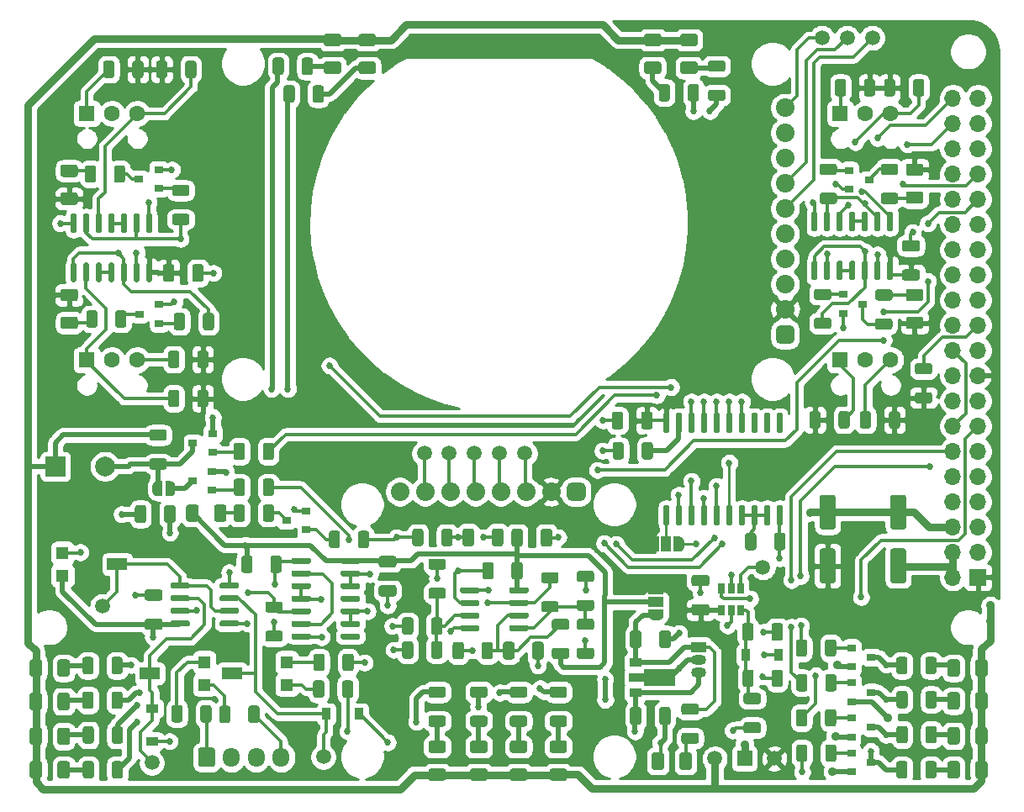
<source format=gtl>
%TF.GenerationSoftware,KiCad,Pcbnew,5.99.0+really5.1.12+dfsg1-1*%
%TF.CreationDate,2022-01-12T10:46:10+01:00*%
%TF.ProjectId,ba-imu,62612d69-6d75-42e6-9b69-6361645f7063,v01*%
%TF.SameCoordinates,Original*%
%TF.FileFunction,Copper,L1,Top*%
%TF.FilePolarity,Positive*%
%FSLAX46Y46*%
G04 Gerber Fmt 4.6, Leading zero omitted, Abs format (unit mm)*
G04 Created by KiCad (PCBNEW 5.99.0+really5.1.12+dfsg1-1) date 2022-01-12 10:46:10*
%MOMM*%
%LPD*%
G01*
G04 APERTURE LIST*
%TA.AperFunction,SMDPad,CuDef*%
%ADD10C,1.500000*%
%TD*%
%TA.AperFunction,SMDPad,CuDef*%
%ADD11C,0.150000*%
%TD*%
%TA.AperFunction,SMDPad,CuDef*%
%ADD12R,1.300000X0.900000*%
%TD*%
%TA.AperFunction,ComponentPad*%
%ADD13R,1.500000X1.050000*%
%TD*%
%TA.AperFunction,ComponentPad*%
%ADD14O,1.500000X1.050000*%
%TD*%
%TA.AperFunction,SMDPad,CuDef*%
%ADD15R,1.500000X1.000000*%
%TD*%
%TA.AperFunction,ComponentPad*%
%ADD16C,2.000000*%
%TD*%
%TA.AperFunction,ComponentPad*%
%ADD17R,2.000000X2.000000*%
%TD*%
%TA.AperFunction,WasherPad*%
%ADD18C,1.870000*%
%TD*%
%TA.AperFunction,ComponentPad*%
%ADD19C,1.870000*%
%TD*%
%TA.AperFunction,SMDPad,CuDef*%
%ADD20R,0.900000X1.200000*%
%TD*%
%TA.AperFunction,SMDPad,CuDef*%
%ADD21R,1.200000X0.900000*%
%TD*%
%TA.AperFunction,SMDPad,CuDef*%
%ADD22R,0.650000X1.060000*%
%TD*%
%TA.AperFunction,ComponentPad*%
%ADD23R,1.600000X1.600000*%
%TD*%
%TA.AperFunction,ComponentPad*%
%ADD24C,1.600000*%
%TD*%
%TA.AperFunction,ComponentPad*%
%ADD25O,1.700000X1.950000*%
%TD*%
%TA.AperFunction,SMDPad,CuDef*%
%ADD26R,0.900000X0.800000*%
%TD*%
%TA.AperFunction,SMDPad,CuDef*%
%ADD27R,1.300000X1.300000*%
%TD*%
%TA.AperFunction,SMDPad,CuDef*%
%ADD28R,2.000000X1.300000*%
%TD*%
%TA.AperFunction,SMDPad,CuDef*%
%ADD29R,1.500000X1.500000*%
%TD*%
%TA.AperFunction,SMDPad,CuDef*%
%ADD30R,1.000000X1.500000*%
%TD*%
%TA.AperFunction,ComponentPad*%
%ADD31O,1.700000X1.700000*%
%TD*%
%TA.AperFunction,ComponentPad*%
%ADD32R,1.700000X1.700000*%
%TD*%
%TA.AperFunction,ViaPad*%
%ADD33C,0.889000*%
%TD*%
%TA.AperFunction,ViaPad*%
%ADD34C,0.685800*%
%TD*%
%TA.AperFunction,Conductor*%
%ADD35C,0.750000*%
%TD*%
%TA.AperFunction,Conductor*%
%ADD36C,0.500000*%
%TD*%
%TA.AperFunction,Conductor*%
%ADD37C,0.300000*%
%TD*%
%TA.AperFunction,Conductor*%
%ADD38C,0.250000*%
%TD*%
%TA.AperFunction,Conductor*%
%ADD39C,0.254000*%
%TD*%
%TA.AperFunction,Conductor*%
%ADD40C,0.150000*%
%TD*%
G04 APERTURE END LIST*
D10*
X141503400Y-94234000D03*
%TA.AperFunction,SMDPad,CuDef*%
D11*
G36*
X166734520Y-117691260D02*
G01*
X163609520Y-117691260D01*
X163609520Y-117274760D01*
X162134520Y-117274760D01*
X162134520Y-116374760D01*
X163609520Y-116374760D01*
X163609520Y-115958260D01*
X166734520Y-115958260D01*
X166734520Y-117691260D01*
G37*
%TD.AperFunction*%
D12*
X162784520Y-118324760D03*
X162784520Y-115324760D03*
D13*
X169143680Y-113766600D03*
D14*
X169143680Y-116306600D03*
X169143680Y-115036600D03*
%TA.AperFunction,SMDPad,CuDef*%
G36*
G01*
X167639838Y-122372960D02*
X168889842Y-122372960D01*
G75*
G02*
X169139840Y-122622958I0J-249998D01*
G01*
X169139840Y-123247962D01*
G75*
G02*
X168889842Y-123497960I-249998J0D01*
G01*
X167639838Y-123497960D01*
G75*
G02*
X167389840Y-123247962I0J249998D01*
G01*
X167389840Y-122622958D01*
G75*
G02*
X167639838Y-122372960I249998J0D01*
G01*
G37*
%TD.AperFunction*%
%TA.AperFunction,SMDPad,CuDef*%
G36*
G01*
X167639838Y-119447960D02*
X168889842Y-119447960D01*
G75*
G02*
X169139840Y-119697958I0J-249998D01*
G01*
X169139840Y-120322962D01*
G75*
G02*
X168889842Y-120572960I-249998J0D01*
G01*
X167639838Y-120572960D01*
G75*
G02*
X167389840Y-120322962I0J249998D01*
G01*
X167389840Y-119697958D01*
G75*
G02*
X167639838Y-119447960I249998J0D01*
G01*
G37*
%TD.AperFunction*%
D15*
X164835840Y-109225080D03*
%TA.AperFunction,SMDPad,CuDef*%
D11*
G36*
X165585238Y-110525080D02*
G01*
X165585238Y-110549614D01*
X165580428Y-110598445D01*
X165570856Y-110646570D01*
X165556612Y-110693525D01*
X165537835Y-110738858D01*
X165514704Y-110782131D01*
X165487444Y-110822930D01*
X165456316Y-110860859D01*
X165421619Y-110895556D01*
X165383690Y-110926684D01*
X165342891Y-110953944D01*
X165299618Y-110977075D01*
X165254285Y-110995852D01*
X165207330Y-111010096D01*
X165159205Y-111019668D01*
X165110374Y-111024478D01*
X165085840Y-111024478D01*
X165085840Y-111025080D01*
X164585840Y-111025080D01*
X164585840Y-111024478D01*
X164561306Y-111024478D01*
X164512475Y-111019668D01*
X164464350Y-111010096D01*
X164417395Y-110995852D01*
X164372062Y-110977075D01*
X164328789Y-110953944D01*
X164287990Y-110926684D01*
X164250061Y-110895556D01*
X164215364Y-110860859D01*
X164184236Y-110822930D01*
X164156976Y-110782131D01*
X164133845Y-110738858D01*
X164115068Y-110693525D01*
X164100824Y-110646570D01*
X164091252Y-110598445D01*
X164086442Y-110549614D01*
X164086442Y-110525080D01*
X164085840Y-110525080D01*
X164085840Y-109975080D01*
X165585840Y-109975080D01*
X165585840Y-110525080D01*
X165585238Y-110525080D01*
G37*
%TD.AperFunction*%
%TA.AperFunction,SMDPad,CuDef*%
G36*
X164085840Y-108475080D02*
G01*
X164085840Y-107925080D01*
X164086442Y-107925080D01*
X164086442Y-107900546D01*
X164091252Y-107851715D01*
X164100824Y-107803590D01*
X164115068Y-107756635D01*
X164133845Y-107711302D01*
X164156976Y-107668029D01*
X164184236Y-107627230D01*
X164215364Y-107589301D01*
X164250061Y-107554604D01*
X164287990Y-107523476D01*
X164328789Y-107496216D01*
X164372062Y-107473085D01*
X164417395Y-107454308D01*
X164464350Y-107440064D01*
X164512475Y-107430492D01*
X164561306Y-107425682D01*
X164585840Y-107425682D01*
X164585840Y-107425080D01*
X165085840Y-107425080D01*
X165085840Y-107425682D01*
X165110374Y-107425682D01*
X165159205Y-107430492D01*
X165207330Y-107440064D01*
X165254285Y-107454308D01*
X165299618Y-107473085D01*
X165342891Y-107496216D01*
X165383690Y-107523476D01*
X165421619Y-107554604D01*
X165456316Y-107589301D01*
X165487444Y-107627230D01*
X165514704Y-107668029D01*
X165537835Y-107711302D01*
X165556612Y-107756635D01*
X165570856Y-107803590D01*
X165580428Y-107851715D01*
X165585238Y-107900546D01*
X165585238Y-107925080D01*
X165585840Y-107925080D01*
X165585840Y-108475080D01*
X164085840Y-108475080D01*
G37*
%TD.AperFunction*%
%TA.AperFunction,SMDPad,CuDef*%
G36*
G01*
X167195800Y-125867320D02*
X167195800Y-124617320D01*
G75*
G02*
X167445800Y-124367320I250000J0D01*
G01*
X168195800Y-124367320D01*
G75*
G02*
X168445800Y-124617320I0J-250000D01*
G01*
X168445800Y-125867320D01*
G75*
G02*
X168195800Y-126117320I-250000J0D01*
G01*
X167445800Y-126117320D01*
G75*
G02*
X167195800Y-125867320I0J250000D01*
G01*
G37*
%TD.AperFunction*%
%TA.AperFunction,SMDPad,CuDef*%
G36*
G01*
X164395800Y-125867320D02*
X164395800Y-124617320D01*
G75*
G02*
X164645800Y-124367320I250000J0D01*
G01*
X165395800Y-124367320D01*
G75*
G02*
X165645800Y-124617320I0J-250000D01*
G01*
X165645800Y-125867320D01*
G75*
G02*
X165395800Y-126117320I-250000J0D01*
G01*
X164645800Y-126117320D01*
G75*
G02*
X164395800Y-125867320I0J250000D01*
G01*
G37*
%TD.AperFunction*%
%TA.AperFunction,SMDPad,CuDef*%
G36*
G01*
X165156720Y-113613961D02*
X165156720Y-112313959D01*
G75*
G02*
X165406719Y-112063960I249999J0D01*
G01*
X166056721Y-112063960D01*
G75*
G02*
X166306720Y-112313959I0J-249999D01*
G01*
X166306720Y-113613961D01*
G75*
G02*
X166056721Y-113863960I-249999J0D01*
G01*
X165406719Y-113863960D01*
G75*
G02*
X165156720Y-113613961I0J249999D01*
G01*
G37*
%TD.AperFunction*%
%TA.AperFunction,SMDPad,CuDef*%
G36*
G01*
X162206720Y-113613961D02*
X162206720Y-112313959D01*
G75*
G02*
X162456719Y-112063960I249999J0D01*
G01*
X163106721Y-112063960D01*
G75*
G02*
X163356720Y-112313959I0J-249999D01*
G01*
X163356720Y-113613961D01*
G75*
G02*
X163106721Y-113863960I-249999J0D01*
G01*
X162456719Y-113863960D01*
G75*
G02*
X162206720Y-113613961I0J249999D01*
G01*
G37*
%TD.AperFunction*%
%TA.AperFunction,SMDPad,CuDef*%
G36*
G01*
X163356720Y-120035559D02*
X163356720Y-121335561D01*
G75*
G02*
X163106721Y-121585560I-249999J0D01*
G01*
X162456719Y-121585560D01*
G75*
G02*
X162206720Y-121335561I0J249999D01*
G01*
X162206720Y-120035559D01*
G75*
G02*
X162456719Y-119785560I249999J0D01*
G01*
X163106721Y-119785560D01*
G75*
G02*
X163356720Y-120035559I0J-249999D01*
G01*
G37*
%TD.AperFunction*%
%TA.AperFunction,SMDPad,CuDef*%
G36*
G01*
X166306720Y-120035559D02*
X166306720Y-121335561D01*
G75*
G02*
X166056721Y-121585560I-249999J0D01*
G01*
X165406719Y-121585560D01*
G75*
G02*
X165156720Y-121335561I0J249999D01*
G01*
X165156720Y-120035559D01*
G75*
G02*
X165406719Y-119785560I249999J0D01*
G01*
X166056721Y-119785560D01*
G75*
G02*
X166306720Y-120035559I0J-249999D01*
G01*
G37*
%TD.AperFunction*%
D16*
X109343200Y-95554800D03*
D17*
X104343200Y-95554800D03*
D18*
X139029440Y-98107500D03*
D19*
X141569440Y-98107500D03*
X144109440Y-98107500D03*
X146649440Y-98107500D03*
X149189440Y-98107500D03*
X151729440Y-98107500D03*
X154269440Y-98107500D03*
%TA.AperFunction,ComponentPad*%
G36*
G01*
X157744440Y-97640000D02*
X157744440Y-98575000D01*
G75*
G02*
X157276940Y-99042500I-467500J0D01*
G01*
X156341940Y-99042500D01*
G75*
G02*
X155874440Y-98575000I0J467500D01*
G01*
X155874440Y-97640000D01*
G75*
G02*
X156341940Y-97172500I467500J0D01*
G01*
X157276940Y-97172500D01*
G75*
G02*
X157744440Y-97640000I0J-467500D01*
G01*
G37*
%TD.AperFunction*%
D20*
X134923800Y-120497600D03*
X131623800Y-120497600D03*
D21*
X114122200Y-123239800D03*
X114122200Y-119939800D03*
D20*
X177169080Y-114554000D03*
X173869080Y-114554000D03*
%TA.AperFunction,SMDPad,CuDef*%
G36*
G01*
X174659720Y-111572279D02*
X174659720Y-112872281D01*
G75*
G02*
X174409721Y-113122280I-249999J0D01*
G01*
X173759719Y-113122280D01*
G75*
G02*
X173509720Y-112872281I0J249999D01*
G01*
X173509720Y-111572279D01*
G75*
G02*
X173759719Y-111322280I249999J0D01*
G01*
X174409721Y-111322280D01*
G75*
G02*
X174659720Y-111572279I0J-249999D01*
G01*
G37*
%TD.AperFunction*%
%TA.AperFunction,SMDPad,CuDef*%
G36*
G01*
X177609720Y-111572279D02*
X177609720Y-112872281D01*
G75*
G02*
X177359721Y-113122280I-249999J0D01*
G01*
X176709719Y-113122280D01*
G75*
G02*
X176459720Y-112872281I0J249999D01*
G01*
X176459720Y-111572279D01*
G75*
G02*
X176709719Y-111322280I249999J0D01*
G01*
X177359721Y-111322280D01*
G75*
G02*
X177609720Y-111572279I0J-249999D01*
G01*
G37*
%TD.AperFunction*%
%TA.AperFunction,SMDPad,CuDef*%
G36*
G01*
X150039200Y-108176200D02*
X150039200Y-107876200D01*
G75*
G02*
X150189200Y-107726200I150000J0D01*
G01*
X151839200Y-107726200D01*
G75*
G02*
X151989200Y-107876200I0J-150000D01*
G01*
X151989200Y-108176200D01*
G75*
G02*
X151839200Y-108326200I-150000J0D01*
G01*
X150189200Y-108326200D01*
G75*
G02*
X150039200Y-108176200I0J150000D01*
G01*
G37*
%TD.AperFunction*%
%TA.AperFunction,SMDPad,CuDef*%
G36*
G01*
X150039200Y-109446200D02*
X150039200Y-109146200D01*
G75*
G02*
X150189200Y-108996200I150000J0D01*
G01*
X151839200Y-108996200D01*
G75*
G02*
X151989200Y-109146200I0J-150000D01*
G01*
X151989200Y-109446200D01*
G75*
G02*
X151839200Y-109596200I-150000J0D01*
G01*
X150189200Y-109596200D01*
G75*
G02*
X150039200Y-109446200I0J150000D01*
G01*
G37*
%TD.AperFunction*%
%TA.AperFunction,SMDPad,CuDef*%
G36*
G01*
X150039200Y-110716200D02*
X150039200Y-110416200D01*
G75*
G02*
X150189200Y-110266200I150000J0D01*
G01*
X151839200Y-110266200D01*
G75*
G02*
X151989200Y-110416200I0J-150000D01*
G01*
X151989200Y-110716200D01*
G75*
G02*
X151839200Y-110866200I-150000J0D01*
G01*
X150189200Y-110866200D01*
G75*
G02*
X150039200Y-110716200I0J150000D01*
G01*
G37*
%TD.AperFunction*%
%TA.AperFunction,SMDPad,CuDef*%
G36*
G01*
X150039200Y-111986200D02*
X150039200Y-111686200D01*
G75*
G02*
X150189200Y-111536200I150000J0D01*
G01*
X151839200Y-111536200D01*
G75*
G02*
X151989200Y-111686200I0J-150000D01*
G01*
X151989200Y-111986200D01*
G75*
G02*
X151839200Y-112136200I-150000J0D01*
G01*
X150189200Y-112136200D01*
G75*
G02*
X150039200Y-111986200I0J150000D01*
G01*
G37*
%TD.AperFunction*%
%TA.AperFunction,SMDPad,CuDef*%
G36*
G01*
X145089200Y-111986200D02*
X145089200Y-111686200D01*
G75*
G02*
X145239200Y-111536200I150000J0D01*
G01*
X146889200Y-111536200D01*
G75*
G02*
X147039200Y-111686200I0J-150000D01*
G01*
X147039200Y-111986200D01*
G75*
G02*
X146889200Y-112136200I-150000J0D01*
G01*
X145239200Y-112136200D01*
G75*
G02*
X145089200Y-111986200I0J150000D01*
G01*
G37*
%TD.AperFunction*%
%TA.AperFunction,SMDPad,CuDef*%
G36*
G01*
X145089200Y-110716200D02*
X145089200Y-110416200D01*
G75*
G02*
X145239200Y-110266200I150000J0D01*
G01*
X146889200Y-110266200D01*
G75*
G02*
X147039200Y-110416200I0J-150000D01*
G01*
X147039200Y-110716200D01*
G75*
G02*
X146889200Y-110866200I-150000J0D01*
G01*
X145239200Y-110866200D01*
G75*
G02*
X145089200Y-110716200I0J150000D01*
G01*
G37*
%TD.AperFunction*%
%TA.AperFunction,SMDPad,CuDef*%
G36*
G01*
X145089200Y-109446200D02*
X145089200Y-109146200D01*
G75*
G02*
X145239200Y-108996200I150000J0D01*
G01*
X146889200Y-108996200D01*
G75*
G02*
X147039200Y-109146200I0J-150000D01*
G01*
X147039200Y-109446200D01*
G75*
G02*
X146889200Y-109596200I-150000J0D01*
G01*
X145239200Y-109596200D01*
G75*
G02*
X145089200Y-109446200I0J150000D01*
G01*
G37*
%TD.AperFunction*%
%TA.AperFunction,SMDPad,CuDef*%
G36*
G01*
X145089200Y-108176200D02*
X145089200Y-107876200D01*
G75*
G02*
X145239200Y-107726200I150000J0D01*
G01*
X146889200Y-107726200D01*
G75*
G02*
X147039200Y-107876200I0J-150000D01*
G01*
X147039200Y-108176200D01*
G75*
G02*
X146889200Y-108326200I-150000J0D01*
G01*
X145239200Y-108326200D01*
G75*
G02*
X145089200Y-108176200I0J150000D01*
G01*
G37*
%TD.AperFunction*%
%TA.AperFunction,SMDPad,CuDef*%
G36*
G01*
X133072000Y-105204400D02*
X133072000Y-104904400D01*
G75*
G02*
X133222000Y-104754400I150000J0D01*
G01*
X134872000Y-104754400D01*
G75*
G02*
X135022000Y-104904400I0J-150000D01*
G01*
X135022000Y-105204400D01*
G75*
G02*
X134872000Y-105354400I-150000J0D01*
G01*
X133222000Y-105354400D01*
G75*
G02*
X133072000Y-105204400I0J150000D01*
G01*
G37*
%TD.AperFunction*%
%TA.AperFunction,SMDPad,CuDef*%
G36*
G01*
X133072000Y-106474400D02*
X133072000Y-106174400D01*
G75*
G02*
X133222000Y-106024400I150000J0D01*
G01*
X134872000Y-106024400D01*
G75*
G02*
X135022000Y-106174400I0J-150000D01*
G01*
X135022000Y-106474400D01*
G75*
G02*
X134872000Y-106624400I-150000J0D01*
G01*
X133222000Y-106624400D01*
G75*
G02*
X133072000Y-106474400I0J150000D01*
G01*
G37*
%TD.AperFunction*%
%TA.AperFunction,SMDPad,CuDef*%
G36*
G01*
X133072000Y-107744400D02*
X133072000Y-107444400D01*
G75*
G02*
X133222000Y-107294400I150000J0D01*
G01*
X134872000Y-107294400D01*
G75*
G02*
X135022000Y-107444400I0J-150000D01*
G01*
X135022000Y-107744400D01*
G75*
G02*
X134872000Y-107894400I-150000J0D01*
G01*
X133222000Y-107894400D01*
G75*
G02*
X133072000Y-107744400I0J150000D01*
G01*
G37*
%TD.AperFunction*%
%TA.AperFunction,SMDPad,CuDef*%
G36*
G01*
X133072000Y-109014400D02*
X133072000Y-108714400D01*
G75*
G02*
X133222000Y-108564400I150000J0D01*
G01*
X134872000Y-108564400D01*
G75*
G02*
X135022000Y-108714400I0J-150000D01*
G01*
X135022000Y-109014400D01*
G75*
G02*
X134872000Y-109164400I-150000J0D01*
G01*
X133222000Y-109164400D01*
G75*
G02*
X133072000Y-109014400I0J150000D01*
G01*
G37*
%TD.AperFunction*%
%TA.AperFunction,SMDPad,CuDef*%
G36*
G01*
X133072000Y-110284400D02*
X133072000Y-109984400D01*
G75*
G02*
X133222000Y-109834400I150000J0D01*
G01*
X134872000Y-109834400D01*
G75*
G02*
X135022000Y-109984400I0J-150000D01*
G01*
X135022000Y-110284400D01*
G75*
G02*
X134872000Y-110434400I-150000J0D01*
G01*
X133222000Y-110434400D01*
G75*
G02*
X133072000Y-110284400I0J150000D01*
G01*
G37*
%TD.AperFunction*%
%TA.AperFunction,SMDPad,CuDef*%
G36*
G01*
X133072000Y-111554400D02*
X133072000Y-111254400D01*
G75*
G02*
X133222000Y-111104400I150000J0D01*
G01*
X134872000Y-111104400D01*
G75*
G02*
X135022000Y-111254400I0J-150000D01*
G01*
X135022000Y-111554400D01*
G75*
G02*
X134872000Y-111704400I-150000J0D01*
G01*
X133222000Y-111704400D01*
G75*
G02*
X133072000Y-111554400I0J150000D01*
G01*
G37*
%TD.AperFunction*%
%TA.AperFunction,SMDPad,CuDef*%
G36*
G01*
X133072000Y-112824400D02*
X133072000Y-112524400D01*
G75*
G02*
X133222000Y-112374400I150000J0D01*
G01*
X134872000Y-112374400D01*
G75*
G02*
X135022000Y-112524400I0J-150000D01*
G01*
X135022000Y-112824400D01*
G75*
G02*
X134872000Y-112974400I-150000J0D01*
G01*
X133222000Y-112974400D01*
G75*
G02*
X133072000Y-112824400I0J150000D01*
G01*
G37*
%TD.AperFunction*%
%TA.AperFunction,SMDPad,CuDef*%
G36*
G01*
X128122000Y-112824400D02*
X128122000Y-112524400D01*
G75*
G02*
X128272000Y-112374400I150000J0D01*
G01*
X129922000Y-112374400D01*
G75*
G02*
X130072000Y-112524400I0J-150000D01*
G01*
X130072000Y-112824400D01*
G75*
G02*
X129922000Y-112974400I-150000J0D01*
G01*
X128272000Y-112974400D01*
G75*
G02*
X128122000Y-112824400I0J150000D01*
G01*
G37*
%TD.AperFunction*%
%TA.AperFunction,SMDPad,CuDef*%
G36*
G01*
X128122000Y-111554400D02*
X128122000Y-111254400D01*
G75*
G02*
X128272000Y-111104400I150000J0D01*
G01*
X129922000Y-111104400D01*
G75*
G02*
X130072000Y-111254400I0J-150000D01*
G01*
X130072000Y-111554400D01*
G75*
G02*
X129922000Y-111704400I-150000J0D01*
G01*
X128272000Y-111704400D01*
G75*
G02*
X128122000Y-111554400I0J150000D01*
G01*
G37*
%TD.AperFunction*%
%TA.AperFunction,SMDPad,CuDef*%
G36*
G01*
X128122000Y-110284400D02*
X128122000Y-109984400D01*
G75*
G02*
X128272000Y-109834400I150000J0D01*
G01*
X129922000Y-109834400D01*
G75*
G02*
X130072000Y-109984400I0J-150000D01*
G01*
X130072000Y-110284400D01*
G75*
G02*
X129922000Y-110434400I-150000J0D01*
G01*
X128272000Y-110434400D01*
G75*
G02*
X128122000Y-110284400I0J150000D01*
G01*
G37*
%TD.AperFunction*%
%TA.AperFunction,SMDPad,CuDef*%
G36*
G01*
X128122000Y-109014400D02*
X128122000Y-108714400D01*
G75*
G02*
X128272000Y-108564400I150000J0D01*
G01*
X129922000Y-108564400D01*
G75*
G02*
X130072000Y-108714400I0J-150000D01*
G01*
X130072000Y-109014400D01*
G75*
G02*
X129922000Y-109164400I-150000J0D01*
G01*
X128272000Y-109164400D01*
G75*
G02*
X128122000Y-109014400I0J150000D01*
G01*
G37*
%TD.AperFunction*%
%TA.AperFunction,SMDPad,CuDef*%
G36*
G01*
X128122000Y-107744400D02*
X128122000Y-107444400D01*
G75*
G02*
X128272000Y-107294400I150000J0D01*
G01*
X129922000Y-107294400D01*
G75*
G02*
X130072000Y-107444400I0J-150000D01*
G01*
X130072000Y-107744400D01*
G75*
G02*
X129922000Y-107894400I-150000J0D01*
G01*
X128272000Y-107894400D01*
G75*
G02*
X128122000Y-107744400I0J150000D01*
G01*
G37*
%TD.AperFunction*%
%TA.AperFunction,SMDPad,CuDef*%
G36*
G01*
X128122000Y-106474400D02*
X128122000Y-106174400D01*
G75*
G02*
X128272000Y-106024400I150000J0D01*
G01*
X129922000Y-106024400D01*
G75*
G02*
X130072000Y-106174400I0J-150000D01*
G01*
X130072000Y-106474400D01*
G75*
G02*
X129922000Y-106624400I-150000J0D01*
G01*
X128272000Y-106624400D01*
G75*
G02*
X128122000Y-106474400I0J150000D01*
G01*
G37*
%TD.AperFunction*%
%TA.AperFunction,SMDPad,CuDef*%
G36*
G01*
X128122000Y-105204400D02*
X128122000Y-104904400D01*
G75*
G02*
X128272000Y-104754400I150000J0D01*
G01*
X129922000Y-104754400D01*
G75*
G02*
X130072000Y-104904400I0J-150000D01*
G01*
X130072000Y-105204400D01*
G75*
G02*
X129922000Y-105354400I-150000J0D01*
G01*
X128272000Y-105354400D01*
G75*
G02*
X128122000Y-105204400I0J150000D01*
G01*
G37*
%TD.AperFunction*%
%TA.AperFunction,SMDPad,CuDef*%
G36*
G01*
X155844403Y-112028400D02*
X154594397Y-112028400D01*
G75*
G02*
X154344400Y-111778403I0J249997D01*
G01*
X154344400Y-111153397D01*
G75*
G02*
X154594397Y-110903400I249997J0D01*
G01*
X155844403Y-110903400D01*
G75*
G02*
X156094400Y-111153397I0J-249997D01*
G01*
X156094400Y-111778403D01*
G75*
G02*
X155844403Y-112028400I-249997J0D01*
G01*
G37*
%TD.AperFunction*%
%TA.AperFunction,SMDPad,CuDef*%
G36*
G01*
X155844403Y-114953400D02*
X154594397Y-114953400D01*
G75*
G02*
X154344400Y-114703403I0J249997D01*
G01*
X154344400Y-114078397D01*
G75*
G02*
X154594397Y-113828400I249997J0D01*
G01*
X155844403Y-113828400D01*
G75*
G02*
X156094400Y-114078397I0J-249997D01*
G01*
X156094400Y-114703403D01*
G75*
G02*
X155844403Y-114953400I-249997J0D01*
G01*
G37*
%TD.AperFunction*%
%TA.AperFunction,SMDPad,CuDef*%
G36*
G01*
X148477400Y-105445397D02*
X148477400Y-106695403D01*
G75*
G02*
X148227403Y-106945400I-249997J0D01*
G01*
X147602397Y-106945400D01*
G75*
G02*
X147352400Y-106695403I0J249997D01*
G01*
X147352400Y-105445397D01*
G75*
G02*
X147602397Y-105195400I249997J0D01*
G01*
X148227403Y-105195400D01*
G75*
G02*
X148477400Y-105445397I0J-249997D01*
G01*
G37*
%TD.AperFunction*%
%TA.AperFunction,SMDPad,CuDef*%
G36*
G01*
X151402400Y-105445397D02*
X151402400Y-106695403D01*
G75*
G02*
X151152403Y-106945400I-249997J0D01*
G01*
X150527397Y-106945400D01*
G75*
G02*
X150277400Y-106695403I0J249997D01*
G01*
X150277400Y-105445397D01*
G75*
G02*
X150527397Y-105195400I249997J0D01*
G01*
X151152403Y-105195400D01*
G75*
G02*
X151402400Y-105445397I0J-249997D01*
G01*
G37*
%TD.AperFunction*%
D22*
X172394880Y-107835520D03*
X171444880Y-107835520D03*
X173344880Y-107835520D03*
X173344880Y-110035520D03*
X172394880Y-110035520D03*
X171444880Y-110035520D03*
D10*
X175585120Y-105709720D03*
%TA.AperFunction,SMDPad,CuDef*%
G36*
G01*
X133259400Y-115915603D02*
X133259400Y-114665597D01*
G75*
G02*
X133509397Y-114415600I249997J0D01*
G01*
X134134403Y-114415600D01*
G75*
G02*
X134384400Y-114665597I0J-249997D01*
G01*
X134384400Y-115915603D01*
G75*
G02*
X134134403Y-116165600I-249997J0D01*
G01*
X133509397Y-116165600D01*
G75*
G02*
X133259400Y-115915603I0J249997D01*
G01*
G37*
%TD.AperFunction*%
%TA.AperFunction,SMDPad,CuDef*%
G36*
G01*
X130334400Y-115915603D02*
X130334400Y-114665597D01*
G75*
G02*
X130584397Y-114415600I249997J0D01*
G01*
X131209403Y-114415600D01*
G75*
G02*
X131459400Y-114665597I0J-249997D01*
G01*
X131459400Y-115915603D01*
G75*
G02*
X131209403Y-116165600I-249997J0D01*
G01*
X130584397Y-116165600D01*
G75*
G02*
X130334400Y-115915603I0J249997D01*
G01*
G37*
%TD.AperFunction*%
%TA.AperFunction,SMDPad,CuDef*%
G36*
G01*
X131423300Y-117357997D02*
X131423300Y-118608003D01*
G75*
G02*
X131173303Y-118858000I-249997J0D01*
G01*
X130548297Y-118858000D01*
G75*
G02*
X130298300Y-118608003I0J249997D01*
G01*
X130298300Y-117357997D01*
G75*
G02*
X130548297Y-117108000I249997J0D01*
G01*
X131173303Y-117108000D01*
G75*
G02*
X131423300Y-117357997I0J-249997D01*
G01*
G37*
%TD.AperFunction*%
%TA.AperFunction,SMDPad,CuDef*%
G36*
G01*
X134348300Y-117357997D02*
X134348300Y-118608003D01*
G75*
G02*
X134098303Y-118858000I-249997J0D01*
G01*
X133473297Y-118858000D01*
G75*
G02*
X133223300Y-118608003I0J249997D01*
G01*
X133223300Y-117357997D01*
G75*
G02*
X133473297Y-117108000I249997J0D01*
G01*
X134098303Y-117108000D01*
G75*
G02*
X134348300Y-117357997I0J-249997D01*
G01*
G37*
%TD.AperFunction*%
D23*
X107505500Y-84836000D03*
D24*
X110045500Y-84836000D03*
X112585500Y-84836000D03*
X188468000Y-60000000D03*
X185928000Y-60000000D03*
D23*
X183388000Y-60000000D03*
D24*
X112585500Y-60000000D03*
X110045500Y-60000000D03*
D23*
X107505500Y-60000000D03*
X183388000Y-84836000D03*
D24*
X185928000Y-84836000D03*
X188468000Y-84836000D03*
%TA.AperFunction,SMDPad,CuDef*%
G36*
G01*
X142161097Y-107770500D02*
X143411103Y-107770500D01*
G75*
G02*
X143661100Y-108020497I0J-249997D01*
G01*
X143661100Y-108645503D01*
G75*
G02*
X143411103Y-108895500I-249997J0D01*
G01*
X142161097Y-108895500D01*
G75*
G02*
X141911100Y-108645503I0J249997D01*
G01*
X141911100Y-108020497D01*
G75*
G02*
X142161097Y-107770500I249997J0D01*
G01*
G37*
%TD.AperFunction*%
%TA.AperFunction,SMDPad,CuDef*%
G36*
G01*
X142161097Y-104845500D02*
X143411103Y-104845500D01*
G75*
G02*
X143661100Y-105095497I0J-249997D01*
G01*
X143661100Y-105720503D01*
G75*
G02*
X143411103Y-105970500I-249997J0D01*
G01*
X142161097Y-105970500D01*
G75*
G02*
X141911100Y-105720503I0J249997D01*
G01*
X141911100Y-105095497D01*
G75*
G02*
X142161097Y-104845500I249997J0D01*
G01*
G37*
%TD.AperFunction*%
D25*
X127070500Y-124841000D03*
X124570500Y-124841000D03*
X122070500Y-124841000D03*
%TA.AperFunction,ComponentPad*%
G36*
G01*
X118720500Y-125566000D02*
X118720500Y-124116000D01*
G75*
G02*
X118970500Y-123866000I250000J0D01*
G01*
X120170500Y-123866000D01*
G75*
G02*
X120420500Y-124116000I0J-250000D01*
G01*
X120420500Y-125566000D01*
G75*
G02*
X120170500Y-125816000I-250000J0D01*
G01*
X118970500Y-125816000D01*
G75*
G02*
X118720500Y-125566000I0J250000D01*
G01*
G37*
%TD.AperFunction*%
%TA.AperFunction,SMDPad,CuDef*%
G36*
G01*
X117880000Y-111229000D02*
X117880000Y-111529000D01*
G75*
G02*
X117730000Y-111679000I-150000J0D01*
G01*
X116080000Y-111679000D01*
G75*
G02*
X115930000Y-111529000I0J150000D01*
G01*
X115930000Y-111229000D01*
G75*
G02*
X116080000Y-111079000I150000J0D01*
G01*
X117730000Y-111079000D01*
G75*
G02*
X117880000Y-111229000I0J-150000D01*
G01*
G37*
%TD.AperFunction*%
%TA.AperFunction,SMDPad,CuDef*%
G36*
G01*
X117880000Y-109959000D02*
X117880000Y-110259000D01*
G75*
G02*
X117730000Y-110409000I-150000J0D01*
G01*
X116080000Y-110409000D01*
G75*
G02*
X115930000Y-110259000I0J150000D01*
G01*
X115930000Y-109959000D01*
G75*
G02*
X116080000Y-109809000I150000J0D01*
G01*
X117730000Y-109809000D01*
G75*
G02*
X117880000Y-109959000I0J-150000D01*
G01*
G37*
%TD.AperFunction*%
%TA.AperFunction,SMDPad,CuDef*%
G36*
G01*
X117880000Y-108689000D02*
X117880000Y-108989000D01*
G75*
G02*
X117730000Y-109139000I-150000J0D01*
G01*
X116080000Y-109139000D01*
G75*
G02*
X115930000Y-108989000I0J150000D01*
G01*
X115930000Y-108689000D01*
G75*
G02*
X116080000Y-108539000I150000J0D01*
G01*
X117730000Y-108539000D01*
G75*
G02*
X117880000Y-108689000I0J-150000D01*
G01*
G37*
%TD.AperFunction*%
%TA.AperFunction,SMDPad,CuDef*%
G36*
G01*
X117880000Y-107419000D02*
X117880000Y-107719000D01*
G75*
G02*
X117730000Y-107869000I-150000J0D01*
G01*
X116080000Y-107869000D01*
G75*
G02*
X115930000Y-107719000I0J150000D01*
G01*
X115930000Y-107419000D01*
G75*
G02*
X116080000Y-107269000I150000J0D01*
G01*
X117730000Y-107269000D01*
G75*
G02*
X117880000Y-107419000I0J-150000D01*
G01*
G37*
%TD.AperFunction*%
%TA.AperFunction,SMDPad,CuDef*%
G36*
G01*
X122830000Y-107419000D02*
X122830000Y-107719000D01*
G75*
G02*
X122680000Y-107869000I-150000J0D01*
G01*
X121030000Y-107869000D01*
G75*
G02*
X120880000Y-107719000I0J150000D01*
G01*
X120880000Y-107419000D01*
G75*
G02*
X121030000Y-107269000I150000J0D01*
G01*
X122680000Y-107269000D01*
G75*
G02*
X122830000Y-107419000I0J-150000D01*
G01*
G37*
%TD.AperFunction*%
%TA.AperFunction,SMDPad,CuDef*%
G36*
G01*
X122830000Y-108689000D02*
X122830000Y-108989000D01*
G75*
G02*
X122680000Y-109139000I-150000J0D01*
G01*
X121030000Y-109139000D01*
G75*
G02*
X120880000Y-108989000I0J150000D01*
G01*
X120880000Y-108689000D01*
G75*
G02*
X121030000Y-108539000I150000J0D01*
G01*
X122680000Y-108539000D01*
G75*
G02*
X122830000Y-108689000I0J-150000D01*
G01*
G37*
%TD.AperFunction*%
%TA.AperFunction,SMDPad,CuDef*%
G36*
G01*
X122830000Y-109959000D02*
X122830000Y-110259000D01*
G75*
G02*
X122680000Y-110409000I-150000J0D01*
G01*
X121030000Y-110409000D01*
G75*
G02*
X120880000Y-110259000I0J150000D01*
G01*
X120880000Y-109959000D01*
G75*
G02*
X121030000Y-109809000I150000J0D01*
G01*
X122680000Y-109809000D01*
G75*
G02*
X122830000Y-109959000I0J-150000D01*
G01*
G37*
%TD.AperFunction*%
%TA.AperFunction,SMDPad,CuDef*%
G36*
G01*
X122830000Y-111229000D02*
X122830000Y-111529000D01*
G75*
G02*
X122680000Y-111679000I-150000J0D01*
G01*
X121030000Y-111679000D01*
G75*
G02*
X120880000Y-111529000I0J150000D01*
G01*
X120880000Y-111229000D01*
G75*
G02*
X121030000Y-111079000I150000J0D01*
G01*
X122680000Y-111079000D01*
G75*
G02*
X122830000Y-111229000I0J-150000D01*
G01*
G37*
%TD.AperFunction*%
%TA.AperFunction,SMDPad,CuDef*%
G36*
G01*
X113586499Y-110882000D02*
X114886501Y-110882000D01*
G75*
G02*
X115136500Y-111131999I0J-249999D01*
G01*
X115136500Y-111782001D01*
G75*
G02*
X114886501Y-112032000I-249999J0D01*
G01*
X113586499Y-112032000D01*
G75*
G02*
X113336500Y-111782001I0J249999D01*
G01*
X113336500Y-111131999D01*
G75*
G02*
X113586499Y-110882000I249999J0D01*
G01*
G37*
%TD.AperFunction*%
%TA.AperFunction,SMDPad,CuDef*%
G36*
G01*
X113586499Y-107932000D02*
X114886501Y-107932000D01*
G75*
G02*
X115136500Y-108181999I0J-249999D01*
G01*
X115136500Y-108832001D01*
G75*
G02*
X114886501Y-109082000I-249999J0D01*
G01*
X113586499Y-109082000D01*
G75*
G02*
X113336500Y-108832001I0J249999D01*
G01*
X113336500Y-108181999D01*
G75*
G02*
X113586499Y-107932000I249999J0D01*
G01*
G37*
%TD.AperFunction*%
D19*
X177838100Y-59418220D03*
X177838100Y-61958220D03*
X177838100Y-64498220D03*
X177838100Y-67038220D03*
X177838100Y-69578220D03*
X177838100Y-72118220D03*
X177838100Y-74658220D03*
X177838100Y-77198220D03*
X177838100Y-79738220D03*
%TA.AperFunction,ComponentPad*%
G36*
G01*
X178305600Y-83213220D02*
X177370600Y-83213220D01*
G75*
G02*
X176903100Y-82745720I0J467500D01*
G01*
X176903100Y-81810720D01*
G75*
G02*
X177370600Y-81343220I467500J0D01*
G01*
X178305600Y-81343220D01*
G75*
G02*
X178773100Y-81810720I0J-467500D01*
G01*
X178773100Y-82745720D01*
G75*
G02*
X178305600Y-83213220I-467500J0D01*
G01*
G37*
%TD.AperFunction*%
%TA.AperFunction,SMDPad,CuDef*%
G36*
G01*
X161596500Y-93354997D02*
X161596500Y-94605003D01*
G75*
G02*
X161346503Y-94855000I-249997J0D01*
G01*
X160721497Y-94855000D01*
G75*
G02*
X160471500Y-94605003I0J249997D01*
G01*
X160471500Y-93354997D01*
G75*
G02*
X160721497Y-93105000I249997J0D01*
G01*
X161346503Y-93105000D01*
G75*
G02*
X161596500Y-93354997I0J-249997D01*
G01*
G37*
%TD.AperFunction*%
%TA.AperFunction,SMDPad,CuDef*%
G36*
G01*
X164521500Y-93354997D02*
X164521500Y-94605003D01*
G75*
G02*
X164271503Y-94855000I-249997J0D01*
G01*
X163646497Y-94855000D01*
G75*
G02*
X163396500Y-94605003I0J249997D01*
G01*
X163396500Y-93354997D01*
G75*
G02*
X163646497Y-93105000I249997J0D01*
G01*
X164271503Y-93105000D01*
G75*
G02*
X164521500Y-93354997I0J-249997D01*
G01*
G37*
%TD.AperFunction*%
%TA.AperFunction,SMDPad,CuDef*%
G36*
G01*
X151617003Y-118850000D02*
X150366997Y-118850000D01*
G75*
G02*
X150117000Y-118600003I0J249997D01*
G01*
X150117000Y-117974997D01*
G75*
G02*
X150366997Y-117725000I249997J0D01*
G01*
X151617003Y-117725000D01*
G75*
G02*
X151867000Y-117974997I0J-249997D01*
G01*
X151867000Y-118600003D01*
G75*
G02*
X151617003Y-118850000I-249997J0D01*
G01*
G37*
%TD.AperFunction*%
%TA.AperFunction,SMDPad,CuDef*%
G36*
G01*
X151617003Y-121775000D02*
X150366997Y-121775000D01*
G75*
G02*
X150117000Y-121525003I0J249997D01*
G01*
X150117000Y-120899997D01*
G75*
G02*
X150366997Y-120650000I249997J0D01*
G01*
X151617003Y-120650000D01*
G75*
G02*
X151867000Y-120899997I0J-249997D01*
G01*
X151867000Y-121525003D01*
G75*
G02*
X151617003Y-121775000I-249997J0D01*
G01*
G37*
%TD.AperFunction*%
%TA.AperFunction,SMDPad,CuDef*%
G36*
G01*
X133013880Y-102290717D02*
X133013880Y-103540723D01*
G75*
G02*
X132763883Y-103790720I-249997J0D01*
G01*
X132138877Y-103790720D01*
G75*
G02*
X131888880Y-103540723I0J249997D01*
G01*
X131888880Y-102290717D01*
G75*
G02*
X132138877Y-102040720I249997J0D01*
G01*
X132763883Y-102040720D01*
G75*
G02*
X133013880Y-102290717I0J-249997D01*
G01*
G37*
%TD.AperFunction*%
%TA.AperFunction,SMDPad,CuDef*%
G36*
G01*
X135938880Y-102290717D02*
X135938880Y-103540723D01*
G75*
G02*
X135688883Y-103790720I-249997J0D01*
G01*
X135063877Y-103790720D01*
G75*
G02*
X134813880Y-103540723I0J249997D01*
G01*
X134813880Y-102290717D01*
G75*
G02*
X135063877Y-102040720I249997J0D01*
G01*
X135688883Y-102040720D01*
G75*
G02*
X135938880Y-102290717I0J-249997D01*
G01*
G37*
%TD.AperFunction*%
%TA.AperFunction,SMDPad,CuDef*%
G36*
G01*
X188254500Y-74858500D02*
X188554500Y-74858500D01*
G75*
G02*
X188704500Y-75008500I0J-150000D01*
G01*
X188704500Y-76658500D01*
G75*
G02*
X188554500Y-76808500I-150000J0D01*
G01*
X188254500Y-76808500D01*
G75*
G02*
X188104500Y-76658500I0J150000D01*
G01*
X188104500Y-75008500D01*
G75*
G02*
X188254500Y-74858500I150000J0D01*
G01*
G37*
%TD.AperFunction*%
%TA.AperFunction,SMDPad,CuDef*%
G36*
G01*
X186984500Y-74858500D02*
X187284500Y-74858500D01*
G75*
G02*
X187434500Y-75008500I0J-150000D01*
G01*
X187434500Y-76658500D01*
G75*
G02*
X187284500Y-76808500I-150000J0D01*
G01*
X186984500Y-76808500D01*
G75*
G02*
X186834500Y-76658500I0J150000D01*
G01*
X186834500Y-75008500D01*
G75*
G02*
X186984500Y-74858500I150000J0D01*
G01*
G37*
%TD.AperFunction*%
%TA.AperFunction,SMDPad,CuDef*%
G36*
G01*
X185714500Y-74858500D02*
X186014500Y-74858500D01*
G75*
G02*
X186164500Y-75008500I0J-150000D01*
G01*
X186164500Y-76658500D01*
G75*
G02*
X186014500Y-76808500I-150000J0D01*
G01*
X185714500Y-76808500D01*
G75*
G02*
X185564500Y-76658500I0J150000D01*
G01*
X185564500Y-75008500D01*
G75*
G02*
X185714500Y-74858500I150000J0D01*
G01*
G37*
%TD.AperFunction*%
%TA.AperFunction,SMDPad,CuDef*%
G36*
G01*
X184444500Y-74858500D02*
X184744500Y-74858500D01*
G75*
G02*
X184894500Y-75008500I0J-150000D01*
G01*
X184894500Y-76658500D01*
G75*
G02*
X184744500Y-76808500I-150000J0D01*
G01*
X184444500Y-76808500D01*
G75*
G02*
X184294500Y-76658500I0J150000D01*
G01*
X184294500Y-75008500D01*
G75*
G02*
X184444500Y-74858500I150000J0D01*
G01*
G37*
%TD.AperFunction*%
%TA.AperFunction,SMDPad,CuDef*%
G36*
G01*
X183174500Y-74858500D02*
X183474500Y-74858500D01*
G75*
G02*
X183624500Y-75008500I0J-150000D01*
G01*
X183624500Y-76658500D01*
G75*
G02*
X183474500Y-76808500I-150000J0D01*
G01*
X183174500Y-76808500D01*
G75*
G02*
X183024500Y-76658500I0J150000D01*
G01*
X183024500Y-75008500D01*
G75*
G02*
X183174500Y-74858500I150000J0D01*
G01*
G37*
%TD.AperFunction*%
%TA.AperFunction,SMDPad,CuDef*%
G36*
G01*
X181904500Y-74858500D02*
X182204500Y-74858500D01*
G75*
G02*
X182354500Y-75008500I0J-150000D01*
G01*
X182354500Y-76658500D01*
G75*
G02*
X182204500Y-76808500I-150000J0D01*
G01*
X181904500Y-76808500D01*
G75*
G02*
X181754500Y-76658500I0J150000D01*
G01*
X181754500Y-75008500D01*
G75*
G02*
X181904500Y-74858500I150000J0D01*
G01*
G37*
%TD.AperFunction*%
%TA.AperFunction,SMDPad,CuDef*%
G36*
G01*
X180634500Y-74858500D02*
X180934500Y-74858500D01*
G75*
G02*
X181084500Y-75008500I0J-150000D01*
G01*
X181084500Y-76658500D01*
G75*
G02*
X180934500Y-76808500I-150000J0D01*
G01*
X180634500Y-76808500D01*
G75*
G02*
X180484500Y-76658500I0J150000D01*
G01*
X180484500Y-75008500D01*
G75*
G02*
X180634500Y-74858500I150000J0D01*
G01*
G37*
%TD.AperFunction*%
%TA.AperFunction,SMDPad,CuDef*%
G36*
G01*
X180634500Y-69908500D02*
X180934500Y-69908500D01*
G75*
G02*
X181084500Y-70058500I0J-150000D01*
G01*
X181084500Y-71708500D01*
G75*
G02*
X180934500Y-71858500I-150000J0D01*
G01*
X180634500Y-71858500D01*
G75*
G02*
X180484500Y-71708500I0J150000D01*
G01*
X180484500Y-70058500D01*
G75*
G02*
X180634500Y-69908500I150000J0D01*
G01*
G37*
%TD.AperFunction*%
%TA.AperFunction,SMDPad,CuDef*%
G36*
G01*
X181904500Y-69908500D02*
X182204500Y-69908500D01*
G75*
G02*
X182354500Y-70058500I0J-150000D01*
G01*
X182354500Y-71708500D01*
G75*
G02*
X182204500Y-71858500I-150000J0D01*
G01*
X181904500Y-71858500D01*
G75*
G02*
X181754500Y-71708500I0J150000D01*
G01*
X181754500Y-70058500D01*
G75*
G02*
X181904500Y-69908500I150000J0D01*
G01*
G37*
%TD.AperFunction*%
%TA.AperFunction,SMDPad,CuDef*%
G36*
G01*
X183174500Y-69908500D02*
X183474500Y-69908500D01*
G75*
G02*
X183624500Y-70058500I0J-150000D01*
G01*
X183624500Y-71708500D01*
G75*
G02*
X183474500Y-71858500I-150000J0D01*
G01*
X183174500Y-71858500D01*
G75*
G02*
X183024500Y-71708500I0J150000D01*
G01*
X183024500Y-70058500D01*
G75*
G02*
X183174500Y-69908500I150000J0D01*
G01*
G37*
%TD.AperFunction*%
%TA.AperFunction,SMDPad,CuDef*%
G36*
G01*
X184444500Y-69908500D02*
X184744500Y-69908500D01*
G75*
G02*
X184894500Y-70058500I0J-150000D01*
G01*
X184894500Y-71708500D01*
G75*
G02*
X184744500Y-71858500I-150000J0D01*
G01*
X184444500Y-71858500D01*
G75*
G02*
X184294500Y-71708500I0J150000D01*
G01*
X184294500Y-70058500D01*
G75*
G02*
X184444500Y-69908500I150000J0D01*
G01*
G37*
%TD.AperFunction*%
%TA.AperFunction,SMDPad,CuDef*%
G36*
G01*
X185714500Y-69908500D02*
X186014500Y-69908500D01*
G75*
G02*
X186164500Y-70058500I0J-150000D01*
G01*
X186164500Y-71708500D01*
G75*
G02*
X186014500Y-71858500I-150000J0D01*
G01*
X185714500Y-71858500D01*
G75*
G02*
X185564500Y-71708500I0J150000D01*
G01*
X185564500Y-70058500D01*
G75*
G02*
X185714500Y-69908500I150000J0D01*
G01*
G37*
%TD.AperFunction*%
%TA.AperFunction,SMDPad,CuDef*%
G36*
G01*
X186984500Y-69908500D02*
X187284500Y-69908500D01*
G75*
G02*
X187434500Y-70058500I0J-150000D01*
G01*
X187434500Y-71708500D01*
G75*
G02*
X187284500Y-71858500I-150000J0D01*
G01*
X186984500Y-71858500D01*
G75*
G02*
X186834500Y-71708500I0J150000D01*
G01*
X186834500Y-70058500D01*
G75*
G02*
X186984500Y-69908500I150000J0D01*
G01*
G37*
%TD.AperFunction*%
%TA.AperFunction,SMDPad,CuDef*%
G36*
G01*
X188254500Y-69908500D02*
X188554500Y-69908500D01*
G75*
G02*
X188704500Y-70058500I0J-150000D01*
G01*
X188704500Y-71708500D01*
G75*
G02*
X188554500Y-71858500I-150000J0D01*
G01*
X188254500Y-71858500D01*
G75*
G02*
X188104500Y-71708500I0J150000D01*
G01*
X188104500Y-70058500D01*
G75*
G02*
X188254500Y-69908500I150000J0D01*
G01*
G37*
%TD.AperFunction*%
D26*
X118189500Y-93218000D03*
X120189500Y-92268000D03*
X120189500Y-94168000D03*
%TA.AperFunction,SMDPad,CuDef*%
G36*
G01*
X151423800Y-102092999D02*
X151423800Y-103393001D01*
G75*
G02*
X151173801Y-103643000I-249999J0D01*
G01*
X150523799Y-103643000D01*
G75*
G02*
X150273800Y-103393001I0J249999D01*
G01*
X150273800Y-102092999D01*
G75*
G02*
X150523799Y-101843000I249999J0D01*
G01*
X151173801Y-101843000D01*
G75*
G02*
X151423800Y-102092999I0J-249999D01*
G01*
G37*
%TD.AperFunction*%
%TA.AperFunction,SMDPad,CuDef*%
G36*
G01*
X154373800Y-102092999D02*
X154373800Y-103393001D01*
G75*
G02*
X154123801Y-103643000I-249999J0D01*
G01*
X153473799Y-103643000D01*
G75*
G02*
X153223800Y-103393001I0J249999D01*
G01*
X153223800Y-102092999D01*
G75*
G02*
X153473799Y-101843000I249999J0D01*
G01*
X154123801Y-101843000D01*
G75*
G02*
X154373800Y-102092999I0J-249999D01*
G01*
G37*
%TD.AperFunction*%
%TA.AperFunction,SMDPad,CuDef*%
G36*
G01*
X148308900Y-103354901D02*
X148308900Y-102054899D01*
G75*
G02*
X148558899Y-101804900I249999J0D01*
G01*
X149208901Y-101804900D01*
G75*
G02*
X149458900Y-102054899I0J-249999D01*
G01*
X149458900Y-103354901D01*
G75*
G02*
X149208901Y-103604900I-249999J0D01*
G01*
X148558899Y-103604900D01*
G75*
G02*
X148308900Y-103354901I0J249999D01*
G01*
G37*
%TD.AperFunction*%
%TA.AperFunction,SMDPad,CuDef*%
G36*
G01*
X145358900Y-103354901D02*
X145358900Y-102054899D01*
G75*
G02*
X145608899Y-101804900I249999J0D01*
G01*
X146258901Y-101804900D01*
G75*
G02*
X146508900Y-102054899I0J-249999D01*
G01*
X146508900Y-103354901D01*
G75*
G02*
X146258901Y-103604900I-249999J0D01*
G01*
X145608899Y-103604900D01*
G75*
G02*
X145358900Y-103354901I0J249999D01*
G01*
G37*
%TD.AperFunction*%
D27*
X105073000Y-104260000D03*
D28*
X110573000Y-105410000D03*
D27*
X105073000Y-106560000D03*
X127648600Y-117558200D03*
D28*
X122148600Y-116408200D03*
D27*
X127648600Y-115258200D03*
X119361400Y-117558200D03*
D28*
X113861400Y-116408200D03*
D27*
X119361400Y-115258200D03*
%TA.AperFunction,SMDPad,CuDef*%
G36*
G01*
X125233000Y-94668503D02*
X125233000Y-93418497D01*
G75*
G02*
X125482997Y-93168500I249997J0D01*
G01*
X126108003Y-93168500D01*
G75*
G02*
X126358000Y-93418497I0J-249997D01*
G01*
X126358000Y-94668503D01*
G75*
G02*
X126108003Y-94918500I-249997J0D01*
G01*
X125482997Y-94918500D01*
G75*
G02*
X125233000Y-94668503I0J249997D01*
G01*
G37*
%TD.AperFunction*%
%TA.AperFunction,SMDPad,CuDef*%
G36*
G01*
X122308000Y-94668503D02*
X122308000Y-93418497D01*
G75*
G02*
X122557997Y-93168500I249997J0D01*
G01*
X123183003Y-93168500D01*
G75*
G02*
X123433000Y-93418497I0J-249997D01*
G01*
X123433000Y-94668503D01*
G75*
G02*
X123183003Y-94918500I-249997J0D01*
G01*
X122557997Y-94918500D01*
G75*
G02*
X122308000Y-94668503I0J249997D01*
G01*
G37*
%TD.AperFunction*%
%TA.AperFunction,SMDPad,CuDef*%
G36*
G01*
X166012000Y-92211000D02*
X165712000Y-92211000D01*
G75*
G02*
X165562000Y-92061000I0J150000D01*
G01*
X165562000Y-90311000D01*
G75*
G02*
X165712000Y-90161000I150000J0D01*
G01*
X166012000Y-90161000D01*
G75*
G02*
X166162000Y-90311000I0J-150000D01*
G01*
X166162000Y-92061000D01*
G75*
G02*
X166012000Y-92211000I-150000J0D01*
G01*
G37*
%TD.AperFunction*%
%TA.AperFunction,SMDPad,CuDef*%
G36*
G01*
X167282000Y-92211000D02*
X166982000Y-92211000D01*
G75*
G02*
X166832000Y-92061000I0J150000D01*
G01*
X166832000Y-90311000D01*
G75*
G02*
X166982000Y-90161000I150000J0D01*
G01*
X167282000Y-90161000D01*
G75*
G02*
X167432000Y-90311000I0J-150000D01*
G01*
X167432000Y-92061000D01*
G75*
G02*
X167282000Y-92211000I-150000J0D01*
G01*
G37*
%TD.AperFunction*%
%TA.AperFunction,SMDPad,CuDef*%
G36*
G01*
X168552000Y-92211000D02*
X168252000Y-92211000D01*
G75*
G02*
X168102000Y-92061000I0J150000D01*
G01*
X168102000Y-90311000D01*
G75*
G02*
X168252000Y-90161000I150000J0D01*
G01*
X168552000Y-90161000D01*
G75*
G02*
X168702000Y-90311000I0J-150000D01*
G01*
X168702000Y-92061000D01*
G75*
G02*
X168552000Y-92211000I-150000J0D01*
G01*
G37*
%TD.AperFunction*%
%TA.AperFunction,SMDPad,CuDef*%
G36*
G01*
X169822000Y-92211000D02*
X169522000Y-92211000D01*
G75*
G02*
X169372000Y-92061000I0J150000D01*
G01*
X169372000Y-90311000D01*
G75*
G02*
X169522000Y-90161000I150000J0D01*
G01*
X169822000Y-90161000D01*
G75*
G02*
X169972000Y-90311000I0J-150000D01*
G01*
X169972000Y-92061000D01*
G75*
G02*
X169822000Y-92211000I-150000J0D01*
G01*
G37*
%TD.AperFunction*%
%TA.AperFunction,SMDPad,CuDef*%
G36*
G01*
X171092000Y-92211000D02*
X170792000Y-92211000D01*
G75*
G02*
X170642000Y-92061000I0J150000D01*
G01*
X170642000Y-90311000D01*
G75*
G02*
X170792000Y-90161000I150000J0D01*
G01*
X171092000Y-90161000D01*
G75*
G02*
X171242000Y-90311000I0J-150000D01*
G01*
X171242000Y-92061000D01*
G75*
G02*
X171092000Y-92211000I-150000J0D01*
G01*
G37*
%TD.AperFunction*%
%TA.AperFunction,SMDPad,CuDef*%
G36*
G01*
X172362000Y-92211000D02*
X172062000Y-92211000D01*
G75*
G02*
X171912000Y-92061000I0J150000D01*
G01*
X171912000Y-90311000D01*
G75*
G02*
X172062000Y-90161000I150000J0D01*
G01*
X172362000Y-90161000D01*
G75*
G02*
X172512000Y-90311000I0J-150000D01*
G01*
X172512000Y-92061000D01*
G75*
G02*
X172362000Y-92211000I-150000J0D01*
G01*
G37*
%TD.AperFunction*%
%TA.AperFunction,SMDPad,CuDef*%
G36*
G01*
X173632000Y-92211000D02*
X173332000Y-92211000D01*
G75*
G02*
X173182000Y-92061000I0J150000D01*
G01*
X173182000Y-90311000D01*
G75*
G02*
X173332000Y-90161000I150000J0D01*
G01*
X173632000Y-90161000D01*
G75*
G02*
X173782000Y-90311000I0J-150000D01*
G01*
X173782000Y-92061000D01*
G75*
G02*
X173632000Y-92211000I-150000J0D01*
G01*
G37*
%TD.AperFunction*%
%TA.AperFunction,SMDPad,CuDef*%
G36*
G01*
X174902000Y-92211000D02*
X174602000Y-92211000D01*
G75*
G02*
X174452000Y-92061000I0J150000D01*
G01*
X174452000Y-90311000D01*
G75*
G02*
X174602000Y-90161000I150000J0D01*
G01*
X174902000Y-90161000D01*
G75*
G02*
X175052000Y-90311000I0J-150000D01*
G01*
X175052000Y-92061000D01*
G75*
G02*
X174902000Y-92211000I-150000J0D01*
G01*
G37*
%TD.AperFunction*%
%TA.AperFunction,SMDPad,CuDef*%
G36*
G01*
X176172000Y-92211000D02*
X175872000Y-92211000D01*
G75*
G02*
X175722000Y-92061000I0J150000D01*
G01*
X175722000Y-90311000D01*
G75*
G02*
X175872000Y-90161000I150000J0D01*
G01*
X176172000Y-90161000D01*
G75*
G02*
X176322000Y-90311000I0J-150000D01*
G01*
X176322000Y-92061000D01*
G75*
G02*
X176172000Y-92211000I-150000J0D01*
G01*
G37*
%TD.AperFunction*%
%TA.AperFunction,SMDPad,CuDef*%
G36*
G01*
X177442000Y-92211000D02*
X177142000Y-92211000D01*
G75*
G02*
X176992000Y-92061000I0J150000D01*
G01*
X176992000Y-90311000D01*
G75*
G02*
X177142000Y-90161000I150000J0D01*
G01*
X177442000Y-90161000D01*
G75*
G02*
X177592000Y-90311000I0J-150000D01*
G01*
X177592000Y-92061000D01*
G75*
G02*
X177442000Y-92211000I-150000J0D01*
G01*
G37*
%TD.AperFunction*%
%TA.AperFunction,SMDPad,CuDef*%
G36*
G01*
X177442000Y-101511000D02*
X177142000Y-101511000D01*
G75*
G02*
X176992000Y-101361000I0J150000D01*
G01*
X176992000Y-99611000D01*
G75*
G02*
X177142000Y-99461000I150000J0D01*
G01*
X177442000Y-99461000D01*
G75*
G02*
X177592000Y-99611000I0J-150000D01*
G01*
X177592000Y-101361000D01*
G75*
G02*
X177442000Y-101511000I-150000J0D01*
G01*
G37*
%TD.AperFunction*%
%TA.AperFunction,SMDPad,CuDef*%
G36*
G01*
X176172000Y-101511000D02*
X175872000Y-101511000D01*
G75*
G02*
X175722000Y-101361000I0J150000D01*
G01*
X175722000Y-99611000D01*
G75*
G02*
X175872000Y-99461000I150000J0D01*
G01*
X176172000Y-99461000D01*
G75*
G02*
X176322000Y-99611000I0J-150000D01*
G01*
X176322000Y-101361000D01*
G75*
G02*
X176172000Y-101511000I-150000J0D01*
G01*
G37*
%TD.AperFunction*%
%TA.AperFunction,SMDPad,CuDef*%
G36*
G01*
X174902000Y-101511000D02*
X174602000Y-101511000D01*
G75*
G02*
X174452000Y-101361000I0J150000D01*
G01*
X174452000Y-99611000D01*
G75*
G02*
X174602000Y-99461000I150000J0D01*
G01*
X174902000Y-99461000D01*
G75*
G02*
X175052000Y-99611000I0J-150000D01*
G01*
X175052000Y-101361000D01*
G75*
G02*
X174902000Y-101511000I-150000J0D01*
G01*
G37*
%TD.AperFunction*%
%TA.AperFunction,SMDPad,CuDef*%
G36*
G01*
X173632000Y-101511000D02*
X173332000Y-101511000D01*
G75*
G02*
X173182000Y-101361000I0J150000D01*
G01*
X173182000Y-99611000D01*
G75*
G02*
X173332000Y-99461000I150000J0D01*
G01*
X173632000Y-99461000D01*
G75*
G02*
X173782000Y-99611000I0J-150000D01*
G01*
X173782000Y-101361000D01*
G75*
G02*
X173632000Y-101511000I-150000J0D01*
G01*
G37*
%TD.AperFunction*%
%TA.AperFunction,SMDPad,CuDef*%
G36*
G01*
X172362000Y-101511000D02*
X172062000Y-101511000D01*
G75*
G02*
X171912000Y-101361000I0J150000D01*
G01*
X171912000Y-99611000D01*
G75*
G02*
X172062000Y-99461000I150000J0D01*
G01*
X172362000Y-99461000D01*
G75*
G02*
X172512000Y-99611000I0J-150000D01*
G01*
X172512000Y-101361000D01*
G75*
G02*
X172362000Y-101511000I-150000J0D01*
G01*
G37*
%TD.AperFunction*%
%TA.AperFunction,SMDPad,CuDef*%
G36*
G01*
X171092000Y-101511000D02*
X170792000Y-101511000D01*
G75*
G02*
X170642000Y-101361000I0J150000D01*
G01*
X170642000Y-99611000D01*
G75*
G02*
X170792000Y-99461000I150000J0D01*
G01*
X171092000Y-99461000D01*
G75*
G02*
X171242000Y-99611000I0J-150000D01*
G01*
X171242000Y-101361000D01*
G75*
G02*
X171092000Y-101511000I-150000J0D01*
G01*
G37*
%TD.AperFunction*%
%TA.AperFunction,SMDPad,CuDef*%
G36*
G01*
X169822000Y-101511000D02*
X169522000Y-101511000D01*
G75*
G02*
X169372000Y-101361000I0J150000D01*
G01*
X169372000Y-99611000D01*
G75*
G02*
X169522000Y-99461000I150000J0D01*
G01*
X169822000Y-99461000D01*
G75*
G02*
X169972000Y-99611000I0J-150000D01*
G01*
X169972000Y-101361000D01*
G75*
G02*
X169822000Y-101511000I-150000J0D01*
G01*
G37*
%TD.AperFunction*%
%TA.AperFunction,SMDPad,CuDef*%
G36*
G01*
X168552000Y-101511000D02*
X168252000Y-101511000D01*
G75*
G02*
X168102000Y-101361000I0J150000D01*
G01*
X168102000Y-99611000D01*
G75*
G02*
X168252000Y-99461000I150000J0D01*
G01*
X168552000Y-99461000D01*
G75*
G02*
X168702000Y-99611000I0J-150000D01*
G01*
X168702000Y-101361000D01*
G75*
G02*
X168552000Y-101511000I-150000J0D01*
G01*
G37*
%TD.AperFunction*%
%TA.AperFunction,SMDPad,CuDef*%
G36*
G01*
X167282000Y-101511000D02*
X166982000Y-101511000D01*
G75*
G02*
X166832000Y-101361000I0J150000D01*
G01*
X166832000Y-99611000D01*
G75*
G02*
X166982000Y-99461000I150000J0D01*
G01*
X167282000Y-99461000D01*
G75*
G02*
X167432000Y-99611000I0J-150000D01*
G01*
X167432000Y-101361000D01*
G75*
G02*
X167282000Y-101511000I-150000J0D01*
G01*
G37*
%TD.AperFunction*%
%TA.AperFunction,SMDPad,CuDef*%
G36*
G01*
X166012000Y-101511000D02*
X165712000Y-101511000D01*
G75*
G02*
X165562000Y-101361000I0J150000D01*
G01*
X165562000Y-99611000D01*
G75*
G02*
X165712000Y-99461000I150000J0D01*
G01*
X166012000Y-99461000D01*
G75*
G02*
X166162000Y-99611000I0J-150000D01*
G01*
X166162000Y-101361000D01*
G75*
G02*
X166012000Y-101511000I-150000J0D01*
G01*
G37*
%TD.AperFunction*%
%TA.AperFunction,SMDPad,CuDef*%
G36*
G01*
X113642000Y-75033000D02*
X113942000Y-75033000D01*
G75*
G02*
X114092000Y-75183000I0J-150000D01*
G01*
X114092000Y-76833000D01*
G75*
G02*
X113942000Y-76983000I-150000J0D01*
G01*
X113642000Y-76983000D01*
G75*
G02*
X113492000Y-76833000I0J150000D01*
G01*
X113492000Y-75183000D01*
G75*
G02*
X113642000Y-75033000I150000J0D01*
G01*
G37*
%TD.AperFunction*%
%TA.AperFunction,SMDPad,CuDef*%
G36*
G01*
X112372000Y-75033000D02*
X112672000Y-75033000D01*
G75*
G02*
X112822000Y-75183000I0J-150000D01*
G01*
X112822000Y-76833000D01*
G75*
G02*
X112672000Y-76983000I-150000J0D01*
G01*
X112372000Y-76983000D01*
G75*
G02*
X112222000Y-76833000I0J150000D01*
G01*
X112222000Y-75183000D01*
G75*
G02*
X112372000Y-75033000I150000J0D01*
G01*
G37*
%TD.AperFunction*%
%TA.AperFunction,SMDPad,CuDef*%
G36*
G01*
X111102000Y-75033000D02*
X111402000Y-75033000D01*
G75*
G02*
X111552000Y-75183000I0J-150000D01*
G01*
X111552000Y-76833000D01*
G75*
G02*
X111402000Y-76983000I-150000J0D01*
G01*
X111102000Y-76983000D01*
G75*
G02*
X110952000Y-76833000I0J150000D01*
G01*
X110952000Y-75183000D01*
G75*
G02*
X111102000Y-75033000I150000J0D01*
G01*
G37*
%TD.AperFunction*%
%TA.AperFunction,SMDPad,CuDef*%
G36*
G01*
X109832000Y-75033000D02*
X110132000Y-75033000D01*
G75*
G02*
X110282000Y-75183000I0J-150000D01*
G01*
X110282000Y-76833000D01*
G75*
G02*
X110132000Y-76983000I-150000J0D01*
G01*
X109832000Y-76983000D01*
G75*
G02*
X109682000Y-76833000I0J150000D01*
G01*
X109682000Y-75183000D01*
G75*
G02*
X109832000Y-75033000I150000J0D01*
G01*
G37*
%TD.AperFunction*%
%TA.AperFunction,SMDPad,CuDef*%
G36*
G01*
X108562000Y-75033000D02*
X108862000Y-75033000D01*
G75*
G02*
X109012000Y-75183000I0J-150000D01*
G01*
X109012000Y-76833000D01*
G75*
G02*
X108862000Y-76983000I-150000J0D01*
G01*
X108562000Y-76983000D01*
G75*
G02*
X108412000Y-76833000I0J150000D01*
G01*
X108412000Y-75183000D01*
G75*
G02*
X108562000Y-75033000I150000J0D01*
G01*
G37*
%TD.AperFunction*%
%TA.AperFunction,SMDPad,CuDef*%
G36*
G01*
X107292000Y-75033000D02*
X107592000Y-75033000D01*
G75*
G02*
X107742000Y-75183000I0J-150000D01*
G01*
X107742000Y-76833000D01*
G75*
G02*
X107592000Y-76983000I-150000J0D01*
G01*
X107292000Y-76983000D01*
G75*
G02*
X107142000Y-76833000I0J150000D01*
G01*
X107142000Y-75183000D01*
G75*
G02*
X107292000Y-75033000I150000J0D01*
G01*
G37*
%TD.AperFunction*%
%TA.AperFunction,SMDPad,CuDef*%
G36*
G01*
X106022000Y-75033000D02*
X106322000Y-75033000D01*
G75*
G02*
X106472000Y-75183000I0J-150000D01*
G01*
X106472000Y-76833000D01*
G75*
G02*
X106322000Y-76983000I-150000J0D01*
G01*
X106022000Y-76983000D01*
G75*
G02*
X105872000Y-76833000I0J150000D01*
G01*
X105872000Y-75183000D01*
G75*
G02*
X106022000Y-75033000I150000J0D01*
G01*
G37*
%TD.AperFunction*%
%TA.AperFunction,SMDPad,CuDef*%
G36*
G01*
X106022000Y-70083000D02*
X106322000Y-70083000D01*
G75*
G02*
X106472000Y-70233000I0J-150000D01*
G01*
X106472000Y-71883000D01*
G75*
G02*
X106322000Y-72033000I-150000J0D01*
G01*
X106022000Y-72033000D01*
G75*
G02*
X105872000Y-71883000I0J150000D01*
G01*
X105872000Y-70233000D01*
G75*
G02*
X106022000Y-70083000I150000J0D01*
G01*
G37*
%TD.AperFunction*%
%TA.AperFunction,SMDPad,CuDef*%
G36*
G01*
X107292000Y-70083000D02*
X107592000Y-70083000D01*
G75*
G02*
X107742000Y-70233000I0J-150000D01*
G01*
X107742000Y-71883000D01*
G75*
G02*
X107592000Y-72033000I-150000J0D01*
G01*
X107292000Y-72033000D01*
G75*
G02*
X107142000Y-71883000I0J150000D01*
G01*
X107142000Y-70233000D01*
G75*
G02*
X107292000Y-70083000I150000J0D01*
G01*
G37*
%TD.AperFunction*%
%TA.AperFunction,SMDPad,CuDef*%
G36*
G01*
X108562000Y-70083000D02*
X108862000Y-70083000D01*
G75*
G02*
X109012000Y-70233000I0J-150000D01*
G01*
X109012000Y-71883000D01*
G75*
G02*
X108862000Y-72033000I-150000J0D01*
G01*
X108562000Y-72033000D01*
G75*
G02*
X108412000Y-71883000I0J150000D01*
G01*
X108412000Y-70233000D01*
G75*
G02*
X108562000Y-70083000I150000J0D01*
G01*
G37*
%TD.AperFunction*%
%TA.AperFunction,SMDPad,CuDef*%
G36*
G01*
X109832000Y-70083000D02*
X110132000Y-70083000D01*
G75*
G02*
X110282000Y-70233000I0J-150000D01*
G01*
X110282000Y-71883000D01*
G75*
G02*
X110132000Y-72033000I-150000J0D01*
G01*
X109832000Y-72033000D01*
G75*
G02*
X109682000Y-71883000I0J150000D01*
G01*
X109682000Y-70233000D01*
G75*
G02*
X109832000Y-70083000I150000J0D01*
G01*
G37*
%TD.AperFunction*%
%TA.AperFunction,SMDPad,CuDef*%
G36*
G01*
X111102000Y-70083000D02*
X111402000Y-70083000D01*
G75*
G02*
X111552000Y-70233000I0J-150000D01*
G01*
X111552000Y-71883000D01*
G75*
G02*
X111402000Y-72033000I-150000J0D01*
G01*
X111102000Y-72033000D01*
G75*
G02*
X110952000Y-71883000I0J150000D01*
G01*
X110952000Y-70233000D01*
G75*
G02*
X111102000Y-70083000I150000J0D01*
G01*
G37*
%TD.AperFunction*%
%TA.AperFunction,SMDPad,CuDef*%
G36*
G01*
X112372000Y-70083000D02*
X112672000Y-70083000D01*
G75*
G02*
X112822000Y-70233000I0J-150000D01*
G01*
X112822000Y-71883000D01*
G75*
G02*
X112672000Y-72033000I-150000J0D01*
G01*
X112372000Y-72033000D01*
G75*
G02*
X112222000Y-71883000I0J150000D01*
G01*
X112222000Y-70233000D01*
G75*
G02*
X112372000Y-70083000I150000J0D01*
G01*
G37*
%TD.AperFunction*%
%TA.AperFunction,SMDPad,CuDef*%
G36*
G01*
X113642000Y-70083000D02*
X113942000Y-70083000D01*
G75*
G02*
X114092000Y-70233000I0J-150000D01*
G01*
X114092000Y-71883000D01*
G75*
G02*
X113942000Y-72033000I-150000J0D01*
G01*
X113642000Y-72033000D01*
G75*
G02*
X113492000Y-71883000I0J150000D01*
G01*
X113492000Y-70233000D01*
G75*
G02*
X113642000Y-70083000I150000J0D01*
G01*
G37*
%TD.AperFunction*%
D10*
X109093000Y-109626400D03*
X114071400Y-125399800D03*
X131343400Y-124815600D03*
X144018000Y-94234000D03*
X151638000Y-94234000D03*
X170746000Y-124984000D03*
X176746000Y-124984000D03*
X181546500Y-52387500D03*
X184086500Y-52387500D03*
X186626500Y-52387500D03*
X146558000Y-94234000D03*
X149098000Y-94234000D03*
D29*
X173746000Y-124984000D03*
%TA.AperFunction,SMDPad,CuDef*%
G36*
G01*
X176469880Y-117520883D02*
X176469880Y-116270877D01*
G75*
G02*
X176719877Y-116020880I249997J0D01*
G01*
X177344883Y-116020880D01*
G75*
G02*
X177594880Y-116270877I0J-249997D01*
G01*
X177594880Y-117520883D01*
G75*
G02*
X177344883Y-117770880I-249997J0D01*
G01*
X176719877Y-117770880D01*
G75*
G02*
X176469880Y-117520883I0J249997D01*
G01*
G37*
%TD.AperFunction*%
%TA.AperFunction,SMDPad,CuDef*%
G36*
G01*
X173544880Y-117520883D02*
X173544880Y-116270877D01*
G75*
G02*
X173794877Y-116020880I249997J0D01*
G01*
X174419883Y-116020880D01*
G75*
G02*
X174669880Y-116270877I0J-249997D01*
G01*
X174669880Y-117520883D01*
G75*
G02*
X174419883Y-117770880I-249997J0D01*
G01*
X173794877Y-117770880D01*
G75*
G02*
X173544880Y-117520883I0J249997D01*
G01*
G37*
%TD.AperFunction*%
%TA.AperFunction,SMDPad,CuDef*%
G36*
G01*
X175148403Y-119506160D02*
X173898397Y-119506160D01*
G75*
G02*
X173648400Y-119256163I0J249997D01*
G01*
X173648400Y-118631157D01*
G75*
G02*
X173898397Y-118381160I249997J0D01*
G01*
X175148403Y-118381160D01*
G75*
G02*
X175398400Y-118631157I0J-249997D01*
G01*
X175398400Y-119256163D01*
G75*
G02*
X175148403Y-119506160I-249997J0D01*
G01*
G37*
%TD.AperFunction*%
%TA.AperFunction,SMDPad,CuDef*%
G36*
G01*
X175148403Y-122431160D02*
X173898397Y-122431160D01*
G75*
G02*
X173648400Y-122181163I0J249997D01*
G01*
X173648400Y-121556157D01*
G75*
G02*
X173898397Y-121306160I249997J0D01*
G01*
X175148403Y-121306160D01*
G75*
G02*
X175398400Y-121556157I0J-249997D01*
G01*
X175398400Y-122181163D01*
G75*
G02*
X175148403Y-122431160I-249997J0D01*
G01*
G37*
%TD.AperFunction*%
%TA.AperFunction,SMDPad,CuDef*%
G36*
G01*
X153527597Y-109129400D02*
X154777603Y-109129400D01*
G75*
G02*
X155027600Y-109379397I0J-249997D01*
G01*
X155027600Y-110004403D01*
G75*
G02*
X154777603Y-110254400I-249997J0D01*
G01*
X153527597Y-110254400D01*
G75*
G02*
X153277600Y-110004403I0J249997D01*
G01*
X153277600Y-109379397D01*
G75*
G02*
X153527597Y-109129400I249997J0D01*
G01*
G37*
%TD.AperFunction*%
%TA.AperFunction,SMDPad,CuDef*%
G36*
G01*
X153527597Y-106204400D02*
X154777603Y-106204400D01*
G75*
G02*
X155027600Y-106454397I0J-249997D01*
G01*
X155027600Y-107079403D01*
G75*
G02*
X154777603Y-107329400I-249997J0D01*
G01*
X153527597Y-107329400D01*
G75*
G02*
X153277600Y-107079403I0J249997D01*
G01*
X153277600Y-106454397D01*
G75*
G02*
X153527597Y-106204400I249997J0D01*
G01*
G37*
%TD.AperFunction*%
%TA.AperFunction,SMDPad,CuDef*%
G36*
G01*
X125233000Y-100888963D02*
X125233000Y-99638957D01*
G75*
G02*
X125482997Y-99388960I249997J0D01*
G01*
X126108003Y-99388960D01*
G75*
G02*
X126358000Y-99638957I0J-249997D01*
G01*
X126358000Y-100888963D01*
G75*
G02*
X126108003Y-101138960I-249997J0D01*
G01*
X125482997Y-101138960D01*
G75*
G02*
X125233000Y-100888963I0J249997D01*
G01*
G37*
%TD.AperFunction*%
%TA.AperFunction,SMDPad,CuDef*%
G36*
G01*
X122308000Y-100888963D02*
X122308000Y-99638957D01*
G75*
G02*
X122557997Y-99388960I249997J0D01*
G01*
X123183003Y-99388960D01*
G75*
G02*
X123433000Y-99638957I0J-249997D01*
G01*
X123433000Y-100888963D01*
G75*
G02*
X123183003Y-101138960I-249997J0D01*
G01*
X122557997Y-101138960D01*
G75*
G02*
X122308000Y-100888963I0J249997D01*
G01*
G37*
%TD.AperFunction*%
%TA.AperFunction,SMDPad,CuDef*%
G36*
G01*
X147282200Y-114734503D02*
X147282200Y-113484497D01*
G75*
G02*
X147532197Y-113234500I249997J0D01*
G01*
X148157203Y-113234500D01*
G75*
G02*
X148407200Y-113484497I0J-249997D01*
G01*
X148407200Y-114734503D01*
G75*
G02*
X148157203Y-114984500I-249997J0D01*
G01*
X147532197Y-114984500D01*
G75*
G02*
X147282200Y-114734503I0J249997D01*
G01*
G37*
%TD.AperFunction*%
%TA.AperFunction,SMDPad,CuDef*%
G36*
G01*
X144357200Y-114734503D02*
X144357200Y-113484497D01*
G75*
G02*
X144607197Y-113234500I249997J0D01*
G01*
X145232203Y-113234500D01*
G75*
G02*
X145482200Y-113484497I0J-249997D01*
G01*
X145482200Y-114734503D01*
G75*
G02*
X145232203Y-114984500I-249997J0D01*
G01*
X144607197Y-114984500D01*
G75*
G02*
X144357200Y-114734503I0J249997D01*
G01*
G37*
%TD.AperFunction*%
%TA.AperFunction,SMDPad,CuDef*%
G36*
G01*
X157096297Y-113826400D02*
X158346303Y-113826400D01*
G75*
G02*
X158596300Y-114076397I0J-249997D01*
G01*
X158596300Y-114701403D01*
G75*
G02*
X158346303Y-114951400I-249997J0D01*
G01*
X157096297Y-114951400D01*
G75*
G02*
X156846300Y-114701403I0J249997D01*
G01*
X156846300Y-114076397D01*
G75*
G02*
X157096297Y-113826400I249997J0D01*
G01*
G37*
%TD.AperFunction*%
%TA.AperFunction,SMDPad,CuDef*%
G36*
G01*
X157096297Y-110901400D02*
X158346303Y-110901400D01*
G75*
G02*
X158596300Y-111151397I0J-249997D01*
G01*
X158596300Y-111776403D01*
G75*
G02*
X158346303Y-112026400I-249997J0D01*
G01*
X157096297Y-112026400D01*
G75*
G02*
X156846300Y-111776403I0J249997D01*
G01*
X156846300Y-111151397D01*
G75*
G02*
X157096297Y-110901400I249997J0D01*
G01*
G37*
%TD.AperFunction*%
%TA.AperFunction,SMDPad,CuDef*%
G36*
G01*
X157096297Y-108989700D02*
X158346303Y-108989700D01*
G75*
G02*
X158596300Y-109239697I0J-249997D01*
G01*
X158596300Y-109864703D01*
G75*
G02*
X158346303Y-110114700I-249997J0D01*
G01*
X157096297Y-110114700D01*
G75*
G02*
X156846300Y-109864703I0J249997D01*
G01*
X156846300Y-109239697D01*
G75*
G02*
X157096297Y-108989700I249997J0D01*
G01*
G37*
%TD.AperFunction*%
%TA.AperFunction,SMDPad,CuDef*%
G36*
G01*
X157096297Y-106064700D02*
X158346303Y-106064700D01*
G75*
G02*
X158596300Y-106314697I0J-249997D01*
G01*
X158596300Y-106939703D01*
G75*
G02*
X158346303Y-107189700I-249997J0D01*
G01*
X157096297Y-107189700D01*
G75*
G02*
X156846300Y-106939703I0J249997D01*
G01*
X156846300Y-106314697D01*
G75*
G02*
X157096297Y-106064700I249997J0D01*
G01*
G37*
%TD.AperFunction*%
%TA.AperFunction,SMDPad,CuDef*%
G36*
G01*
X125739997Y-112088500D02*
X126990003Y-112088500D01*
G75*
G02*
X127240000Y-112338497I0J-249997D01*
G01*
X127240000Y-112963503D01*
G75*
G02*
X126990003Y-113213500I-249997J0D01*
G01*
X125739997Y-113213500D01*
G75*
G02*
X125490000Y-112963503I0J249997D01*
G01*
X125490000Y-112338497D01*
G75*
G02*
X125739997Y-112088500I249997J0D01*
G01*
G37*
%TD.AperFunction*%
%TA.AperFunction,SMDPad,CuDef*%
G36*
G01*
X125739997Y-109163500D02*
X126990003Y-109163500D01*
G75*
G02*
X127240000Y-109413497I0J-249997D01*
G01*
X127240000Y-110038503D01*
G75*
G02*
X126990003Y-110288500I-249997J0D01*
G01*
X125739997Y-110288500D01*
G75*
G02*
X125490000Y-110038503I0J249997D01*
G01*
X125490000Y-109413497D01*
G75*
G02*
X125739997Y-109163500I249997J0D01*
G01*
G37*
%TD.AperFunction*%
%TA.AperFunction,SMDPad,CuDef*%
G36*
G01*
X125995000Y-106035003D02*
X125995000Y-104784997D01*
G75*
G02*
X126244997Y-104535000I249997J0D01*
G01*
X126870003Y-104535000D01*
G75*
G02*
X127120000Y-104784997I0J-249997D01*
G01*
X127120000Y-106035003D01*
G75*
G02*
X126870003Y-106285000I-249997J0D01*
G01*
X126244997Y-106285000D01*
G75*
G02*
X125995000Y-106035003I0J249997D01*
G01*
G37*
%TD.AperFunction*%
%TA.AperFunction,SMDPad,CuDef*%
G36*
G01*
X123070000Y-106035003D02*
X123070000Y-104784997D01*
G75*
G02*
X123319997Y-104535000I249997J0D01*
G01*
X123945003Y-104535000D01*
G75*
G02*
X124195000Y-104784997I0J-249997D01*
G01*
X124195000Y-106035003D01*
G75*
G02*
X123945003Y-106285000I-249997J0D01*
G01*
X123319997Y-106285000D01*
G75*
G02*
X123070000Y-106035003I0J249997D01*
G01*
G37*
%TD.AperFunction*%
%TA.AperFunction,SMDPad,CuDef*%
G36*
G01*
X123770500Y-121148003D02*
X123770500Y-119897997D01*
G75*
G02*
X124020497Y-119648000I249997J0D01*
G01*
X124645503Y-119648000D01*
G75*
G02*
X124895500Y-119897997I0J-249997D01*
G01*
X124895500Y-121148003D01*
G75*
G02*
X124645503Y-121398000I-249997J0D01*
G01*
X124020497Y-121398000D01*
G75*
G02*
X123770500Y-121148003I0J249997D01*
G01*
G37*
%TD.AperFunction*%
%TA.AperFunction,SMDPad,CuDef*%
G36*
G01*
X120845500Y-121148003D02*
X120845500Y-119897997D01*
G75*
G02*
X121095497Y-119648000I249997J0D01*
G01*
X121720503Y-119648000D01*
G75*
G02*
X121970500Y-119897997I0J-249997D01*
G01*
X121970500Y-121148003D01*
G75*
G02*
X121720503Y-121398000I-249997J0D01*
G01*
X121095497Y-121398000D01*
G75*
G02*
X120845500Y-121148003I0J249997D01*
G01*
G37*
%TD.AperFunction*%
%TA.AperFunction,SMDPad,CuDef*%
G36*
G01*
X117144500Y-119847197D02*
X117144500Y-121097203D01*
G75*
G02*
X116894503Y-121347200I-249997J0D01*
G01*
X116269497Y-121347200D01*
G75*
G02*
X116019500Y-121097203I0J249997D01*
G01*
X116019500Y-119847197D01*
G75*
G02*
X116269497Y-119597200I249997J0D01*
G01*
X116894503Y-119597200D01*
G75*
G02*
X117144500Y-119847197I0J-249997D01*
G01*
G37*
%TD.AperFunction*%
%TA.AperFunction,SMDPad,CuDef*%
G36*
G01*
X120069500Y-119847197D02*
X120069500Y-121097203D01*
G75*
G02*
X119819503Y-121347200I-249997J0D01*
G01*
X119194497Y-121347200D01*
G75*
G02*
X118944500Y-121097203I0J249997D01*
G01*
X118944500Y-119847197D01*
G75*
G02*
X119194497Y-119597200I249997J0D01*
G01*
X119819503Y-119597200D01*
G75*
G02*
X120069500Y-119847197I0J-249997D01*
G01*
G37*
%TD.AperFunction*%
%TA.AperFunction,SMDPad,CuDef*%
G36*
G01*
X143216200Y-103342603D02*
X143216200Y-102092597D01*
G75*
G02*
X143466197Y-101842600I249997J0D01*
G01*
X144091203Y-101842600D01*
G75*
G02*
X144341200Y-102092597I0J-249997D01*
G01*
X144341200Y-103342603D01*
G75*
G02*
X144091203Y-103592600I-249997J0D01*
G01*
X143466197Y-103592600D01*
G75*
G02*
X143216200Y-103342603I0J249997D01*
G01*
G37*
%TD.AperFunction*%
%TA.AperFunction,SMDPad,CuDef*%
G36*
G01*
X140291200Y-103342603D02*
X140291200Y-102092597D01*
G75*
G02*
X140541197Y-101842600I249997J0D01*
G01*
X141166203Y-101842600D01*
G75*
G02*
X141416200Y-102092597I0J-249997D01*
G01*
X141416200Y-103342603D01*
G75*
G02*
X141166203Y-103592600I-249997J0D01*
G01*
X140541197Y-103592600D01*
G75*
G02*
X140291200Y-103342603I0J249997D01*
G01*
G37*
%TD.AperFunction*%
%TA.AperFunction,SMDPad,CuDef*%
G36*
G01*
X140385500Y-113420997D02*
X140385500Y-114671003D01*
G75*
G02*
X140135503Y-114921000I-249997J0D01*
G01*
X139510497Y-114921000D01*
G75*
G02*
X139260500Y-114671003I0J249997D01*
G01*
X139260500Y-113420997D01*
G75*
G02*
X139510497Y-113171000I249997J0D01*
G01*
X140135503Y-113171000D01*
G75*
G02*
X140385500Y-113420997I0J-249997D01*
G01*
G37*
%TD.AperFunction*%
%TA.AperFunction,SMDPad,CuDef*%
G36*
G01*
X143310500Y-113420997D02*
X143310500Y-114671003D01*
G75*
G02*
X143060503Y-114921000I-249997J0D01*
G01*
X142435497Y-114921000D01*
G75*
G02*
X142185500Y-114671003I0J249997D01*
G01*
X142185500Y-113420997D01*
G75*
G02*
X142435497Y-113171000I249997J0D01*
G01*
X143060503Y-113171000D01*
G75*
G02*
X143310500Y-113420997I0J-249997D01*
G01*
G37*
%TD.AperFunction*%
%TA.AperFunction,SMDPad,CuDef*%
G36*
G01*
X142185500Y-112258003D02*
X142185500Y-111007997D01*
G75*
G02*
X142435497Y-110758000I249997J0D01*
G01*
X143060503Y-110758000D01*
G75*
G02*
X143310500Y-111007997I0J-249997D01*
G01*
X143310500Y-112258003D01*
G75*
G02*
X143060503Y-112508000I-249997J0D01*
G01*
X142435497Y-112508000D01*
G75*
G02*
X142185500Y-112258003I0J249997D01*
G01*
G37*
%TD.AperFunction*%
%TA.AperFunction,SMDPad,CuDef*%
G36*
G01*
X139260500Y-112258003D02*
X139260500Y-111007997D01*
G75*
G02*
X139510497Y-110758000I249997J0D01*
G01*
X140135503Y-110758000D01*
G75*
G02*
X140385500Y-111007997I0J-249997D01*
G01*
X140385500Y-112258003D01*
G75*
G02*
X140135503Y-112508000I-249997J0D01*
G01*
X139510497Y-112508000D01*
G75*
G02*
X139260500Y-112258003I0J249997D01*
G01*
G37*
%TD.AperFunction*%
%TA.AperFunction,SMDPad,CuDef*%
G36*
G01*
X125233000Y-98288003D02*
X125233000Y-97037997D01*
G75*
G02*
X125482997Y-96788000I249997J0D01*
G01*
X126108003Y-96788000D01*
G75*
G02*
X126358000Y-97037997I0J-249997D01*
G01*
X126358000Y-98288003D01*
G75*
G02*
X126108003Y-98538000I-249997J0D01*
G01*
X125482997Y-98538000D01*
G75*
G02*
X125233000Y-98288003I0J249997D01*
G01*
G37*
%TD.AperFunction*%
%TA.AperFunction,SMDPad,CuDef*%
G36*
G01*
X122308000Y-98288003D02*
X122308000Y-97037997D01*
G75*
G02*
X122557997Y-96788000I249997J0D01*
G01*
X123183003Y-96788000D01*
G75*
G02*
X123433000Y-97037997I0J-249997D01*
G01*
X123433000Y-98288003D01*
G75*
G02*
X123183003Y-98538000I-249997J0D01*
G01*
X122557997Y-98538000D01*
G75*
G02*
X122308000Y-98288003I0J249997D01*
G01*
G37*
%TD.AperFunction*%
D26*
X127620520Y-100995480D03*
X129620520Y-100045480D03*
X129620520Y-101945480D03*
X118126000Y-97028000D03*
X120126000Y-96078000D03*
X120126000Y-97978000D03*
%TA.AperFunction,SMDPad,CuDef*%
D11*
G36*
X115917500Y-97040602D02*
G01*
X115942034Y-97040602D01*
X115990865Y-97045412D01*
X116038990Y-97054984D01*
X116085945Y-97069228D01*
X116131278Y-97088005D01*
X116174551Y-97111136D01*
X116215350Y-97138396D01*
X116253279Y-97169524D01*
X116287976Y-97204221D01*
X116319104Y-97242150D01*
X116346364Y-97282949D01*
X116369495Y-97326222D01*
X116388272Y-97371555D01*
X116402516Y-97418510D01*
X116412088Y-97466635D01*
X116416898Y-97515466D01*
X116416898Y-97540000D01*
X116417500Y-97540000D01*
X116417500Y-98040000D01*
X116416898Y-98040000D01*
X116416898Y-98064534D01*
X116412088Y-98113365D01*
X116402516Y-98161490D01*
X116388272Y-98208445D01*
X116369495Y-98253778D01*
X116346364Y-98297051D01*
X116319104Y-98337850D01*
X116287976Y-98375779D01*
X116253279Y-98410476D01*
X116215350Y-98441604D01*
X116174551Y-98468864D01*
X116131278Y-98491995D01*
X116085945Y-98510772D01*
X116038990Y-98525016D01*
X115990865Y-98534588D01*
X115942034Y-98539398D01*
X115917500Y-98539398D01*
X115917500Y-98540000D01*
X115417500Y-98540000D01*
X115417500Y-97040000D01*
X115917500Y-97040000D01*
X115917500Y-97040602D01*
G37*
%TD.AperFunction*%
%TA.AperFunction,SMDPad,CuDef*%
G36*
X115117500Y-98540000D02*
G01*
X114617500Y-98540000D01*
X114617500Y-98539398D01*
X114592966Y-98539398D01*
X114544135Y-98534588D01*
X114496010Y-98525016D01*
X114449055Y-98510772D01*
X114403722Y-98491995D01*
X114360449Y-98468864D01*
X114319650Y-98441604D01*
X114281721Y-98410476D01*
X114247024Y-98375779D01*
X114215896Y-98337850D01*
X114188636Y-98297051D01*
X114165505Y-98253778D01*
X114146728Y-98208445D01*
X114132484Y-98161490D01*
X114122912Y-98113365D01*
X114118102Y-98064534D01*
X114118102Y-98040000D01*
X114117500Y-98040000D01*
X114117500Y-97540000D01*
X114118102Y-97540000D01*
X114118102Y-97515466D01*
X114122912Y-97466635D01*
X114132484Y-97418510D01*
X114146728Y-97371555D01*
X114165505Y-97326222D01*
X114188636Y-97282949D01*
X114215896Y-97242150D01*
X114247024Y-97204221D01*
X114281721Y-97169524D01*
X114319650Y-97138396D01*
X114360449Y-97111136D01*
X114403722Y-97088005D01*
X114449055Y-97069228D01*
X114496010Y-97054984D01*
X114544135Y-97045412D01*
X114592966Y-97040602D01*
X114617500Y-97040602D01*
X114617500Y-97040000D01*
X115117500Y-97040000D01*
X115117500Y-98540000D01*
G37*
%TD.AperFunction*%
%TA.AperFunction,SMDPad,CuDef*%
G36*
G01*
X118767560Y-99638960D02*
X118767560Y-100888960D01*
G75*
G02*
X118517560Y-101138960I-250000J0D01*
G01*
X117767560Y-101138960D01*
G75*
G02*
X117517560Y-100888960I0J250000D01*
G01*
X117517560Y-99638960D01*
G75*
G02*
X117767560Y-99388960I250000J0D01*
G01*
X118517560Y-99388960D01*
G75*
G02*
X118767560Y-99638960I0J-250000D01*
G01*
G37*
%TD.AperFunction*%
%TA.AperFunction,SMDPad,CuDef*%
G36*
G01*
X121567560Y-99638960D02*
X121567560Y-100888960D01*
G75*
G02*
X121317560Y-101138960I-250000J0D01*
G01*
X120567560Y-101138960D01*
G75*
G02*
X120317560Y-100888960I0J250000D01*
G01*
X120317560Y-99638960D01*
G75*
G02*
X120567560Y-99388960I250000J0D01*
G01*
X121317560Y-99388960D01*
G75*
G02*
X121567560Y-99638960I0J-250000D01*
G01*
G37*
%TD.AperFunction*%
%TA.AperFunction,SMDPad,CuDef*%
G36*
G01*
X168656239Y-109424040D02*
X169956241Y-109424040D01*
G75*
G02*
X170206240Y-109674039I0J-249999D01*
G01*
X170206240Y-110324041D01*
G75*
G02*
X169956241Y-110574040I-249999J0D01*
G01*
X168656239Y-110574040D01*
G75*
G02*
X168406240Y-110324041I0J249999D01*
G01*
X168406240Y-109674039D01*
G75*
G02*
X168656239Y-109424040I249999J0D01*
G01*
G37*
%TD.AperFunction*%
%TA.AperFunction,SMDPad,CuDef*%
G36*
G01*
X168656239Y-106474040D02*
X169956241Y-106474040D01*
G75*
G02*
X170206240Y-106724039I0J-249999D01*
G01*
X170206240Y-107374041D01*
G75*
G02*
X169956241Y-107624040I-249999J0D01*
G01*
X168656239Y-107624040D01*
G75*
G02*
X168406240Y-107374041I0J249999D01*
G01*
X168406240Y-106724039D01*
G75*
G02*
X168656239Y-106474040I249999J0D01*
G01*
G37*
%TD.AperFunction*%
%TA.AperFunction,SMDPad,CuDef*%
G36*
G01*
X138457701Y-105716500D02*
X137157699Y-105716500D01*
G75*
G02*
X136907700Y-105466501I0J249999D01*
G01*
X136907700Y-104816499D01*
G75*
G02*
X137157699Y-104566500I249999J0D01*
G01*
X138457701Y-104566500D01*
G75*
G02*
X138707700Y-104816499I0J-249999D01*
G01*
X138707700Y-105466501D01*
G75*
G02*
X138457701Y-105716500I-249999J0D01*
G01*
G37*
%TD.AperFunction*%
%TA.AperFunction,SMDPad,CuDef*%
G36*
G01*
X138457701Y-108666500D02*
X137157699Y-108666500D01*
G75*
G02*
X136907700Y-108416501I0J249999D01*
G01*
X136907700Y-107766499D01*
G75*
G02*
X137157699Y-107516500I249999J0D01*
G01*
X138457701Y-107516500D01*
G75*
G02*
X138707700Y-107766499I0J-249999D01*
G01*
X138707700Y-108416501D01*
G75*
G02*
X138457701Y-108666500I-249999J0D01*
G01*
G37*
%TD.AperFunction*%
%TA.AperFunction,SMDPad,CuDef*%
G36*
G01*
X152372900Y-114759501D02*
X152372900Y-113459499D01*
G75*
G02*
X152622899Y-113209500I249999J0D01*
G01*
X153272901Y-113209500D01*
G75*
G02*
X153522900Y-113459499I0J-249999D01*
G01*
X153522900Y-114759501D01*
G75*
G02*
X153272901Y-115009500I-249999J0D01*
G01*
X152622899Y-115009500D01*
G75*
G02*
X152372900Y-114759501I0J249999D01*
G01*
G37*
%TD.AperFunction*%
%TA.AperFunction,SMDPad,CuDef*%
G36*
G01*
X149422900Y-114759501D02*
X149422900Y-113459499D01*
G75*
G02*
X149672899Y-113209500I249999J0D01*
G01*
X150322901Y-113209500D01*
G75*
G02*
X150572900Y-113459499I0J-249999D01*
G01*
X150572900Y-114759501D01*
G75*
G02*
X150322901Y-115009500I-249999J0D01*
G01*
X149672899Y-115009500D01*
G75*
G02*
X149422900Y-114759501I0J249999D01*
G01*
G37*
%TD.AperFunction*%
%TA.AperFunction,SMDPad,CuDef*%
G36*
G01*
X176729500Y-103749003D02*
X176729500Y-102498997D01*
G75*
G02*
X176979497Y-102249000I249997J0D01*
G01*
X177604503Y-102249000D01*
G75*
G02*
X177854500Y-102498997I0J-249997D01*
G01*
X177854500Y-103749003D01*
G75*
G02*
X177604503Y-103999000I-249997J0D01*
G01*
X176979497Y-103999000D01*
G75*
G02*
X176729500Y-103749003I0J249997D01*
G01*
G37*
%TD.AperFunction*%
%TA.AperFunction,SMDPad,CuDef*%
G36*
G01*
X173804500Y-103749003D02*
X173804500Y-102498997D01*
G75*
G02*
X174054497Y-102249000I249997J0D01*
G01*
X174679503Y-102249000D01*
G75*
G02*
X174929500Y-102498997I0J-249997D01*
G01*
X174929500Y-103749003D01*
G75*
G02*
X174679503Y-103999000I-249997J0D01*
G01*
X174054497Y-103999000D01*
G75*
G02*
X173804500Y-103749003I0J249997D01*
G01*
G37*
%TD.AperFunction*%
D26*
X185658000Y-79184500D03*
X183658000Y-80134500D03*
X183658000Y-78234500D03*
X112792000Y-80200500D03*
X114792000Y-79250500D03*
X114792000Y-81150500D03*
X184521600Y-117359333D03*
X184521600Y-119259333D03*
X186521600Y-118309333D03*
X184522560Y-113826800D03*
X184522560Y-115726800D03*
X186522560Y-114776800D03*
X186293000Y-66691000D03*
X184293000Y-67641000D03*
X184293000Y-65741000D03*
X112728500Y-66611500D03*
X114728500Y-65661500D03*
X114728500Y-67561500D03*
X184496200Y-120891866D03*
X184496200Y-122791866D03*
X186496200Y-121841866D03*
X184522560Y-124424400D03*
X184522560Y-126324400D03*
X186522560Y-125374400D03*
%TA.AperFunction,SMDPad,CuDef*%
G36*
G01*
X182668000Y-101920000D02*
X181568000Y-101920000D01*
G75*
G02*
X181318000Y-101670000I0J250000D01*
G01*
X181318000Y-98670000D01*
G75*
G02*
X181568000Y-98420000I250000J0D01*
G01*
X182668000Y-98420000D01*
G75*
G02*
X182918000Y-98670000I0J-250000D01*
G01*
X182918000Y-101670000D01*
G75*
G02*
X182668000Y-101920000I-250000J0D01*
G01*
G37*
%TD.AperFunction*%
%TA.AperFunction,SMDPad,CuDef*%
G36*
G01*
X182668000Y-107320000D02*
X181568000Y-107320000D01*
G75*
G02*
X181318000Y-107070000I0J250000D01*
G01*
X181318000Y-104070000D01*
G75*
G02*
X181568000Y-103820000I250000J0D01*
G01*
X182668000Y-103820000D01*
G75*
G02*
X182918000Y-104070000I0J-250000D01*
G01*
X182918000Y-107070000D01*
G75*
G02*
X182668000Y-107320000I-250000J0D01*
G01*
G37*
%TD.AperFunction*%
%TA.AperFunction,SMDPad,CuDef*%
G36*
G01*
X189780000Y-101920000D02*
X188680000Y-101920000D01*
G75*
G02*
X188430000Y-101670000I0J250000D01*
G01*
X188430000Y-98670000D01*
G75*
G02*
X188680000Y-98420000I250000J0D01*
G01*
X189780000Y-98420000D01*
G75*
G02*
X190030000Y-98670000I0J-250000D01*
G01*
X190030000Y-101670000D01*
G75*
G02*
X189780000Y-101920000I-250000J0D01*
G01*
G37*
%TD.AperFunction*%
%TA.AperFunction,SMDPad,CuDef*%
G36*
G01*
X189780000Y-107320000D02*
X188680000Y-107320000D01*
G75*
G02*
X188430000Y-107070000I0J250000D01*
G01*
X188430000Y-104070000D01*
G75*
G02*
X188680000Y-103820000I250000J0D01*
G01*
X189780000Y-103820000D01*
G75*
G02*
X190030000Y-104070000I0J-250000D01*
G01*
X190030000Y-107070000D01*
G75*
G02*
X189780000Y-107320000I-250000J0D01*
G01*
G37*
%TD.AperFunction*%
%TA.AperFunction,SMDPad,CuDef*%
G36*
G01*
X161533000Y-90281999D02*
X161533000Y-91582001D01*
G75*
G02*
X161283001Y-91832000I-249999J0D01*
G01*
X160632999Y-91832000D01*
G75*
G02*
X160383000Y-91582001I0J249999D01*
G01*
X160383000Y-90281999D01*
G75*
G02*
X160632999Y-90032000I249999J0D01*
G01*
X161283001Y-90032000D01*
G75*
G02*
X161533000Y-90281999I0J-249999D01*
G01*
G37*
%TD.AperFunction*%
%TA.AperFunction,SMDPad,CuDef*%
G36*
G01*
X164483000Y-90281999D02*
X164483000Y-91582001D01*
G75*
G02*
X164233001Y-91832000I-249999J0D01*
G01*
X163582999Y-91832000D01*
G75*
G02*
X163333000Y-91582001I0J249999D01*
G01*
X163333000Y-90281999D01*
G75*
G02*
X163582999Y-90032000I249999J0D01*
G01*
X164233001Y-90032000D01*
G75*
G02*
X164483000Y-90281999I0J-249999D01*
G01*
G37*
%TD.AperFunction*%
D30*
X165862000Y-103378000D03*
%TA.AperFunction,SMDPad,CuDef*%
D11*
G36*
X167162000Y-102628602D02*
G01*
X167186534Y-102628602D01*
X167235365Y-102633412D01*
X167283490Y-102642984D01*
X167330445Y-102657228D01*
X167375778Y-102676005D01*
X167419051Y-102699136D01*
X167459850Y-102726396D01*
X167497779Y-102757524D01*
X167532476Y-102792221D01*
X167563604Y-102830150D01*
X167590864Y-102870949D01*
X167613995Y-102914222D01*
X167632772Y-102959555D01*
X167647016Y-103006510D01*
X167656588Y-103054635D01*
X167661398Y-103103466D01*
X167661398Y-103128000D01*
X167662000Y-103128000D01*
X167662000Y-103628000D01*
X167661398Y-103628000D01*
X167661398Y-103652534D01*
X167656588Y-103701365D01*
X167647016Y-103749490D01*
X167632772Y-103796445D01*
X167613995Y-103841778D01*
X167590864Y-103885051D01*
X167563604Y-103925850D01*
X167532476Y-103963779D01*
X167497779Y-103998476D01*
X167459850Y-104029604D01*
X167419051Y-104056864D01*
X167375778Y-104079995D01*
X167330445Y-104098772D01*
X167283490Y-104113016D01*
X167235365Y-104122588D01*
X167186534Y-104127398D01*
X167162000Y-104127398D01*
X167162000Y-104128000D01*
X166612000Y-104128000D01*
X166612000Y-102628000D01*
X167162000Y-102628000D01*
X167162000Y-102628602D01*
G37*
%TD.AperFunction*%
%TA.AperFunction,SMDPad,CuDef*%
G36*
X165112000Y-104128000D02*
G01*
X164562000Y-104128000D01*
X164562000Y-104127398D01*
X164537466Y-104127398D01*
X164488635Y-104122588D01*
X164440510Y-104113016D01*
X164393555Y-104098772D01*
X164348222Y-104079995D01*
X164304949Y-104056864D01*
X164264150Y-104029604D01*
X164226221Y-103998476D01*
X164191524Y-103963779D01*
X164160396Y-103925850D01*
X164133136Y-103885051D01*
X164110005Y-103841778D01*
X164091228Y-103796445D01*
X164076984Y-103749490D01*
X164067412Y-103701365D01*
X164062602Y-103652534D01*
X164062602Y-103628000D01*
X164062000Y-103628000D01*
X164062000Y-103128000D01*
X164062602Y-103128000D01*
X164062602Y-103103466D01*
X164067412Y-103054635D01*
X164076984Y-103006510D01*
X164091228Y-102959555D01*
X164110005Y-102914222D01*
X164133136Y-102870949D01*
X164160396Y-102830150D01*
X164191524Y-102792221D01*
X164226221Y-102757524D01*
X164264150Y-102726396D01*
X164304949Y-102699136D01*
X164348222Y-102676005D01*
X164393555Y-102657228D01*
X164440510Y-102642984D01*
X164488635Y-102633412D01*
X164537466Y-102628602D01*
X164562000Y-102628602D01*
X164562000Y-102628000D01*
X165112000Y-102628000D01*
X165112000Y-104128000D01*
G37*
%TD.AperFunction*%
%TA.AperFunction,SMDPad,CuDef*%
G36*
G01*
X170316997Y-57603500D02*
X171567003Y-57603500D01*
G75*
G02*
X171817000Y-57853497I0J-249997D01*
G01*
X171817000Y-58478503D01*
G75*
G02*
X171567003Y-58728500I-249997J0D01*
G01*
X170316997Y-58728500D01*
G75*
G02*
X170067000Y-58478503I0J249997D01*
G01*
X170067000Y-57853497D01*
G75*
G02*
X170316997Y-57603500I249997J0D01*
G01*
G37*
%TD.AperFunction*%
%TA.AperFunction,SMDPad,CuDef*%
G36*
G01*
X170316997Y-54678500D02*
X171567003Y-54678500D01*
G75*
G02*
X171817000Y-54928497I0J-249997D01*
G01*
X171817000Y-55553503D01*
G75*
G02*
X171567003Y-55803500I-249997J0D01*
G01*
X170316997Y-55803500D01*
G75*
G02*
X170067000Y-55553503I0J249997D01*
G01*
X170067000Y-54928497D01*
G75*
G02*
X170316997Y-54678500I249997J0D01*
G01*
G37*
%TD.AperFunction*%
%TA.AperFunction,SMDPad,CuDef*%
G36*
G01*
X193083800Y-114985997D02*
X193083800Y-116236003D01*
G75*
G02*
X192833803Y-116486000I-249997J0D01*
G01*
X192208797Y-116486000D01*
G75*
G02*
X191958800Y-116236003I0J249997D01*
G01*
X191958800Y-114985997D01*
G75*
G02*
X192208797Y-114736000I249997J0D01*
G01*
X192833803Y-114736000D01*
G75*
G02*
X193083800Y-114985997I0J-249997D01*
G01*
G37*
%TD.AperFunction*%
%TA.AperFunction,SMDPad,CuDef*%
G36*
G01*
X190158800Y-114985997D02*
X190158800Y-116236003D01*
G75*
G02*
X189908803Y-116486000I-249997J0D01*
G01*
X189283797Y-116486000D01*
G75*
G02*
X189033800Y-116236003I0J249997D01*
G01*
X189033800Y-114985997D01*
G75*
G02*
X189283797Y-114736000I249997J0D01*
G01*
X189908803Y-114736000D01*
G75*
G02*
X190158800Y-114985997I0J-249997D01*
G01*
G37*
%TD.AperFunction*%
%TA.AperFunction,SMDPad,CuDef*%
G36*
G01*
X109987900Y-116236003D02*
X109987900Y-114985997D01*
G75*
G02*
X110237897Y-114736000I249997J0D01*
G01*
X110862903Y-114736000D01*
G75*
G02*
X111112900Y-114985997I0J-249997D01*
G01*
X111112900Y-116236003D01*
G75*
G02*
X110862903Y-116486000I-249997J0D01*
G01*
X110237897Y-116486000D01*
G75*
G02*
X109987900Y-116236003I0J249997D01*
G01*
G37*
%TD.AperFunction*%
%TA.AperFunction,SMDPad,CuDef*%
G36*
G01*
X107062900Y-116236003D02*
X107062900Y-114985997D01*
G75*
G02*
X107312897Y-114736000I249997J0D01*
G01*
X107937903Y-114736000D01*
G75*
G02*
X108187900Y-114985997I0J-249997D01*
G01*
X108187900Y-116236003D01*
G75*
G02*
X107937903Y-116486000I-249997J0D01*
G01*
X107312897Y-116486000D01*
G75*
G02*
X107062900Y-116236003I0J249997D01*
G01*
G37*
%TD.AperFunction*%
%TA.AperFunction,SMDPad,CuDef*%
G36*
G01*
X155625003Y-118850000D02*
X154374997Y-118850000D01*
G75*
G02*
X154125000Y-118600003I0J249997D01*
G01*
X154125000Y-117974997D01*
G75*
G02*
X154374997Y-117725000I249997J0D01*
G01*
X155625003Y-117725000D01*
G75*
G02*
X155875000Y-117974997I0J-249997D01*
G01*
X155875000Y-118600003D01*
G75*
G02*
X155625003Y-118850000I-249997J0D01*
G01*
G37*
%TD.AperFunction*%
%TA.AperFunction,SMDPad,CuDef*%
G36*
G01*
X155625003Y-121775000D02*
X154374997Y-121775000D01*
G75*
G02*
X154125000Y-121525003I0J249997D01*
G01*
X154125000Y-120899997D01*
G75*
G02*
X154374997Y-120650000I249997J0D01*
G01*
X155625003Y-120650000D01*
G75*
G02*
X155875000Y-120899997I0J-249997D01*
G01*
X155875000Y-121525003D01*
G75*
G02*
X155625003Y-121775000I-249997J0D01*
G01*
G37*
%TD.AperFunction*%
%TA.AperFunction,SMDPad,CuDef*%
G36*
G01*
X182974600Y-113217797D02*
X182974600Y-114467803D01*
G75*
G02*
X182724603Y-114717800I-249997J0D01*
G01*
X182099597Y-114717800D01*
G75*
G02*
X181849600Y-114467803I0J249997D01*
G01*
X181849600Y-113217797D01*
G75*
G02*
X182099597Y-112967800I249997J0D01*
G01*
X182724603Y-112967800D01*
G75*
G02*
X182974600Y-113217797I0J-249997D01*
G01*
G37*
%TD.AperFunction*%
%TA.AperFunction,SMDPad,CuDef*%
G36*
G01*
X180049600Y-113217797D02*
X180049600Y-114467803D01*
G75*
G02*
X179799603Y-114717800I-249997J0D01*
G01*
X179174597Y-114717800D01*
G75*
G02*
X178924600Y-114467803I0J249997D01*
G01*
X178924600Y-113217797D01*
G75*
G02*
X179174597Y-112967800I249997J0D01*
G01*
X179799603Y-112967800D01*
G75*
G02*
X180049600Y-113217797I0J-249997D01*
G01*
G37*
%TD.AperFunction*%
%TA.AperFunction,SMDPad,CuDef*%
G36*
G01*
X128449500Y-57413997D02*
X128449500Y-58664003D01*
G75*
G02*
X128199503Y-58914000I-249997J0D01*
G01*
X127574497Y-58914000D01*
G75*
G02*
X127324500Y-58664003I0J249997D01*
G01*
X127324500Y-57413997D01*
G75*
G02*
X127574497Y-57164000I249997J0D01*
G01*
X128199503Y-57164000D01*
G75*
G02*
X128449500Y-57413997I0J-249997D01*
G01*
G37*
%TD.AperFunction*%
%TA.AperFunction,SMDPad,CuDef*%
G36*
G01*
X131374500Y-57413997D02*
X131374500Y-58664003D01*
G75*
G02*
X131124503Y-58914000I-249997J0D01*
G01*
X130499497Y-58914000D01*
G75*
G02*
X130249500Y-58664003I0J249997D01*
G01*
X130249500Y-57413997D01*
G75*
G02*
X130499497Y-57164000I249997J0D01*
G01*
X131124503Y-57164000D01*
G75*
G02*
X131374500Y-57413997I0J-249997D01*
G01*
G37*
%TD.AperFunction*%
%TA.AperFunction,SMDPad,CuDef*%
G36*
G01*
X147609003Y-118850000D02*
X146358997Y-118850000D01*
G75*
G02*
X146109000Y-118600003I0J249997D01*
G01*
X146109000Y-117974997D01*
G75*
G02*
X146358997Y-117725000I249997J0D01*
G01*
X147609003Y-117725000D01*
G75*
G02*
X147859000Y-117974997I0J-249997D01*
G01*
X147859000Y-118600003D01*
G75*
G02*
X147609003Y-118850000I-249997J0D01*
G01*
G37*
%TD.AperFunction*%
%TA.AperFunction,SMDPad,CuDef*%
G36*
G01*
X147609003Y-121775000D02*
X146358997Y-121775000D01*
G75*
G02*
X146109000Y-121525003I0J249997D01*
G01*
X146109000Y-120899997D01*
G75*
G02*
X146358997Y-120650000I249997J0D01*
G01*
X147609003Y-120650000D01*
G75*
G02*
X147859000Y-120899997I0J-249997D01*
G01*
X147859000Y-121525003D01*
G75*
G02*
X147609003Y-121775000I-249997J0D01*
G01*
G37*
%TD.AperFunction*%
%TA.AperFunction,SMDPad,CuDef*%
G36*
G01*
X110025400Y-123236003D02*
X110025400Y-121985997D01*
G75*
G02*
X110275397Y-121736000I249997J0D01*
G01*
X110900403Y-121736000D01*
G75*
G02*
X111150400Y-121985997I0J-249997D01*
G01*
X111150400Y-123236003D01*
G75*
G02*
X110900403Y-123486000I-249997J0D01*
G01*
X110275397Y-123486000D01*
G75*
G02*
X110025400Y-123236003I0J249997D01*
G01*
G37*
%TD.AperFunction*%
%TA.AperFunction,SMDPad,CuDef*%
G36*
G01*
X107100400Y-123236003D02*
X107100400Y-121985997D01*
G75*
G02*
X107350397Y-121736000I249997J0D01*
G01*
X107975403Y-121736000D01*
G75*
G02*
X108225400Y-121985997I0J-249997D01*
G01*
X108225400Y-123236003D01*
G75*
G02*
X107975403Y-123486000I-249997J0D01*
G01*
X107350397Y-123486000D01*
G75*
G02*
X107100400Y-123236003I0J249997D01*
G01*
G37*
%TD.AperFunction*%
%TA.AperFunction,SMDPad,CuDef*%
G36*
G01*
X193109200Y-121953463D02*
X193109200Y-123203469D01*
G75*
G02*
X192859203Y-123453466I-249997J0D01*
G01*
X192234197Y-123453466D01*
G75*
G02*
X191984200Y-123203469I0J249997D01*
G01*
X191984200Y-121953463D01*
G75*
G02*
X192234197Y-121703466I249997J0D01*
G01*
X192859203Y-121703466D01*
G75*
G02*
X193109200Y-121953463I0J-249997D01*
G01*
G37*
%TD.AperFunction*%
%TA.AperFunction,SMDPad,CuDef*%
G36*
G01*
X190184200Y-121953463D02*
X190184200Y-123203469D01*
G75*
G02*
X189934203Y-123453466I-249997J0D01*
G01*
X189309197Y-123453466D01*
G75*
G02*
X189059200Y-123203469I0J249997D01*
G01*
X189059200Y-121953463D01*
G75*
G02*
X189309197Y-121703466I249997J0D01*
G01*
X189934203Y-121703466D01*
G75*
G02*
X190184200Y-121953463I0J-249997D01*
G01*
G37*
%TD.AperFunction*%
%TA.AperFunction,SMDPad,CuDef*%
G36*
G01*
X182974600Y-120253597D02*
X182974600Y-121503603D01*
G75*
G02*
X182724603Y-121753600I-249997J0D01*
G01*
X182099597Y-121753600D01*
G75*
G02*
X181849600Y-121503603I0J249997D01*
G01*
X181849600Y-120253597D01*
G75*
G02*
X182099597Y-120003600I249997J0D01*
G01*
X182724603Y-120003600D01*
G75*
G02*
X182974600Y-120253597I0J-249997D01*
G01*
G37*
%TD.AperFunction*%
%TA.AperFunction,SMDPad,CuDef*%
G36*
G01*
X180049600Y-120253597D02*
X180049600Y-121503603D01*
G75*
G02*
X179799603Y-121753600I-249997J0D01*
G01*
X179174597Y-121753600D01*
G75*
G02*
X178924600Y-121503603I0J249997D01*
G01*
X178924600Y-120253597D01*
G75*
G02*
X179174597Y-120003600I249997J0D01*
G01*
X179799603Y-120003600D01*
G75*
G02*
X180049600Y-120253597I0J-249997D01*
G01*
G37*
%TD.AperFunction*%
%TA.AperFunction,SMDPad,CuDef*%
G36*
G01*
X168775000Y-53225000D02*
X167525000Y-53225000D01*
G75*
G02*
X167275000Y-52975000I0J250000D01*
G01*
X167275000Y-52225000D01*
G75*
G02*
X167525000Y-51975000I250000J0D01*
G01*
X168775000Y-51975000D01*
G75*
G02*
X169025000Y-52225000I0J-250000D01*
G01*
X169025000Y-52975000D01*
G75*
G02*
X168775000Y-53225000I-250000J0D01*
G01*
G37*
%TD.AperFunction*%
%TA.AperFunction,SMDPad,CuDef*%
G36*
G01*
X168775000Y-56025000D02*
X167525000Y-56025000D01*
G75*
G02*
X167275000Y-55775000I0J250000D01*
G01*
X167275000Y-55025000D01*
G75*
G02*
X167525000Y-54775000I250000J0D01*
G01*
X168775000Y-54775000D01*
G75*
G02*
X169025000Y-55025000I0J-250000D01*
G01*
X169025000Y-55775000D01*
G75*
G02*
X168775000Y-56025000I-250000J0D01*
G01*
G37*
%TD.AperFunction*%
%TA.AperFunction,SMDPad,CuDef*%
G36*
G01*
X194178200Y-116486000D02*
X194178200Y-115236000D01*
G75*
G02*
X194428200Y-114986000I250000J0D01*
G01*
X195178200Y-114986000D01*
G75*
G02*
X195428200Y-115236000I0J-250000D01*
G01*
X195428200Y-116486000D01*
G75*
G02*
X195178200Y-116736000I-250000J0D01*
G01*
X194428200Y-116736000D01*
G75*
G02*
X194178200Y-116486000I0J250000D01*
G01*
G37*
%TD.AperFunction*%
%TA.AperFunction,SMDPad,CuDef*%
G36*
G01*
X196978200Y-116486000D02*
X196978200Y-115236000D01*
G75*
G02*
X197228200Y-114986000I250000J0D01*
G01*
X197978200Y-114986000D01*
G75*
G02*
X198228200Y-115236000I0J-250000D01*
G01*
X198228200Y-116486000D01*
G75*
G02*
X197978200Y-116736000I-250000J0D01*
G01*
X197228200Y-116736000D01*
G75*
G02*
X196978200Y-116486000I0J250000D01*
G01*
G37*
%TD.AperFunction*%
%TA.AperFunction,SMDPad,CuDef*%
G36*
G01*
X103000400Y-115236000D02*
X103000400Y-116486000D01*
G75*
G02*
X102750400Y-116736000I-250000J0D01*
G01*
X102000400Y-116736000D01*
G75*
G02*
X101750400Y-116486000I0J250000D01*
G01*
X101750400Y-115236000D01*
G75*
G02*
X102000400Y-114986000I250000J0D01*
G01*
X102750400Y-114986000D01*
G75*
G02*
X103000400Y-115236000I0J-250000D01*
G01*
G37*
%TD.AperFunction*%
%TA.AperFunction,SMDPad,CuDef*%
G36*
G01*
X105800400Y-115236000D02*
X105800400Y-116486000D01*
G75*
G02*
X105550400Y-116736000I-250000J0D01*
G01*
X104800400Y-116736000D01*
G75*
G02*
X104550400Y-116486000I0J250000D01*
G01*
X104550400Y-115236000D01*
G75*
G02*
X104800400Y-114986000I250000J0D01*
G01*
X105550400Y-114986000D01*
G75*
G02*
X105800400Y-115236000I0J-250000D01*
G01*
G37*
%TD.AperFunction*%
%TA.AperFunction,SMDPad,CuDef*%
G36*
G01*
X154375000Y-125975000D02*
X155625000Y-125975000D01*
G75*
G02*
X155875000Y-126225000I0J-250000D01*
G01*
X155875000Y-126975000D01*
G75*
G02*
X155625000Y-127225000I-250000J0D01*
G01*
X154375000Y-127225000D01*
G75*
G02*
X154125000Y-126975000I0J250000D01*
G01*
X154125000Y-126225000D01*
G75*
G02*
X154375000Y-125975000I250000J0D01*
G01*
G37*
%TD.AperFunction*%
%TA.AperFunction,SMDPad,CuDef*%
G36*
G01*
X154375000Y-123175000D02*
X155625000Y-123175000D01*
G75*
G02*
X155875000Y-123425000I0J-250000D01*
G01*
X155875000Y-124175000D01*
G75*
G02*
X155625000Y-124425000I-250000J0D01*
G01*
X154375000Y-124425000D01*
G75*
G02*
X154125000Y-124175000I0J250000D01*
G01*
X154125000Y-123425000D01*
G75*
G02*
X154375000Y-123175000I250000J0D01*
G01*
G37*
%TD.AperFunction*%
%TA.AperFunction,SMDPad,CuDef*%
G36*
G01*
X136375000Y-53225000D02*
X135125000Y-53225000D01*
G75*
G02*
X134875000Y-52975000I0J250000D01*
G01*
X134875000Y-52225000D01*
G75*
G02*
X135125000Y-51975000I250000J0D01*
G01*
X136375000Y-51975000D01*
G75*
G02*
X136625000Y-52225000I0J-250000D01*
G01*
X136625000Y-52975000D01*
G75*
G02*
X136375000Y-53225000I-250000J0D01*
G01*
G37*
%TD.AperFunction*%
%TA.AperFunction,SMDPad,CuDef*%
G36*
G01*
X136375000Y-56025000D02*
X135125000Y-56025000D01*
G75*
G02*
X134875000Y-55775000I0J250000D01*
G01*
X134875000Y-55025000D01*
G75*
G02*
X135125000Y-54775000I250000J0D01*
G01*
X136375000Y-54775000D01*
G75*
G02*
X136625000Y-55025000I0J-250000D01*
G01*
X136625000Y-55775000D01*
G75*
G02*
X136375000Y-56025000I-250000J0D01*
G01*
G37*
%TD.AperFunction*%
%TA.AperFunction,SMDPad,CuDef*%
G36*
G01*
X146359000Y-125975000D02*
X147609000Y-125975000D01*
G75*
G02*
X147859000Y-126225000I0J-250000D01*
G01*
X147859000Y-126975000D01*
G75*
G02*
X147609000Y-127225000I-250000J0D01*
G01*
X146359000Y-127225000D01*
G75*
G02*
X146109000Y-126975000I0J250000D01*
G01*
X146109000Y-126225000D01*
G75*
G02*
X146359000Y-125975000I250000J0D01*
G01*
G37*
%TD.AperFunction*%
%TA.AperFunction,SMDPad,CuDef*%
G36*
G01*
X146359000Y-123175000D02*
X147609000Y-123175000D01*
G75*
G02*
X147859000Y-123425000I0J-250000D01*
G01*
X147859000Y-124175000D01*
G75*
G02*
X147609000Y-124425000I-250000J0D01*
G01*
X146359000Y-124425000D01*
G75*
G02*
X146109000Y-124175000I0J250000D01*
G01*
X146109000Y-123425000D01*
G75*
G02*
X146359000Y-123175000I250000J0D01*
G01*
G37*
%TD.AperFunction*%
%TA.AperFunction,SMDPad,CuDef*%
G36*
G01*
X103000400Y-122106000D02*
X103000400Y-123356000D01*
G75*
G02*
X102750400Y-123606000I-250000J0D01*
G01*
X102000400Y-123606000D01*
G75*
G02*
X101750400Y-123356000I0J250000D01*
G01*
X101750400Y-122106000D01*
G75*
G02*
X102000400Y-121856000I250000J0D01*
G01*
X102750400Y-121856000D01*
G75*
G02*
X103000400Y-122106000I0J-250000D01*
G01*
G37*
%TD.AperFunction*%
%TA.AperFunction,SMDPad,CuDef*%
G36*
G01*
X105800400Y-122106000D02*
X105800400Y-123356000D01*
G75*
G02*
X105550400Y-123606000I-250000J0D01*
G01*
X104800400Y-123606000D01*
G75*
G02*
X104550400Y-123356000I0J250000D01*
G01*
X104550400Y-122106000D01*
G75*
G02*
X104800400Y-121856000I250000J0D01*
G01*
X105550400Y-121856000D01*
G75*
G02*
X105800400Y-122106000I0J-250000D01*
G01*
G37*
%TD.AperFunction*%
%TA.AperFunction,SMDPad,CuDef*%
G36*
G01*
X194178200Y-123323466D02*
X194178200Y-122073466D01*
G75*
G02*
X194428200Y-121823466I250000J0D01*
G01*
X195178200Y-121823466D01*
G75*
G02*
X195428200Y-122073466I0J-250000D01*
G01*
X195428200Y-123323466D01*
G75*
G02*
X195178200Y-123573466I-250000J0D01*
G01*
X194428200Y-123573466D01*
G75*
G02*
X194178200Y-123323466I0J250000D01*
G01*
G37*
%TD.AperFunction*%
%TA.AperFunction,SMDPad,CuDef*%
G36*
G01*
X196978200Y-123323466D02*
X196978200Y-122073466D01*
G75*
G02*
X197228200Y-121823466I250000J0D01*
G01*
X197978200Y-121823466D01*
G75*
G02*
X198228200Y-122073466I0J-250000D01*
G01*
X198228200Y-123323466D01*
G75*
G02*
X197978200Y-123573466I-250000J0D01*
G01*
X197228200Y-123573466D01*
G75*
G02*
X196978200Y-123323466I0J250000D01*
G01*
G37*
%TD.AperFunction*%
%TA.AperFunction,SMDPad,CuDef*%
G36*
G01*
X187144497Y-80654000D02*
X188394503Y-80654000D01*
G75*
G02*
X188644500Y-80903997I0J-249997D01*
G01*
X188644500Y-81529003D01*
G75*
G02*
X188394503Y-81779000I-249997J0D01*
G01*
X187144497Y-81779000D01*
G75*
G02*
X186894500Y-81529003I0J249997D01*
G01*
X186894500Y-80903997D01*
G75*
G02*
X187144497Y-80654000I249997J0D01*
G01*
G37*
%TD.AperFunction*%
%TA.AperFunction,SMDPad,CuDef*%
G36*
G01*
X187144497Y-77729000D02*
X188394503Y-77729000D01*
G75*
G02*
X188644500Y-77978997I0J-249997D01*
G01*
X188644500Y-78604003D01*
G75*
G02*
X188394503Y-78854000I-249997J0D01*
G01*
X187144497Y-78854000D01*
G75*
G02*
X186894500Y-78604003I0J249997D01*
G01*
X186894500Y-77978997D01*
G75*
G02*
X187144497Y-77729000I249997J0D01*
G01*
G37*
%TD.AperFunction*%
%TA.AperFunction,SMDPad,CuDef*%
G36*
G01*
X110374000Y-81333503D02*
X110374000Y-80083497D01*
G75*
G02*
X110623997Y-79833500I249997J0D01*
G01*
X111249003Y-79833500D01*
G75*
G02*
X111499000Y-80083497I0J-249997D01*
G01*
X111499000Y-81333503D01*
G75*
G02*
X111249003Y-81583500I-249997J0D01*
G01*
X110623997Y-81583500D01*
G75*
G02*
X110374000Y-81333503I0J249997D01*
G01*
G37*
%TD.AperFunction*%
%TA.AperFunction,SMDPad,CuDef*%
G36*
G01*
X107449000Y-81333503D02*
X107449000Y-80083497D01*
G75*
G02*
X107698997Y-79833500I249997J0D01*
G01*
X108324003Y-79833500D01*
G75*
G02*
X108574000Y-80083497I0J-249997D01*
G01*
X108574000Y-81333503D01*
G75*
G02*
X108324003Y-81583500I-249997J0D01*
G01*
X107698997Y-81583500D01*
G75*
G02*
X107449000Y-81333503I0J249997D01*
G01*
G37*
%TD.AperFunction*%
%TA.AperFunction,SMDPad,CuDef*%
G36*
G01*
X182235003Y-78792500D02*
X180984997Y-78792500D01*
G75*
G02*
X180735000Y-78542503I0J249997D01*
G01*
X180735000Y-77917497D01*
G75*
G02*
X180984997Y-77667500I249997J0D01*
G01*
X182235003Y-77667500D01*
G75*
G02*
X182485000Y-77917497I0J-249997D01*
G01*
X182485000Y-78542503D01*
G75*
G02*
X182235003Y-78792500I-249997J0D01*
G01*
G37*
%TD.AperFunction*%
%TA.AperFunction,SMDPad,CuDef*%
G36*
G01*
X182235003Y-81717500D02*
X180984997Y-81717500D01*
G75*
G02*
X180735000Y-81467503I0J249997D01*
G01*
X180735000Y-80842497D01*
G75*
G02*
X180984997Y-80592500I249997J0D01*
G01*
X182235003Y-80592500D01*
G75*
G02*
X182485000Y-80842497I0J-249997D01*
G01*
X182485000Y-81467503D01*
G75*
G02*
X182235003Y-81717500I-249997J0D01*
G01*
G37*
%TD.AperFunction*%
%TA.AperFunction,SMDPad,CuDef*%
G36*
G01*
X117400500Y-80337497D02*
X117400500Y-81587503D01*
G75*
G02*
X117150503Y-81837500I-249997J0D01*
G01*
X116525497Y-81837500D01*
G75*
G02*
X116275500Y-81587503I0J249997D01*
G01*
X116275500Y-80337497D01*
G75*
G02*
X116525497Y-80087500I249997J0D01*
G01*
X117150503Y-80087500D01*
G75*
G02*
X117400500Y-80337497I0J-249997D01*
G01*
G37*
%TD.AperFunction*%
%TA.AperFunction,SMDPad,CuDef*%
G36*
G01*
X120325500Y-80337497D02*
X120325500Y-81587503D01*
G75*
G02*
X120075503Y-81837500I-249997J0D01*
G01*
X119450497Y-81837500D01*
G75*
G02*
X119200500Y-81587503I0J249997D01*
G01*
X119200500Y-80337497D01*
G75*
G02*
X119450497Y-80087500I249997J0D01*
G01*
X120075503Y-80087500D01*
G75*
G02*
X120325500Y-80337497I0J-249997D01*
G01*
G37*
%TD.AperFunction*%
%TA.AperFunction,SMDPad,CuDef*%
G36*
G01*
X110247000Y-66728503D02*
X110247000Y-65478497D01*
G75*
G02*
X110496997Y-65228500I249997J0D01*
G01*
X111122003Y-65228500D01*
G75*
G02*
X111372000Y-65478497I0J-249997D01*
G01*
X111372000Y-66728503D01*
G75*
G02*
X111122003Y-66978500I-249997J0D01*
G01*
X110496997Y-66978500D01*
G75*
G02*
X110247000Y-66728503I0J249997D01*
G01*
G37*
%TD.AperFunction*%
%TA.AperFunction,SMDPad,CuDef*%
G36*
G01*
X107322000Y-66728503D02*
X107322000Y-65478497D01*
G75*
G02*
X107571997Y-65228500I249997J0D01*
G01*
X108197003Y-65228500D01*
G75*
G02*
X108447000Y-65478497I0J-249997D01*
G01*
X108447000Y-66728503D01*
G75*
G02*
X108197003Y-66978500I-249997J0D01*
G01*
X107571997Y-66978500D01*
G75*
G02*
X107322000Y-66728503I0J249997D01*
G01*
G37*
%TD.AperFunction*%
%TA.AperFunction,SMDPad,CuDef*%
G36*
G01*
X117592003Y-68315000D02*
X116341997Y-68315000D01*
G75*
G02*
X116092000Y-68065003I0J249997D01*
G01*
X116092000Y-67439997D01*
G75*
G02*
X116341997Y-67190000I249997J0D01*
G01*
X117592003Y-67190000D01*
G75*
G02*
X117842000Y-67439997I0J-249997D01*
G01*
X117842000Y-68065003D01*
G75*
G02*
X117592003Y-68315000I-249997J0D01*
G01*
G37*
%TD.AperFunction*%
%TA.AperFunction,SMDPad,CuDef*%
G36*
G01*
X117592003Y-71240000D02*
X116341997Y-71240000D01*
G75*
G02*
X116092000Y-70990003I0J249997D01*
G01*
X116092000Y-70364997D01*
G75*
G02*
X116341997Y-70115000I249997J0D01*
G01*
X117592003Y-70115000D01*
G75*
G02*
X117842000Y-70364997I0J-249997D01*
G01*
X117842000Y-70990003D01*
G75*
G02*
X117592003Y-71240000I-249997J0D01*
G01*
G37*
%TD.AperFunction*%
%TA.AperFunction,SMDPad,CuDef*%
G36*
G01*
X186488500Y-90243497D02*
X186488500Y-91493503D01*
G75*
G02*
X186238503Y-91743500I-249997J0D01*
G01*
X185613497Y-91743500D01*
G75*
G02*
X185363500Y-91493503I0J249997D01*
G01*
X185363500Y-90243497D01*
G75*
G02*
X185613497Y-89993500I249997J0D01*
G01*
X186238503Y-89993500D01*
G75*
G02*
X186488500Y-90243497I0J-249997D01*
G01*
G37*
%TD.AperFunction*%
%TA.AperFunction,SMDPad,CuDef*%
G36*
G01*
X189413500Y-90243497D02*
X189413500Y-91493503D01*
G75*
G02*
X189163503Y-91743500I-249997J0D01*
G01*
X188538497Y-91743500D01*
G75*
G02*
X188288500Y-91493503I0J249997D01*
G01*
X188288500Y-90243497D01*
G75*
G02*
X188538497Y-89993500I249997J0D01*
G01*
X189163503Y-89993500D01*
G75*
G02*
X189413500Y-90243497I0J-249997D01*
G01*
G37*
%TD.AperFunction*%
%TA.AperFunction,SMDPad,CuDef*%
G36*
G01*
X181406500Y-90243497D02*
X181406500Y-91493503D01*
G75*
G02*
X181156503Y-91743500I-249997J0D01*
G01*
X180531497Y-91743500D01*
G75*
G02*
X180281500Y-91493503I0J249997D01*
G01*
X180281500Y-90243497D01*
G75*
G02*
X180531497Y-89993500I249997J0D01*
G01*
X181156503Y-89993500D01*
G75*
G02*
X181406500Y-90243497I0J-249997D01*
G01*
G37*
%TD.AperFunction*%
%TA.AperFunction,SMDPad,CuDef*%
G36*
G01*
X184331500Y-90243497D02*
X184331500Y-91493503D01*
G75*
G02*
X184081503Y-91743500I-249997J0D01*
G01*
X183456497Y-91743500D01*
G75*
G02*
X183206500Y-91493503I0J249997D01*
G01*
X183206500Y-90243497D01*
G75*
G02*
X183456497Y-89993500I249997J0D01*
G01*
X184081503Y-89993500D01*
G75*
G02*
X184331500Y-90243497I0J-249997D01*
G01*
G37*
%TD.AperFunction*%
%TA.AperFunction,SMDPad,CuDef*%
G36*
G01*
X190724900Y-58029003D02*
X190724900Y-56778997D01*
G75*
G02*
X190974897Y-56529000I249997J0D01*
G01*
X191599903Y-56529000D01*
G75*
G02*
X191849900Y-56778997I0J-249997D01*
G01*
X191849900Y-58029003D01*
G75*
G02*
X191599903Y-58279000I-249997J0D01*
G01*
X190974897Y-58279000D01*
G75*
G02*
X190724900Y-58029003I0J249997D01*
G01*
G37*
%TD.AperFunction*%
%TA.AperFunction,SMDPad,CuDef*%
G36*
G01*
X187799900Y-58029003D02*
X187799900Y-56778997D01*
G75*
G02*
X188049897Y-56529000I249997J0D01*
G01*
X188674903Y-56529000D01*
G75*
G02*
X188924900Y-56778997I0J-249997D01*
G01*
X188924900Y-58029003D01*
G75*
G02*
X188674903Y-58279000I-249997J0D01*
G01*
X188049897Y-58279000D01*
G75*
G02*
X187799900Y-58029003I0J249997D01*
G01*
G37*
%TD.AperFunction*%
%TA.AperFunction,SMDPad,CuDef*%
G36*
G01*
X185771900Y-58029003D02*
X185771900Y-56778997D01*
G75*
G02*
X186021897Y-56529000I249997J0D01*
G01*
X186646903Y-56529000D01*
G75*
G02*
X186896900Y-56778997I0J-249997D01*
G01*
X186896900Y-58029003D01*
G75*
G02*
X186646903Y-58279000I-249997J0D01*
G01*
X186021897Y-58279000D01*
G75*
G02*
X185771900Y-58029003I0J249997D01*
G01*
G37*
%TD.AperFunction*%
%TA.AperFunction,SMDPad,CuDef*%
G36*
G01*
X182846900Y-58029003D02*
X182846900Y-56778997D01*
G75*
G02*
X183096897Y-56529000I249997J0D01*
G01*
X183721903Y-56529000D01*
G75*
G02*
X183971900Y-56778997I0J-249997D01*
G01*
X183971900Y-58029003D01*
G75*
G02*
X183721903Y-58279000I-249997J0D01*
G01*
X183096897Y-58279000D01*
G75*
G02*
X182846900Y-58029003I0J249997D01*
G01*
G37*
%TD.AperFunction*%
%TA.AperFunction,SMDPad,CuDef*%
G36*
G01*
X190256000Y-80467500D02*
X191506000Y-80467500D01*
G75*
G02*
X191756000Y-80717500I0J-250000D01*
G01*
X191756000Y-81467500D01*
G75*
G02*
X191506000Y-81717500I-250000J0D01*
G01*
X190256000Y-81717500D01*
G75*
G02*
X190006000Y-81467500I0J250000D01*
G01*
X190006000Y-80717500D01*
G75*
G02*
X190256000Y-80467500I250000J0D01*
G01*
G37*
%TD.AperFunction*%
%TA.AperFunction,SMDPad,CuDef*%
G36*
G01*
X190256000Y-77667500D02*
X191506000Y-77667500D01*
G75*
G02*
X191756000Y-77917500I0J-250000D01*
G01*
X191756000Y-78667500D01*
G75*
G02*
X191506000Y-78917500I-250000J0D01*
G01*
X190256000Y-78917500D01*
G75*
G02*
X190006000Y-78667500I0J250000D01*
G01*
X190006000Y-77917500D01*
G75*
G02*
X190256000Y-77667500I250000J0D01*
G01*
G37*
%TD.AperFunction*%
%TA.AperFunction,SMDPad,CuDef*%
G36*
G01*
X106352500Y-78917500D02*
X105102500Y-78917500D01*
G75*
G02*
X104852500Y-78667500I0J250000D01*
G01*
X104852500Y-77917500D01*
G75*
G02*
X105102500Y-77667500I250000J0D01*
G01*
X106352500Y-77667500D01*
G75*
G02*
X106602500Y-77917500I0J-250000D01*
G01*
X106602500Y-78667500D01*
G75*
G02*
X106352500Y-78917500I-250000J0D01*
G01*
G37*
%TD.AperFunction*%
%TA.AperFunction,SMDPad,CuDef*%
G36*
G01*
X106352500Y-81717500D02*
X105102500Y-81717500D01*
G75*
G02*
X104852500Y-81467500I0J250000D01*
G01*
X104852500Y-80717500D01*
G75*
G02*
X105102500Y-80467500I250000J0D01*
G01*
X106352500Y-80467500D01*
G75*
G02*
X106602500Y-80717500I0J-250000D01*
G01*
X106602500Y-81467500D01*
G75*
G02*
X106352500Y-81717500I-250000J0D01*
G01*
G37*
%TD.AperFunction*%
%TA.AperFunction,SMDPad,CuDef*%
G36*
G01*
X105102500Y-67958000D02*
X106352500Y-67958000D01*
G75*
G02*
X106602500Y-68208000I0J-250000D01*
G01*
X106602500Y-68958000D01*
G75*
G02*
X106352500Y-69208000I-250000J0D01*
G01*
X105102500Y-69208000D01*
G75*
G02*
X104852500Y-68958000I0J250000D01*
G01*
X104852500Y-68208000D01*
G75*
G02*
X105102500Y-67958000I250000J0D01*
G01*
G37*
%TD.AperFunction*%
%TA.AperFunction,SMDPad,CuDef*%
G36*
G01*
X105102500Y-65158000D02*
X106352500Y-65158000D01*
G75*
G02*
X106602500Y-65408000I0J-250000D01*
G01*
X106602500Y-66158000D01*
G75*
G02*
X106352500Y-66408000I-250000J0D01*
G01*
X105102500Y-66408000D01*
G75*
G02*
X104852500Y-66158000I0J250000D01*
G01*
X104852500Y-65408000D01*
G75*
G02*
X105102500Y-65158000I250000J0D01*
G01*
G37*
%TD.AperFunction*%
%TA.AperFunction,SMDPad,CuDef*%
G36*
G01*
X118121000Y-76723001D02*
X118121000Y-75422999D01*
G75*
G02*
X118370999Y-75173000I249999J0D01*
G01*
X119021001Y-75173000D01*
G75*
G02*
X119271000Y-75422999I0J-249999D01*
G01*
X119271000Y-76723001D01*
G75*
G02*
X119021001Y-76973000I-249999J0D01*
G01*
X118370999Y-76973000D01*
G75*
G02*
X118121000Y-76723001I0J249999D01*
G01*
G37*
%TD.AperFunction*%
%TA.AperFunction,SMDPad,CuDef*%
G36*
G01*
X115171000Y-76723001D02*
X115171000Y-75422999D01*
G75*
G02*
X115420999Y-75173000I249999J0D01*
G01*
X116071001Y-75173000D01*
G75*
G02*
X116321000Y-75422999I0J-249999D01*
G01*
X116321000Y-76723001D01*
G75*
G02*
X116071001Y-76973000I-249999J0D01*
G01*
X115420999Y-76973000D01*
G75*
G02*
X115171000Y-76723001I0J249999D01*
G01*
G37*
%TD.AperFunction*%
%TA.AperFunction,SMDPad,CuDef*%
G36*
G01*
X188966003Y-66195000D02*
X187715997Y-66195000D01*
G75*
G02*
X187466000Y-65945003I0J249997D01*
G01*
X187466000Y-65319997D01*
G75*
G02*
X187715997Y-65070000I249997J0D01*
G01*
X188966003Y-65070000D01*
G75*
G02*
X189216000Y-65319997I0J-249997D01*
G01*
X189216000Y-65945003D01*
G75*
G02*
X188966003Y-66195000I-249997J0D01*
G01*
G37*
%TD.AperFunction*%
%TA.AperFunction,SMDPad,CuDef*%
G36*
G01*
X188966003Y-69120000D02*
X187715997Y-69120000D01*
G75*
G02*
X187466000Y-68870003I0J249997D01*
G01*
X187466000Y-68244997D01*
G75*
G02*
X187715997Y-67995000I249997J0D01*
G01*
X188966003Y-67995000D01*
G75*
G02*
X189216000Y-68244997I0J-249997D01*
G01*
X189216000Y-68870003D01*
G75*
G02*
X188966003Y-69120000I-249997J0D01*
G01*
G37*
%TD.AperFunction*%
%TA.AperFunction,SMDPad,CuDef*%
G36*
G01*
X116829000Y-84147497D02*
X116829000Y-85397503D01*
G75*
G02*
X116579003Y-85647500I-249997J0D01*
G01*
X115953997Y-85647500D01*
G75*
G02*
X115704000Y-85397503I0J249997D01*
G01*
X115704000Y-84147497D01*
G75*
G02*
X115953997Y-83897500I249997J0D01*
G01*
X116579003Y-83897500D01*
G75*
G02*
X116829000Y-84147497I0J-249997D01*
G01*
G37*
%TD.AperFunction*%
%TA.AperFunction,SMDPad,CuDef*%
G36*
G01*
X119754000Y-84147497D02*
X119754000Y-85397503D01*
G75*
G02*
X119504003Y-85647500I-249997J0D01*
G01*
X118878997Y-85647500D01*
G75*
G02*
X118629000Y-85397503I0J249997D01*
G01*
X118629000Y-84147497D01*
G75*
G02*
X118878997Y-83897500I249997J0D01*
G01*
X119504003Y-83897500D01*
G75*
G02*
X119754000Y-84147497I0J-249997D01*
G01*
G37*
%TD.AperFunction*%
%TA.AperFunction,SMDPad,CuDef*%
G36*
G01*
X118631000Y-89334503D02*
X118631000Y-88084497D01*
G75*
G02*
X118880997Y-87834500I249997J0D01*
G01*
X119506003Y-87834500D01*
G75*
G02*
X119756000Y-88084497I0J-249997D01*
G01*
X119756000Y-89334503D01*
G75*
G02*
X119506003Y-89584500I-249997J0D01*
G01*
X118880997Y-89584500D01*
G75*
G02*
X118631000Y-89334503I0J249997D01*
G01*
G37*
%TD.AperFunction*%
%TA.AperFunction,SMDPad,CuDef*%
G36*
G01*
X115706000Y-89334503D02*
X115706000Y-88084497D01*
G75*
G02*
X115955997Y-87834500I249997J0D01*
G01*
X116581003Y-87834500D01*
G75*
G02*
X116831000Y-88084497I0J-249997D01*
G01*
X116831000Y-89334503D01*
G75*
G02*
X116581003Y-89584500I-249997J0D01*
G01*
X115955997Y-89584500D01*
G75*
G02*
X115706000Y-89334503I0J249997D01*
G01*
G37*
%TD.AperFunction*%
%TA.AperFunction,SMDPad,CuDef*%
G36*
G01*
X117422500Y-56187503D02*
X117422500Y-54937497D01*
G75*
G02*
X117672497Y-54687500I249997J0D01*
G01*
X118297503Y-54687500D01*
G75*
G02*
X118547500Y-54937497I0J-249997D01*
G01*
X118547500Y-56187503D01*
G75*
G02*
X118297503Y-56437500I-249997J0D01*
G01*
X117672497Y-56437500D01*
G75*
G02*
X117422500Y-56187503I0J249997D01*
G01*
G37*
%TD.AperFunction*%
%TA.AperFunction,SMDPad,CuDef*%
G36*
G01*
X114497500Y-56187503D02*
X114497500Y-54937497D01*
G75*
G02*
X114747497Y-54687500I249997J0D01*
G01*
X115372503Y-54687500D01*
G75*
G02*
X115622500Y-54937497I0J-249997D01*
G01*
X115622500Y-56187503D01*
G75*
G02*
X115372503Y-56437500I-249997J0D01*
G01*
X114747497Y-56437500D01*
G75*
G02*
X114497500Y-56187503I0J249997D01*
G01*
G37*
%TD.AperFunction*%
%TA.AperFunction,SMDPad,CuDef*%
G36*
G01*
X112090500Y-56187503D02*
X112090500Y-54937497D01*
G75*
G02*
X112340497Y-54687500I249997J0D01*
G01*
X112965503Y-54687500D01*
G75*
G02*
X113215500Y-54937497I0J-249997D01*
G01*
X113215500Y-56187503D01*
G75*
G02*
X112965503Y-56437500I-249997J0D01*
G01*
X112340497Y-56437500D01*
G75*
G02*
X112090500Y-56187503I0J249997D01*
G01*
G37*
%TD.AperFunction*%
%TA.AperFunction,SMDPad,CuDef*%
G36*
G01*
X109165500Y-56187503D02*
X109165500Y-54937497D01*
G75*
G02*
X109415497Y-54687500I249997J0D01*
G01*
X110040503Y-54687500D01*
G75*
G02*
X110290500Y-54937497I0J-249997D01*
G01*
X110290500Y-56187503D01*
G75*
G02*
X110040503Y-56437500I-249997J0D01*
G01*
X109415497Y-56437500D01*
G75*
G02*
X109165500Y-56187503I0J249997D01*
G01*
G37*
%TD.AperFunction*%
%TA.AperFunction,SMDPad,CuDef*%
G36*
G01*
X191506000Y-66300000D02*
X190256000Y-66300000D01*
G75*
G02*
X190006000Y-66050000I0J250000D01*
G01*
X190006000Y-65300000D01*
G75*
G02*
X190256000Y-65050000I250000J0D01*
G01*
X191506000Y-65050000D01*
G75*
G02*
X191756000Y-65300000I0J-250000D01*
G01*
X191756000Y-66050000D01*
G75*
G02*
X191506000Y-66300000I-250000J0D01*
G01*
G37*
%TD.AperFunction*%
%TA.AperFunction,SMDPad,CuDef*%
G36*
G01*
X191506000Y-69100000D02*
X190256000Y-69100000D01*
G75*
G02*
X190006000Y-68850000I0J250000D01*
G01*
X190006000Y-68100000D01*
G75*
G02*
X190256000Y-67850000I250000J0D01*
G01*
X191506000Y-67850000D01*
G75*
G02*
X191756000Y-68100000I0J-250000D01*
G01*
X191756000Y-68850000D01*
G75*
G02*
X191506000Y-69100000I-250000J0D01*
G01*
G37*
%TD.AperFunction*%
%TA.AperFunction,SMDPad,CuDef*%
G36*
G01*
X193098500Y-118420930D02*
X193098500Y-119670936D01*
G75*
G02*
X192848503Y-119920933I-249997J0D01*
G01*
X192223497Y-119920933D01*
G75*
G02*
X191973500Y-119670936I0J249997D01*
G01*
X191973500Y-118420930D01*
G75*
G02*
X192223497Y-118170933I249997J0D01*
G01*
X192848503Y-118170933D01*
G75*
G02*
X193098500Y-118420930I0J-249997D01*
G01*
G37*
%TD.AperFunction*%
%TA.AperFunction,SMDPad,CuDef*%
G36*
G01*
X190173500Y-118420930D02*
X190173500Y-119670936D01*
G75*
G02*
X189923503Y-119920933I-249997J0D01*
G01*
X189298497Y-119920933D01*
G75*
G02*
X189048500Y-119670936I0J249997D01*
G01*
X189048500Y-118420930D01*
G75*
G02*
X189298497Y-118170933I249997J0D01*
G01*
X189923503Y-118170933D01*
G75*
G02*
X190173500Y-118420930I0J-249997D01*
G01*
G37*
%TD.AperFunction*%
%TA.AperFunction,SMDPad,CuDef*%
G36*
G01*
X168032000Y-58537003D02*
X168032000Y-57286997D01*
G75*
G02*
X168281997Y-57037000I249997J0D01*
G01*
X168907003Y-57037000D01*
G75*
G02*
X169157000Y-57286997I0J-249997D01*
G01*
X169157000Y-58537003D01*
G75*
G02*
X168907003Y-58787000I-249997J0D01*
G01*
X168281997Y-58787000D01*
G75*
G02*
X168032000Y-58537003I0J249997D01*
G01*
G37*
%TD.AperFunction*%
%TA.AperFunction,SMDPad,CuDef*%
G36*
G01*
X165107000Y-58537003D02*
X165107000Y-57286997D01*
G75*
G02*
X165356997Y-57037000I249997J0D01*
G01*
X165982003Y-57037000D01*
G75*
G02*
X166232000Y-57286997I0J-249997D01*
G01*
X166232000Y-58537003D01*
G75*
G02*
X165982003Y-58787000I-249997J0D01*
G01*
X165356997Y-58787000D01*
G75*
G02*
X165107000Y-58537003I0J249997D01*
G01*
G37*
%TD.AperFunction*%
%TA.AperFunction,SMDPad,CuDef*%
G36*
G01*
X127350000Y-54624997D02*
X127350000Y-55875003D01*
G75*
G02*
X127100003Y-56125000I-249997J0D01*
G01*
X126474997Y-56125000D01*
G75*
G02*
X126225000Y-55875003I0J249997D01*
G01*
X126225000Y-54624997D01*
G75*
G02*
X126474997Y-54375000I249997J0D01*
G01*
X127100003Y-54375000D01*
G75*
G02*
X127350000Y-54624997I0J-249997D01*
G01*
G37*
%TD.AperFunction*%
%TA.AperFunction,SMDPad,CuDef*%
G36*
G01*
X130275000Y-54624997D02*
X130275000Y-55875003D01*
G75*
G02*
X130025003Y-56125000I-249997J0D01*
G01*
X129399997Y-56125000D01*
G75*
G02*
X129150000Y-55875003I0J249997D01*
G01*
X129150000Y-54624997D01*
G75*
G02*
X129399997Y-54375000I249997J0D01*
G01*
X130025003Y-54375000D01*
G75*
G02*
X130275000Y-54624997I0J-249997D01*
G01*
G37*
%TD.AperFunction*%
%TA.AperFunction,SMDPad,CuDef*%
G36*
G01*
X143410503Y-118850000D02*
X142160497Y-118850000D01*
G75*
G02*
X141910500Y-118600003I0J249997D01*
G01*
X141910500Y-117974997D01*
G75*
G02*
X142160497Y-117725000I249997J0D01*
G01*
X143410503Y-117725000D01*
G75*
G02*
X143660500Y-117974997I0J-249997D01*
G01*
X143660500Y-118600003D01*
G75*
G02*
X143410503Y-118850000I-249997J0D01*
G01*
G37*
%TD.AperFunction*%
%TA.AperFunction,SMDPad,CuDef*%
G36*
G01*
X143410503Y-121775000D02*
X142160497Y-121775000D01*
G75*
G02*
X141910500Y-121525003I0J249997D01*
G01*
X141910500Y-120899997D01*
G75*
G02*
X142160497Y-120650000I249997J0D01*
G01*
X143410503Y-120650000D01*
G75*
G02*
X143660500Y-120899997I0J-249997D01*
G01*
X143660500Y-121525003D01*
G75*
G02*
X143410503Y-121775000I-249997J0D01*
G01*
G37*
%TD.AperFunction*%
%TA.AperFunction,SMDPad,CuDef*%
G36*
G01*
X110025400Y-126736003D02*
X110025400Y-125485997D01*
G75*
G02*
X110275397Y-125236000I249997J0D01*
G01*
X110900403Y-125236000D01*
G75*
G02*
X111150400Y-125485997I0J-249997D01*
G01*
X111150400Y-126736003D01*
G75*
G02*
X110900403Y-126986000I-249997J0D01*
G01*
X110275397Y-126986000D01*
G75*
G02*
X110025400Y-126736003I0J249997D01*
G01*
G37*
%TD.AperFunction*%
%TA.AperFunction,SMDPad,CuDef*%
G36*
G01*
X107100400Y-126736003D02*
X107100400Y-125485997D01*
G75*
G02*
X107350397Y-125236000I249997J0D01*
G01*
X107975403Y-125236000D01*
G75*
G02*
X108225400Y-125485997I0J-249997D01*
G01*
X108225400Y-126736003D01*
G75*
G02*
X107975403Y-126986000I-249997J0D01*
G01*
X107350397Y-126986000D01*
G75*
G02*
X107100400Y-126736003I0J249997D01*
G01*
G37*
%TD.AperFunction*%
%TA.AperFunction,SMDPad,CuDef*%
G36*
G01*
X109987900Y-119736003D02*
X109987900Y-118485997D01*
G75*
G02*
X110237897Y-118236000I249997J0D01*
G01*
X110862903Y-118236000D01*
G75*
G02*
X111112900Y-118485997I0J-249997D01*
G01*
X111112900Y-119736003D01*
G75*
G02*
X110862903Y-119986000I-249997J0D01*
G01*
X110237897Y-119986000D01*
G75*
G02*
X109987900Y-119736003I0J249997D01*
G01*
G37*
%TD.AperFunction*%
%TA.AperFunction,SMDPad,CuDef*%
G36*
G01*
X107062900Y-119736003D02*
X107062900Y-118485997D01*
G75*
G02*
X107312897Y-118236000I249997J0D01*
G01*
X107937903Y-118236000D01*
G75*
G02*
X108187900Y-118485997I0J-249997D01*
G01*
X108187900Y-119736003D01*
G75*
G02*
X107937903Y-119986000I-249997J0D01*
G01*
X107312897Y-119986000D01*
G75*
G02*
X107062900Y-119736003I0J249997D01*
G01*
G37*
%TD.AperFunction*%
%TA.AperFunction,SMDPad,CuDef*%
G36*
G01*
X183000000Y-116722997D02*
X183000000Y-117973003D01*
G75*
G02*
X182750003Y-118223000I-249997J0D01*
G01*
X182124997Y-118223000D01*
G75*
G02*
X181875000Y-117973003I0J249997D01*
G01*
X181875000Y-116722997D01*
G75*
G02*
X182124997Y-116473000I249997J0D01*
G01*
X182750003Y-116473000D01*
G75*
G02*
X183000000Y-116722997I0J-249997D01*
G01*
G37*
%TD.AperFunction*%
%TA.AperFunction,SMDPad,CuDef*%
G36*
G01*
X180075000Y-116722997D02*
X180075000Y-117973003D01*
G75*
G02*
X179825003Y-118223000I-249997J0D01*
G01*
X179199997Y-118223000D01*
G75*
G02*
X178950000Y-117973003I0J249997D01*
G01*
X178950000Y-116722997D01*
G75*
G02*
X179199997Y-116473000I249997J0D01*
G01*
X179825003Y-116473000D01*
G75*
G02*
X180075000Y-116722997I0J-249997D01*
G01*
G37*
%TD.AperFunction*%
%TA.AperFunction,SMDPad,CuDef*%
G36*
G01*
X150367000Y-125975000D02*
X151617000Y-125975000D01*
G75*
G02*
X151867000Y-126225000I0J-250000D01*
G01*
X151867000Y-126975000D01*
G75*
G02*
X151617000Y-127225000I-250000J0D01*
G01*
X150367000Y-127225000D01*
G75*
G02*
X150117000Y-126975000I0J250000D01*
G01*
X150117000Y-126225000D01*
G75*
G02*
X150367000Y-125975000I250000J0D01*
G01*
G37*
%TD.AperFunction*%
%TA.AperFunction,SMDPad,CuDef*%
G36*
G01*
X150367000Y-123175000D02*
X151617000Y-123175000D01*
G75*
G02*
X151867000Y-123425000I0J-250000D01*
G01*
X151867000Y-124175000D01*
G75*
G02*
X151617000Y-124425000I-250000J0D01*
G01*
X150367000Y-124425000D01*
G75*
G02*
X150117000Y-124175000I0J250000D01*
G01*
X150117000Y-123425000D01*
G75*
G02*
X150367000Y-123175000I250000J0D01*
G01*
G37*
%TD.AperFunction*%
%TA.AperFunction,SMDPad,CuDef*%
G36*
G01*
X194178200Y-119790933D02*
X194178200Y-118540933D01*
G75*
G02*
X194428200Y-118290933I250000J0D01*
G01*
X195178200Y-118290933D01*
G75*
G02*
X195428200Y-118540933I0J-250000D01*
G01*
X195428200Y-119790933D01*
G75*
G02*
X195178200Y-120040933I-250000J0D01*
G01*
X194428200Y-120040933D01*
G75*
G02*
X194178200Y-119790933I0J250000D01*
G01*
G37*
%TD.AperFunction*%
%TA.AperFunction,SMDPad,CuDef*%
G36*
G01*
X196978200Y-119790933D02*
X196978200Y-118540933D01*
G75*
G02*
X197228200Y-118290933I250000J0D01*
G01*
X197978200Y-118290933D01*
G75*
G02*
X198228200Y-118540933I0J-250000D01*
G01*
X198228200Y-119790933D01*
G75*
G02*
X197978200Y-120040933I-250000J0D01*
G01*
X197228200Y-120040933D01*
G75*
G02*
X196978200Y-119790933I0J250000D01*
G01*
G37*
%TD.AperFunction*%
%TA.AperFunction,SMDPad,CuDef*%
G36*
G01*
X165125000Y-53225000D02*
X163875000Y-53225000D01*
G75*
G02*
X163625000Y-52975000I0J250000D01*
G01*
X163625000Y-52225000D01*
G75*
G02*
X163875000Y-51975000I250000J0D01*
G01*
X165125000Y-51975000D01*
G75*
G02*
X165375000Y-52225000I0J-250000D01*
G01*
X165375000Y-52975000D01*
G75*
G02*
X165125000Y-53225000I-250000J0D01*
G01*
G37*
%TD.AperFunction*%
%TA.AperFunction,SMDPad,CuDef*%
G36*
G01*
X165125000Y-56025000D02*
X163875000Y-56025000D01*
G75*
G02*
X163625000Y-55775000I0J250000D01*
G01*
X163625000Y-55025000D01*
G75*
G02*
X163875000Y-54775000I250000J0D01*
G01*
X165125000Y-54775000D01*
G75*
G02*
X165375000Y-55025000I0J-250000D01*
G01*
X165375000Y-55775000D01*
G75*
G02*
X165125000Y-56025000I-250000J0D01*
G01*
G37*
%TD.AperFunction*%
%TA.AperFunction,SMDPad,CuDef*%
G36*
G01*
X132875000Y-53225000D02*
X131625000Y-53225000D01*
G75*
G02*
X131375000Y-52975000I0J250000D01*
G01*
X131375000Y-52225000D01*
G75*
G02*
X131625000Y-51975000I250000J0D01*
G01*
X132875000Y-51975000D01*
G75*
G02*
X133125000Y-52225000I0J-250000D01*
G01*
X133125000Y-52975000D01*
G75*
G02*
X132875000Y-53225000I-250000J0D01*
G01*
G37*
%TD.AperFunction*%
%TA.AperFunction,SMDPad,CuDef*%
G36*
G01*
X132875000Y-56025000D02*
X131625000Y-56025000D01*
G75*
G02*
X131375000Y-55775000I0J250000D01*
G01*
X131375000Y-55025000D01*
G75*
G02*
X131625000Y-54775000I250000J0D01*
G01*
X132875000Y-54775000D01*
G75*
G02*
X133125000Y-55025000I0J-250000D01*
G01*
X133125000Y-55775000D01*
G75*
G02*
X132875000Y-56025000I-250000J0D01*
G01*
G37*
%TD.AperFunction*%
%TA.AperFunction,SMDPad,CuDef*%
G36*
G01*
X142160500Y-125975000D02*
X143410500Y-125975000D01*
G75*
G02*
X143660500Y-126225000I0J-250000D01*
G01*
X143660500Y-126975000D01*
G75*
G02*
X143410500Y-127225000I-250000J0D01*
G01*
X142160500Y-127225000D01*
G75*
G02*
X141910500Y-126975000I0J250000D01*
G01*
X141910500Y-126225000D01*
G75*
G02*
X142160500Y-125975000I250000J0D01*
G01*
G37*
%TD.AperFunction*%
%TA.AperFunction,SMDPad,CuDef*%
G36*
G01*
X142160500Y-123175000D02*
X143410500Y-123175000D01*
G75*
G02*
X143660500Y-123425000I0J-250000D01*
G01*
X143660500Y-124175000D01*
G75*
G02*
X143410500Y-124425000I-250000J0D01*
G01*
X142160500Y-124425000D01*
G75*
G02*
X141910500Y-124175000I0J250000D01*
G01*
X141910500Y-123425000D01*
G75*
G02*
X142160500Y-123175000I250000J0D01*
G01*
G37*
%TD.AperFunction*%
%TA.AperFunction,SMDPad,CuDef*%
G36*
G01*
X103000400Y-125486000D02*
X103000400Y-126736000D01*
G75*
G02*
X102750400Y-126986000I-250000J0D01*
G01*
X102000400Y-126986000D01*
G75*
G02*
X101750400Y-126736000I0J250000D01*
G01*
X101750400Y-125486000D01*
G75*
G02*
X102000400Y-125236000I250000J0D01*
G01*
X102750400Y-125236000D01*
G75*
G02*
X103000400Y-125486000I0J-250000D01*
G01*
G37*
%TD.AperFunction*%
%TA.AperFunction,SMDPad,CuDef*%
G36*
G01*
X105800400Y-125486000D02*
X105800400Y-126736000D01*
G75*
G02*
X105550400Y-126986000I-250000J0D01*
G01*
X104800400Y-126986000D01*
G75*
G02*
X104550400Y-126736000I0J250000D01*
G01*
X104550400Y-125486000D01*
G75*
G02*
X104800400Y-125236000I250000J0D01*
G01*
X105550400Y-125236000D01*
G75*
G02*
X105800400Y-125486000I0J-250000D01*
G01*
G37*
%TD.AperFunction*%
%TA.AperFunction,SMDPad,CuDef*%
G36*
G01*
X103000400Y-118606000D02*
X103000400Y-119856000D01*
G75*
G02*
X102750400Y-120106000I-250000J0D01*
G01*
X102000400Y-120106000D01*
G75*
G02*
X101750400Y-119856000I0J250000D01*
G01*
X101750400Y-118606000D01*
G75*
G02*
X102000400Y-118356000I250000J0D01*
G01*
X102750400Y-118356000D01*
G75*
G02*
X103000400Y-118606000I0J-250000D01*
G01*
G37*
%TD.AperFunction*%
%TA.AperFunction,SMDPad,CuDef*%
G36*
G01*
X105800400Y-118606000D02*
X105800400Y-119856000D01*
G75*
G02*
X105550400Y-120106000I-250000J0D01*
G01*
X104800400Y-120106000D01*
G75*
G02*
X104550400Y-119856000I0J250000D01*
G01*
X104550400Y-118606000D01*
G75*
G02*
X104800400Y-118356000I250000J0D01*
G01*
X105550400Y-118356000D01*
G75*
G02*
X105800400Y-118606000I0J-250000D01*
G01*
G37*
%TD.AperFunction*%
%TA.AperFunction,SMDPad,CuDef*%
G36*
G01*
X182806503Y-66195000D02*
X181556497Y-66195000D01*
G75*
G02*
X181306500Y-65945003I0J249997D01*
G01*
X181306500Y-65319997D01*
G75*
G02*
X181556497Y-65070000I249997J0D01*
G01*
X182806503Y-65070000D01*
G75*
G02*
X183056500Y-65319997I0J-249997D01*
G01*
X183056500Y-65945003D01*
G75*
G02*
X182806503Y-66195000I-249997J0D01*
G01*
G37*
%TD.AperFunction*%
%TA.AperFunction,SMDPad,CuDef*%
G36*
G01*
X182806503Y-69120000D02*
X181556497Y-69120000D01*
G75*
G02*
X181306500Y-68870003I0J249997D01*
G01*
X181306500Y-68244997D01*
G75*
G02*
X181556497Y-67995000I249997J0D01*
G01*
X182806503Y-67995000D01*
G75*
G02*
X183056500Y-68244997I0J-249997D01*
G01*
X183056500Y-68870003D01*
G75*
G02*
X182806503Y-69120000I-249997J0D01*
G01*
G37*
%TD.AperFunction*%
%TA.AperFunction,SMDPad,CuDef*%
G36*
G01*
X115306003Y-92953000D02*
X114055997Y-92953000D01*
G75*
G02*
X113806000Y-92703003I0J249997D01*
G01*
X113806000Y-92077997D01*
G75*
G02*
X114055997Y-91828000I249997J0D01*
G01*
X115306003Y-91828000D01*
G75*
G02*
X115556000Y-92077997I0J-249997D01*
G01*
X115556000Y-92703003D01*
G75*
G02*
X115306003Y-92953000I-249997J0D01*
G01*
G37*
%TD.AperFunction*%
%TA.AperFunction,SMDPad,CuDef*%
G36*
G01*
X115306003Y-95878000D02*
X114055997Y-95878000D01*
G75*
G02*
X113806000Y-95628003I0J249997D01*
G01*
X113806000Y-95002997D01*
G75*
G02*
X114055997Y-94753000I249997J0D01*
G01*
X115306003Y-94753000D01*
G75*
G02*
X115556000Y-95002997I0J-249997D01*
G01*
X115556000Y-95628003D01*
G75*
G02*
X115306003Y-95878000I-249997J0D01*
G01*
G37*
%TD.AperFunction*%
%TA.AperFunction,SMDPad,CuDef*%
G36*
G01*
X183004500Y-123809597D02*
X183004500Y-125059603D01*
G75*
G02*
X182754503Y-125309600I-249997J0D01*
G01*
X182129497Y-125309600D01*
G75*
G02*
X181879500Y-125059603I0J249997D01*
G01*
X181879500Y-123809597D01*
G75*
G02*
X182129497Y-123559600I249997J0D01*
G01*
X182754503Y-123559600D01*
G75*
G02*
X183004500Y-123809597I0J-249997D01*
G01*
G37*
%TD.AperFunction*%
%TA.AperFunction,SMDPad,CuDef*%
G36*
G01*
X180079500Y-123809597D02*
X180079500Y-125059603D01*
G75*
G02*
X179829503Y-125309600I-249997J0D01*
G01*
X179204497Y-125309600D01*
G75*
G02*
X178954500Y-125059603I0J249997D01*
G01*
X178954500Y-123809597D01*
G75*
G02*
X179204497Y-123559600I249997J0D01*
G01*
X179829503Y-123559600D01*
G75*
G02*
X180079500Y-123809597I0J-249997D01*
G01*
G37*
%TD.AperFunction*%
%TA.AperFunction,SMDPad,CuDef*%
G36*
G01*
X193083800Y-125485997D02*
X193083800Y-126736003D01*
G75*
G02*
X192833803Y-126986000I-249997J0D01*
G01*
X192208797Y-126986000D01*
G75*
G02*
X191958800Y-126736003I0J249997D01*
G01*
X191958800Y-125485997D01*
G75*
G02*
X192208797Y-125236000I249997J0D01*
G01*
X192833803Y-125236000D01*
G75*
G02*
X193083800Y-125485997I0J-249997D01*
G01*
G37*
%TD.AperFunction*%
%TA.AperFunction,SMDPad,CuDef*%
G36*
G01*
X190158800Y-125485997D02*
X190158800Y-126736003D01*
G75*
G02*
X189908803Y-126986000I-249997J0D01*
G01*
X189283797Y-126986000D01*
G75*
G02*
X189033800Y-126736003I0J249997D01*
G01*
X189033800Y-125485997D01*
G75*
G02*
X189283797Y-125236000I249997J0D01*
G01*
X189908803Y-125236000D01*
G75*
G02*
X190158800Y-125485997I0J-249997D01*
G01*
G37*
%TD.AperFunction*%
%TA.AperFunction,SMDPad,CuDef*%
G36*
G01*
X192395003Y-86285500D02*
X191144997Y-86285500D01*
G75*
G02*
X190895000Y-86035503I0J249997D01*
G01*
X190895000Y-85410497D01*
G75*
G02*
X191144997Y-85160500I249997J0D01*
G01*
X192395003Y-85160500D01*
G75*
G02*
X192645000Y-85410497I0J-249997D01*
G01*
X192645000Y-86035503D01*
G75*
G02*
X192395003Y-86285500I-249997J0D01*
G01*
G37*
%TD.AperFunction*%
%TA.AperFunction,SMDPad,CuDef*%
G36*
G01*
X192395003Y-89210500D02*
X191144997Y-89210500D01*
G75*
G02*
X190895000Y-88960503I0J249997D01*
G01*
X190895000Y-88335497D01*
G75*
G02*
X191144997Y-88085500I249997J0D01*
G01*
X192395003Y-88085500D01*
G75*
G02*
X192645000Y-88335497I0J-249997D01*
G01*
X192645000Y-88960503D01*
G75*
G02*
X192395003Y-89210500I-249997J0D01*
G01*
G37*
%TD.AperFunction*%
%TA.AperFunction,SMDPad,CuDef*%
G36*
G01*
X115296520Y-101000321D02*
X115296520Y-99700319D01*
G75*
G02*
X115546519Y-99450320I249999J0D01*
G01*
X116196521Y-99450320D01*
G75*
G02*
X116446520Y-99700319I0J-249999D01*
G01*
X116446520Y-101000321D01*
G75*
G02*
X116196521Y-101250320I-249999J0D01*
G01*
X115546519Y-101250320D01*
G75*
G02*
X115296520Y-101000321I0J249999D01*
G01*
G37*
%TD.AperFunction*%
%TA.AperFunction,SMDPad,CuDef*%
G36*
G01*
X112346520Y-101000321D02*
X112346520Y-99700319D01*
G75*
G02*
X112596519Y-99450320I249999J0D01*
G01*
X113246521Y-99450320D01*
G75*
G02*
X113496520Y-99700319I0J-249999D01*
G01*
X113496520Y-101000321D01*
G75*
G02*
X113246521Y-101250320I-249999J0D01*
G01*
X112596519Y-101250320D01*
G75*
G02*
X112346520Y-101000321I0J249999D01*
G01*
G37*
%TD.AperFunction*%
%TA.AperFunction,SMDPad,CuDef*%
G36*
G01*
X191150001Y-73903000D02*
X189849999Y-73903000D01*
G75*
G02*
X189600000Y-73653001I0J249999D01*
G01*
X189600000Y-73002999D01*
G75*
G02*
X189849999Y-72753000I249999J0D01*
G01*
X191150001Y-72753000D01*
G75*
G02*
X191400000Y-73002999I0J-249999D01*
G01*
X191400000Y-73653001D01*
G75*
G02*
X191150001Y-73903000I-249999J0D01*
G01*
G37*
%TD.AperFunction*%
%TA.AperFunction,SMDPad,CuDef*%
G36*
G01*
X191150001Y-76853000D02*
X189849999Y-76853000D01*
G75*
G02*
X189600000Y-76603001I0J249999D01*
G01*
X189600000Y-75952999D01*
G75*
G02*
X189849999Y-75703000I249999J0D01*
G01*
X191150001Y-75703000D01*
G75*
G02*
X191400000Y-75952999I0J-249999D01*
G01*
X191400000Y-76603001D01*
G75*
G02*
X191150001Y-76853000I-249999J0D01*
G01*
G37*
%TD.AperFunction*%
D31*
X194730000Y-58470000D03*
X197270000Y-58470000D03*
X194730000Y-61010000D03*
X197270000Y-61010000D03*
X194730000Y-63550000D03*
X197270000Y-63550000D03*
X194730000Y-66090000D03*
X197270000Y-66090000D03*
X194730000Y-68630000D03*
X197270000Y-68630000D03*
X194730000Y-71170000D03*
X197270000Y-71170000D03*
X194730000Y-73710000D03*
X197270000Y-73710000D03*
X194730000Y-76250000D03*
X197270000Y-76250000D03*
X194730000Y-78790000D03*
X197270000Y-78790000D03*
X194730000Y-81330000D03*
X197270000Y-81330000D03*
X194730000Y-83870000D03*
X197270000Y-83870000D03*
X194730000Y-86410000D03*
X197270000Y-86410000D03*
X194730000Y-88950000D03*
X197270000Y-88950000D03*
X194730000Y-91490000D03*
X197270000Y-91490000D03*
X194730000Y-94030000D03*
X197270000Y-94030000D03*
X194730000Y-96570000D03*
X197270000Y-96570000D03*
X194730000Y-99110000D03*
X197270000Y-99110000D03*
X194730000Y-101650000D03*
X197270000Y-101650000D03*
X194730000Y-104190000D03*
X197270000Y-104190000D03*
X194730000Y-106730000D03*
D32*
X197270000Y-106730000D03*
%TA.AperFunction,SMDPad,CuDef*%
G36*
G01*
X194178200Y-126736000D02*
X194178200Y-125486000D01*
G75*
G02*
X194428200Y-125236000I250000J0D01*
G01*
X195178200Y-125236000D01*
G75*
G02*
X195428200Y-125486000I0J-250000D01*
G01*
X195428200Y-126736000D01*
G75*
G02*
X195178200Y-126986000I-250000J0D01*
G01*
X194428200Y-126986000D01*
G75*
G02*
X194178200Y-126736000I0J250000D01*
G01*
G37*
%TD.AperFunction*%
%TA.AperFunction,SMDPad,CuDef*%
G36*
G01*
X196978200Y-126736000D02*
X196978200Y-125486000D01*
G75*
G02*
X197228200Y-125236000I250000J0D01*
G01*
X197978200Y-125236000D01*
G75*
G02*
X198228200Y-125486000I0J-250000D01*
G01*
X198228200Y-126736000D01*
G75*
G02*
X197978200Y-126986000I-250000J0D01*
G01*
X197228200Y-126986000D01*
G75*
G02*
X196978200Y-126736000I0J250000D01*
G01*
G37*
%TD.AperFunction*%
D33*
X198501000Y-109575600D03*
X198501000Y-111150400D03*
D34*
X111018320Y-100375720D03*
X121539000Y-96139000D03*
D33*
X173746000Y-123591160D03*
D34*
X180276500Y-100203000D03*
X184310000Y-100170000D03*
X186913500Y-100170000D03*
X168846500Y-103378000D03*
X106870500Y-104203500D03*
X183705500Y-81597500D03*
X120205500Y-90614500D03*
X159448500Y-93980000D03*
X159512000Y-90932000D03*
X104840000Y-71058000D03*
X116080500Y-65661500D03*
X116332000Y-78930500D03*
X120269000Y-76073000D03*
X112395000Y-108521500D03*
X121856500Y-106235500D03*
X126377700Y-111188500D03*
X136029700Y-106413300D03*
X137807700Y-109562900D03*
X138417300Y-114033300D03*
X135483600Y-115316000D03*
X131165600Y-112750600D03*
D33*
X182626000Y-126314200D03*
X182905400Y-122707400D03*
X188214000Y-120878600D03*
X183057800Y-115570000D03*
D34*
X115849400Y-123240800D03*
X182930800Y-67132200D03*
X190677800Y-71983600D03*
X180644800Y-68961000D03*
X190822600Y-100170000D03*
X152933400Y-115595400D03*
X144170400Y-112141000D03*
X147447000Y-102692200D03*
X137820400Y-123342400D03*
X175676560Y-112222280D03*
X175701960Y-114554000D03*
X175554640Y-116707920D03*
X167172640Y-112369600D03*
X172044360Y-111572040D03*
X169306240Y-108259880D03*
X157718760Y-113101120D03*
X154990800Y-102687120D03*
X115879880Y-102245160D03*
X165277800Y-123418600D03*
X135799100Y-110134410D03*
X177292000Y-104805480D03*
X128432560Y-99893120D03*
X167198040Y-115849400D03*
X187147200Y-62484000D03*
X185857547Y-69031453D03*
X110680500Y-74041000D03*
X116967000Y-72644000D03*
X131953000Y-85407500D03*
X166357300Y-87566500D03*
X185864500Y-73914000D03*
X190162690Y-63119000D03*
X168402000Y-89027000D03*
X169672000Y-89027000D03*
X170942000Y-89027000D03*
X172212000Y-89027000D03*
X173482000Y-89027000D03*
X160802320Y-103362760D03*
X170699135Y-102727788D03*
X171500800Y-103378000D03*
X159621220Y-103309420D03*
X179552600Y-126339600D03*
X180924200Y-116611400D03*
X185486040Y-108722160D03*
X164896800Y-88392000D03*
X178460398Y-111709200D03*
X178460400Y-106994960D03*
X174315122Y-108884720D03*
X172410120Y-106497120D03*
X169672000Y-98742504D03*
X170942000Y-97536000D03*
X167132002Y-98425000D03*
X172212000Y-95186506D03*
X189706250Y-67151250D03*
X168402000Y-97028000D03*
X192405000Y-95567500D03*
X179425600Y-111582200D03*
X179400200Y-106603800D03*
X144884140Y-102704900D03*
X144891760Y-106070400D03*
X192214500Y-76898500D03*
X187756800Y-82829400D03*
X192214500Y-71081900D03*
X187744101Y-79984601D03*
X131152900Y-108902500D03*
X138277600Y-111633000D03*
X158932880Y-95915480D03*
X133769100Y-122237500D03*
X172557440Y-122153680D03*
X162720020Y-122237500D03*
X127762000Y-87757000D03*
X146939000Y-119761000D03*
X187985400Y-122580400D03*
X112547400Y-119583200D03*
X126111000Y-87757000D03*
X140716000Y-121285000D03*
X112549000Y-121285000D03*
X186461400Y-124231450D03*
X153136600Y-117906800D03*
X188010800Y-115519200D03*
X111963200Y-115570000D03*
X170256200Y-59766200D03*
X149098000Y-118338600D03*
X187985400Y-119049800D03*
X112826800Y-118338600D03*
X168594500Y-59780900D03*
X159699960Y-116992400D03*
X159725360Y-119059960D03*
X146329400Y-114096800D03*
X147904200Y-109321600D03*
X133929120Y-102951280D03*
X113728500Y-68961000D03*
X185547000Y-67894200D03*
X184886600Y-62890400D03*
X184226196Y-69215000D03*
X112522000Y-74041002D03*
X182067198Y-74117200D03*
X187121800Y-74218800D03*
X123685300Y-111391700D03*
X126479300Y-107378500D03*
X118605300Y-110070900D03*
X123786900Y-108292900D03*
X147980400Y-108026200D03*
X157759400Y-108000800D03*
X138709400Y-102717600D03*
X142793720Y-106827320D03*
X114178080Y-112740426D03*
X123525278Y-103489760D03*
D35*
X194730000Y-104190000D02*
X194730000Y-106730000D01*
X132250000Y-52600000D02*
X135750000Y-52600000D01*
X164500000Y-52600000D02*
X168150000Y-52600000D01*
X194705500Y-105600500D02*
X189230000Y-105600500D01*
X189230000Y-105600500D02*
X189230000Y-105570000D01*
X194730000Y-105576000D02*
X194705500Y-105600500D01*
X197603200Y-115513400D02*
X197603200Y-119045933D01*
X197603200Y-119045933D02*
X197603200Y-122578466D01*
X197603200Y-122578466D02*
X197603200Y-126111000D01*
X197603200Y-115513400D02*
X197603200Y-113953200D01*
X198501000Y-113055400D02*
X198501000Y-112953800D01*
X197603200Y-113953200D02*
X198501000Y-113055400D01*
X198501000Y-112953800D02*
X198501000Y-109575600D01*
X155000000Y-126600000D02*
X150992000Y-126600000D01*
X150992000Y-126600000D02*
X146984000Y-126600000D01*
X146984000Y-126600000D02*
X142785500Y-126600000D01*
X142785500Y-126600000D02*
X140506400Y-126600000D01*
X102375400Y-127343600D02*
X102375400Y-126111000D01*
X103073200Y-128041400D02*
X102375400Y-127343600D01*
X139065000Y-128041400D02*
X103073200Y-128041400D01*
X140506400Y-126600000D02*
X139065000Y-128041400D01*
X155006400Y-126593600D02*
X155000000Y-126600000D01*
X156921200Y-126593600D02*
X155006400Y-126593600D01*
X158343600Y-128016000D02*
X156921200Y-126593600D01*
X197603200Y-127212000D02*
X197603200Y-126111000D01*
X196799200Y-128016000D02*
X197603200Y-127212000D01*
X171069000Y-128016000D02*
X196799200Y-128016000D01*
X170746000Y-127932600D02*
X170662600Y-128016000D01*
X170746000Y-124984000D02*
X170746000Y-127932600D01*
X170662600Y-128016000D02*
X158343600Y-128016000D01*
X171018200Y-128016000D02*
X170662600Y-128016000D01*
X161032600Y-52600000D02*
X164500000Y-52600000D01*
X159486600Y-51054000D02*
X161032600Y-52600000D01*
X139700000Y-51054000D02*
X159486600Y-51054000D01*
X138154000Y-52600000D02*
X139700000Y-51054000D01*
X135750000Y-52600000D02*
X138154000Y-52600000D01*
X102375400Y-114135600D02*
X101600000Y-113360200D01*
X102375400Y-126111000D02*
X102375400Y-114135600D01*
D36*
X101854000Y-95554800D02*
X101600000Y-95808800D01*
X104343200Y-95554800D02*
X101854000Y-95554800D01*
D35*
X101600000Y-113360200D02*
X101600000Y-95808800D01*
D36*
X114681000Y-92390500D02*
X105119900Y-92390500D01*
X104343200Y-93167200D02*
X104343200Y-95554800D01*
X105119900Y-92390500D02*
X104343200Y-93167200D01*
D35*
X132148219Y-52498219D02*
X132250000Y-52600000D01*
X101600000Y-59131200D02*
X108232981Y-52498219D01*
X108232981Y-52498219D02*
X132148219Y-52498219D01*
X101600000Y-95808800D02*
X101600000Y-59131200D01*
D36*
X112921520Y-100350320D02*
X111043720Y-100350320D01*
X111043720Y-100350320D02*
X111018320Y-100375720D01*
D35*
X182118000Y-106807000D02*
X182118000Y-105570000D01*
D37*
X165608000Y-90932000D02*
X165862000Y-91186000D01*
X163908000Y-90932000D02*
X165608000Y-90932000D01*
X188404500Y-76278000D02*
X190500000Y-76278000D01*
X188404500Y-75833500D02*
X188404500Y-76278000D01*
X113857000Y-76073000D02*
X113792000Y-76008000D01*
X115746000Y-76073000D02*
X113857000Y-76073000D01*
X171408400Y-109999040D02*
X171444880Y-110035520D01*
X169306240Y-109999040D02*
X171408400Y-109999040D01*
X177292000Y-100486000D02*
X177292000Y-103124000D01*
D35*
X182118000Y-100170000D02*
X184310000Y-100170000D01*
X182118000Y-100170000D02*
X180309500Y-100170000D01*
X180309500Y-100170000D02*
X180276500Y-100203000D01*
X184310000Y-100170000D02*
X186913500Y-100170000D01*
X186913500Y-100170000D02*
X189230000Y-100170000D01*
D38*
X167162000Y-103378000D02*
X168846500Y-103378000D01*
X106814000Y-104260000D02*
X106870500Y-104203500D01*
D37*
X105073000Y-104260000D02*
X106814000Y-104260000D01*
D38*
X121478000Y-96078000D02*
X121539000Y-96139000D01*
D36*
X120126000Y-96078000D02*
X121478000Y-96078000D01*
D37*
X183658000Y-81550000D02*
X183705500Y-81597500D01*
X183658000Y-80134500D02*
X183658000Y-81550000D01*
D36*
X120189500Y-92268000D02*
X120205500Y-90614500D01*
D37*
X120205500Y-90614500D02*
X120189500Y-90630500D01*
X161034000Y-93980000D02*
X159448500Y-93980000D01*
X159448500Y-93980000D02*
X159448500Y-93980000D01*
X160958000Y-90932000D02*
X159512000Y-90932000D01*
X159512000Y-90932000D02*
X159512000Y-90932000D01*
X106172000Y-71058000D02*
X104840000Y-71058000D01*
X104840000Y-71058000D02*
X104840000Y-71058000D01*
X114728500Y-65661500D02*
X116080500Y-65661500D01*
X116080500Y-65661500D02*
X116080500Y-65661500D01*
X114792000Y-79250500D02*
X116012000Y-79250500D01*
X116012000Y-79250500D02*
X116332000Y-78930500D01*
X116332000Y-78930500D02*
X116332000Y-78930500D01*
X118696000Y-76073000D02*
X120269000Y-76073000D01*
X120269000Y-76073000D02*
X120269000Y-76073000D01*
X196024500Y-90195500D02*
X194730000Y-91490000D01*
X196024500Y-85164500D02*
X196024500Y-90195500D01*
X194730000Y-83870000D02*
X196024500Y-85164500D01*
X112409500Y-108507000D02*
X112395000Y-108521500D01*
X114236500Y-108507000D02*
X112409500Y-108507000D01*
X121855000Y-106237000D02*
X121856500Y-106235500D01*
X121855000Y-107569000D02*
X121855000Y-106237000D01*
X126365000Y-111201200D02*
X126377700Y-111188500D01*
X126365000Y-112651000D02*
X126365000Y-111201200D01*
X134047000Y-111442500D02*
X134047000Y-110172500D01*
X134047000Y-107632500D02*
X134047000Y-106362500D01*
X135978900Y-106362500D02*
X136029700Y-106413300D01*
X134047000Y-106362500D02*
X135978900Y-106362500D01*
X137807700Y-108091500D02*
X137807700Y-109562900D01*
X138430000Y-114046000D02*
X138417300Y-114033300D01*
X139823000Y-114046000D02*
X138430000Y-114046000D01*
X135458200Y-115290600D02*
X135483600Y-115316000D01*
X133821900Y-115290600D02*
X135458200Y-115290600D01*
X131127500Y-112712500D02*
X131165600Y-112750600D01*
X129097000Y-112712500D02*
X131127500Y-112712500D01*
D36*
X182636200Y-126324400D02*
X182626000Y-126314200D01*
X184522560Y-126324400D02*
X182636200Y-126324400D01*
X182989866Y-122791866D02*
X182905400Y-122707400D01*
X184496200Y-122791866D02*
X182989866Y-122791866D01*
X186594733Y-119259333D02*
X188214000Y-120878600D01*
X184521600Y-119259333D02*
X186594733Y-119259333D01*
X183214600Y-115726800D02*
X183057800Y-115570000D01*
X184522560Y-115726800D02*
X183214600Y-115726800D01*
D37*
X127070500Y-123260500D02*
X127070500Y-124841000D01*
X124333000Y-120523000D02*
X127070500Y-123260500D01*
X115848400Y-123239800D02*
X115849400Y-123240800D01*
X114122200Y-123239800D02*
X115848400Y-123239800D01*
X184293000Y-67641000D02*
X183642800Y-67641000D01*
X183134000Y-67132200D02*
X182930800Y-67132200D01*
X183642800Y-67641000D02*
X183134000Y-67132200D01*
X190500000Y-73328000D02*
X190500000Y-72161400D01*
X190500000Y-72161400D02*
X190677800Y-71983600D01*
X180784500Y-70883500D02*
X180784500Y-69100700D01*
X180784500Y-69100700D02*
X180644800Y-68961000D01*
D35*
X192302600Y-101650000D02*
X190822600Y-100170000D01*
X194730000Y-101650000D02*
X192302600Y-101650000D01*
X189230000Y-100170000D02*
X190822600Y-100170000D01*
D37*
X152947900Y-115580900D02*
X152933400Y-115595400D01*
X152947900Y-114109500D02*
X152947900Y-115580900D01*
X144475200Y-111836200D02*
X144170400Y-112141000D01*
X146064200Y-111836200D02*
X144475200Y-111836200D01*
X148883900Y-102704900D02*
X147459700Y-102704900D01*
X147459700Y-102704900D02*
X147447000Y-102692200D01*
X134975600Y-120497600D02*
X137820400Y-123342400D01*
X134923800Y-120497600D02*
X134975600Y-120497600D01*
D35*
X173746000Y-124984000D02*
X173746000Y-123591160D01*
D37*
X177034720Y-112222280D02*
X175676560Y-112222280D01*
X177169080Y-114554000D02*
X175701960Y-114554000D01*
X175742600Y-116895880D02*
X175554640Y-116707920D01*
X177032380Y-116895880D02*
X175742600Y-116895880D01*
D36*
X165731720Y-112963960D02*
X166578280Y-112963960D01*
X166578280Y-112963960D02*
X167172640Y-112369600D01*
D37*
X172394880Y-111221520D02*
X172044360Y-111572040D01*
X172394880Y-110035520D02*
X172394880Y-111221520D01*
X169306240Y-107049040D02*
X169306240Y-108259880D01*
X157721300Y-114388900D02*
X157721300Y-113103660D01*
X157721300Y-113103660D02*
X157718760Y-113101120D01*
D36*
X169143680Y-115036600D02*
X168010840Y-115036600D01*
D37*
X154934920Y-102743000D02*
X154990800Y-102687120D01*
X153798800Y-102743000D02*
X154934920Y-102743000D01*
D36*
X115871520Y-100350320D02*
X115871520Y-102236800D01*
X115871520Y-102236800D02*
X115879880Y-102245160D01*
X165731720Y-120685560D02*
X165731720Y-122964680D01*
X165731720Y-122964680D02*
X165277800Y-123418600D01*
D37*
X165277800Y-124985320D02*
X165277800Y-123418600D01*
X165020800Y-125242320D02*
X165277800Y-124985320D01*
X134047000Y-110134400D02*
X135799090Y-110134400D01*
X135799090Y-110134400D02*
X135799100Y-110134410D01*
X177292000Y-103124000D02*
X177292000Y-104805480D01*
X128584920Y-100045480D02*
X128432560Y-99893120D01*
X129620520Y-100045480D02*
X128584920Y-100045480D01*
D36*
X166222680Y-116824760D02*
X167198040Y-115849400D01*
X162872020Y-116824760D02*
X166222680Y-116824760D01*
X168010840Y-115036600D02*
X167198040Y-115849400D01*
D37*
X191833500Y-84391500D02*
X191833500Y-85786500D01*
X197270000Y-81330000D02*
X196050000Y-82550000D01*
X196050000Y-82550000D02*
X193675000Y-82550000D01*
X193675000Y-82550000D02*
X191833500Y-84391500D01*
X182054500Y-68684500D02*
X182181500Y-68557500D01*
X182054500Y-70883500D02*
X182054500Y-68684500D01*
X188398902Y-61232298D02*
X187147200Y-62484000D01*
X191967702Y-61232298D02*
X188398902Y-61232298D01*
X194730000Y-58470000D02*
X191967702Y-61232298D01*
X185159823Y-68496699D02*
X187134500Y-70471376D01*
X182181500Y-68557500D02*
X182242301Y-68496699D01*
X187134500Y-70471376D02*
X187134500Y-70883500D01*
X182242301Y-68496699D02*
X185159823Y-68496699D01*
X111252000Y-74612500D02*
X111252000Y-76008000D01*
X110680500Y-74041000D02*
X110680500Y-74041000D01*
X106743500Y-74041000D02*
X110680500Y-74041000D01*
X106172000Y-74612500D02*
X106743500Y-74041000D01*
X106172000Y-76008000D02*
X106172000Y-74612500D01*
X111252000Y-76008000D02*
X111252000Y-77152500D01*
X111252000Y-77152500D02*
X112014000Y-77914500D01*
X112014000Y-77914500D02*
X117919500Y-77914500D01*
X119763000Y-79758000D02*
X119763000Y-80962500D01*
X117919500Y-77914500D02*
X119763000Y-79758000D01*
X110680500Y-74041000D02*
X111252000Y-74612500D01*
X116967000Y-72644000D02*
X116967000Y-70677500D01*
X112522004Y-71057996D02*
X112522000Y-71058000D01*
X113030000Y-72644000D02*
X116967000Y-72644000D01*
X108053000Y-72644000D02*
X113030000Y-72644000D01*
X107442000Y-72033000D02*
X108053000Y-72644000D01*
X107442000Y-71058000D02*
X107442000Y-72033000D01*
X112522000Y-71058000D02*
X112522000Y-72644000D01*
X159133540Y-87566500D02*
X166357300Y-87566500D01*
X156212540Y-90487500D02*
X159133540Y-87566500D01*
X137033000Y-90487500D02*
X156212540Y-90487500D01*
X131953000Y-85407500D02*
X137033000Y-90487500D01*
X185864500Y-74549000D02*
X185864500Y-75833500D01*
X185864500Y-73914000D02*
X185864500Y-74549000D01*
X185864500Y-73914000D02*
X185864500Y-73914000D01*
X181610000Y-80137000D02*
X181610000Y-81155000D01*
X182600600Y-79146400D02*
X181610000Y-80137000D01*
X184226102Y-79146400D02*
X182600600Y-79146400D01*
X185864500Y-77508002D02*
X184226102Y-79146400D01*
X185864500Y-75833500D02*
X185864500Y-77508002D01*
X185374799Y-73424299D02*
X185864500Y-73914000D01*
X181734605Y-73424299D02*
X185374799Y-73424299D01*
X180784500Y-74374404D02*
X181734605Y-73424299D01*
X180784500Y-75833500D02*
X180784500Y-74374404D01*
X194730000Y-61010000D02*
X192621000Y-63119000D01*
X192621000Y-63119000D02*
X190162690Y-63119000D01*
X168402000Y-89027000D02*
X168402000Y-89027000D01*
X168402000Y-89027000D02*
X168402000Y-91186000D01*
X169672000Y-88963500D02*
X169672000Y-89027000D01*
X169672000Y-89027000D02*
X169672000Y-91186000D01*
X170942000Y-88900000D02*
X170942000Y-89027000D01*
X170942000Y-89027000D02*
X170942000Y-91186000D01*
X172212000Y-88963500D02*
X172212000Y-89027000D01*
X172212000Y-89027000D02*
X172212000Y-91186000D01*
X173482000Y-89027000D02*
X173482000Y-91186000D01*
X149098000Y-98016060D02*
X149189440Y-98107500D01*
X149098000Y-94234000D02*
X149098000Y-98016060D01*
X168423323Y-105003600D02*
X170699135Y-102727788D01*
X162438080Y-105003600D02*
X168423323Y-105003600D01*
X162168840Y-104734360D02*
X162438080Y-105003600D01*
X162168840Y-104729280D02*
X162168840Y-104734360D01*
X160802320Y-103362760D02*
X162168840Y-104729280D01*
X146558000Y-98016060D02*
X146649440Y-98107500D01*
X146558000Y-94234000D02*
X146558000Y-98016060D01*
X169189400Y-105689400D02*
X171500800Y-103378000D01*
X162001200Y-105689400D02*
X169189400Y-105689400D01*
X159621220Y-103309420D02*
X162001200Y-105689400D01*
X179552600Y-124470200D02*
X179517000Y-124434600D01*
X179552600Y-126339600D02*
X179552600Y-124470200D01*
X179487100Y-120878600D02*
X180924200Y-119441500D01*
X180924200Y-119441500D02*
X180924200Y-116611400D01*
X197270000Y-91490000D02*
X195986400Y-92773600D01*
X195986400Y-92773600D02*
X195986400Y-102326440D01*
X195986400Y-102326440D02*
X195322841Y-102989999D01*
X195322841Y-102989999D02*
X187499641Y-102989999D01*
X187499641Y-102989999D02*
X185486040Y-105003600D01*
X185486040Y-105003600D02*
X185486040Y-108722160D01*
X160655000Y-88392000D02*
X164896800Y-88392000D01*
X127520160Y-92318840D02*
X156728160Y-92318840D01*
X156728160Y-92318840D02*
X160655000Y-88392000D01*
X125795500Y-94043500D02*
X127520160Y-92318840D01*
X179512500Y-117348000D02*
X178460398Y-116295898D01*
X178460398Y-116295898D02*
X178460398Y-111709200D01*
X194730000Y-94030000D02*
X183020500Y-94030000D01*
X183020500Y-94030000D02*
X178460400Y-98590100D01*
X178460400Y-98590100D02*
X178460400Y-106994960D01*
X174315122Y-108884720D02*
X171673520Y-108884720D01*
X171444880Y-108656080D02*
X171444880Y-107835520D01*
X171673520Y-108884720D02*
X171444880Y-108656080D01*
X172410120Y-107820280D02*
X172394880Y-107835520D01*
X172410120Y-106497120D02*
X172410120Y-107820280D01*
X169672000Y-100486000D02*
X169672000Y-98742504D01*
X170942000Y-97790000D02*
X170942000Y-97790000D01*
X170942000Y-98425000D02*
X170942000Y-97790000D01*
X170942000Y-100486000D02*
X170942000Y-98425000D01*
X170942000Y-98425000D02*
X170942000Y-97536000D01*
X167132000Y-98425002D02*
X167132002Y-98425000D01*
X167132000Y-100486000D02*
X167132000Y-98425002D01*
D38*
X172212000Y-97790000D02*
X172212000Y-97790000D01*
X172212000Y-98171000D02*
X172212000Y-97790000D01*
X172212000Y-100486000D02*
X172212000Y-98171000D01*
X172212000Y-98171000D02*
X172212000Y-95186506D01*
D37*
X197270000Y-66090000D02*
X196069999Y-67290001D01*
X196069999Y-67290001D02*
X189845001Y-67290001D01*
X189845001Y-67290001D02*
X189706250Y-67151250D01*
X168402000Y-97790000D02*
X168402000Y-97790000D01*
X168402000Y-100486000D02*
X168402000Y-97028000D01*
D38*
X165862000Y-100486000D02*
X165862000Y-103378000D01*
D37*
X179487100Y-113842800D02*
X179487100Y-111643700D01*
X179487100Y-111643700D02*
X179425600Y-111582200D01*
X179400200Y-99047300D02*
X179400200Y-106603800D01*
X192405000Y-95567500D02*
X182880000Y-95567500D01*
X182880000Y-95567500D02*
X179400200Y-99047300D01*
X114681000Y-97726500D02*
X114617500Y-97790000D01*
D36*
X114681000Y-95315500D02*
X114681000Y-97726500D01*
X118189500Y-94027500D02*
X118189500Y-93218000D01*
X116901500Y-95315500D02*
X118189500Y-94027500D01*
X114681000Y-95315500D02*
X116901500Y-95315500D01*
X109343200Y-95554800D02*
X111683800Y-95554800D01*
X111923100Y-95315500D02*
X114681000Y-95315500D01*
X111683800Y-95554800D02*
X111923100Y-95315500D01*
D37*
X143994600Y-102704900D02*
X144884140Y-102704900D01*
X144884140Y-102704900D02*
X145933900Y-102704900D01*
X147914900Y-106070400D02*
X144891760Y-106070400D01*
X145089200Y-109296200D02*
X146064200Y-109296200D01*
X144557100Y-108764100D02*
X145089200Y-109296200D01*
X144557100Y-106350420D02*
X144557100Y-108764100D01*
X144837120Y-106070400D02*
X144557100Y-106350420D01*
X144891760Y-106070400D02*
X144837120Y-106070400D01*
X151014200Y-110566200D02*
X149885400Y-110566200D01*
X149885400Y-110566200D02*
X148894800Y-111556800D01*
X148894800Y-114071400D02*
X148856700Y-114109500D01*
X148894800Y-111556800D02*
X148894800Y-114071400D01*
X148856700Y-114109500D02*
X149997900Y-114109500D01*
X147844700Y-114109500D02*
X148856700Y-114109500D01*
X153909300Y-112776000D02*
X155219400Y-111465900D01*
X152222200Y-112776000D02*
X153909300Y-112776000D01*
X150888700Y-114109500D02*
X152222200Y-112776000D01*
X149997900Y-114109500D02*
X150888700Y-114109500D01*
D36*
X192546700Y-122578466D02*
X194803200Y-122578466D01*
X192521300Y-126111000D02*
X194803200Y-126111000D01*
X105175400Y-122611000D02*
X107662900Y-122611000D01*
X105175400Y-126111000D02*
X107662900Y-126111000D01*
X146984000Y-121212500D02*
X146984000Y-123600000D01*
X142785500Y-121212500D02*
X142785500Y-123600000D01*
D37*
X132100000Y-55250000D02*
X132250000Y-55400000D01*
D36*
X129712500Y-55250000D02*
X132100000Y-55250000D01*
X131953000Y-58039000D02*
X134592000Y-55400000D01*
X134592000Y-55400000D02*
X135750000Y-55400000D01*
X130812000Y-58039000D02*
X131953000Y-58039000D01*
D37*
X107564000Y-65783000D02*
X107884500Y-66103500D01*
X105727500Y-65783000D02*
X107564000Y-65783000D01*
D38*
X190798500Y-68557500D02*
X190881000Y-68475000D01*
D37*
X188341000Y-68557500D02*
X190798500Y-68557500D01*
D36*
X155000000Y-121212500D02*
X155000000Y-123600000D01*
X105175400Y-119111000D02*
X107625400Y-119111000D01*
X105175400Y-115611000D02*
X107625400Y-115611000D01*
X164500000Y-56742500D02*
X165669500Y-57912000D01*
X164500000Y-55400000D02*
X164500000Y-56742500D01*
X192521300Y-115513400D02*
X194803200Y-115513400D01*
X192536000Y-119045933D02*
X194803200Y-119045933D01*
D37*
X170783000Y-55400000D02*
X170942000Y-55241000D01*
D36*
X168150000Y-55400000D02*
X170783000Y-55400000D01*
D37*
X107627500Y-81092500D02*
X108011500Y-80708500D01*
X105727500Y-81092500D02*
X107627500Y-81092500D01*
D36*
X150992000Y-121212500D02*
X150992000Y-123600000D01*
D37*
X190880000Y-78291500D02*
X190881000Y-78292500D01*
X187769500Y-78291500D02*
X190880000Y-78291500D01*
X122870500Y-100263960D02*
X120942560Y-100263960D01*
X174107380Y-118527640D02*
X174523400Y-118943660D01*
X174107380Y-116895880D02*
X174107380Y-118527640D01*
X173869080Y-116657580D02*
X174107380Y-116895880D01*
X173869080Y-114554000D02*
X173869080Y-116657580D01*
X173869080Y-112437920D02*
X174084720Y-112222280D01*
X173869080Y-114554000D02*
X173869080Y-112437920D01*
X173344880Y-110035520D02*
X173906360Y-110035520D01*
X174084720Y-110213880D02*
X174084720Y-112222280D01*
X173906360Y-110035520D02*
X174084720Y-110213880D01*
X118745000Y-108839000D02*
X116905000Y-108839000D01*
X119380000Y-109474000D02*
X118745000Y-108839000D01*
X117957600Y-112928400D02*
X119380000Y-111506000D01*
X119380000Y-111506000D02*
X119380000Y-109474000D01*
X113861400Y-114611600D02*
X115544600Y-112928400D01*
X115544600Y-112928400D02*
X117957600Y-112928400D01*
X113861400Y-116408200D02*
X113861400Y-114611600D01*
X113861400Y-116408200D02*
X113861400Y-118052400D01*
X114122200Y-118313200D02*
X114122200Y-119939800D01*
X113861400Y-118052400D02*
X114122200Y-118313200D01*
X112892840Y-124221240D02*
X114071400Y-125399800D01*
X112892840Y-122361960D02*
X112892840Y-124221240D01*
X114122200Y-121132600D02*
X112892840Y-122361960D01*
X114122200Y-119939800D02*
X114122200Y-121132600D01*
X124434600Y-116408200D02*
X122148600Y-116408200D01*
X124498100Y-116471700D02*
X124434600Y-116408200D01*
X131318000Y-124815600D02*
X131343400Y-124815600D01*
X131343400Y-124815600D02*
X131343400Y-122580400D01*
X131623800Y-122300000D02*
X131623800Y-120497600D01*
X131343400Y-122580400D02*
X131623800Y-122300000D01*
X129286000Y-120497600D02*
X131623800Y-120497600D01*
X126720600Y-120497600D02*
X129286000Y-120497600D01*
X124498100Y-118275100D02*
X126720600Y-120497600D01*
X124498100Y-110507100D02*
X124498100Y-118275100D01*
X122830000Y-108839000D02*
X124498100Y-110507100D01*
X121855000Y-108839000D02*
X122830000Y-108839000D01*
X120459500Y-110109000D02*
X121855000Y-110109000D01*
X120015000Y-109664500D02*
X120459500Y-110109000D01*
X120015000Y-108013500D02*
X120015000Y-109664500D01*
X119570500Y-107569000D02*
X120015000Y-108013500D01*
X116905000Y-107569000D02*
X119570500Y-107569000D01*
X109093000Y-109626400D02*
X110515400Y-108204000D01*
X110515400Y-105467600D02*
X110573000Y-105410000D01*
X110515400Y-108204000D02*
X110515400Y-105467600D01*
X116905000Y-106681500D02*
X116905000Y-107569000D01*
X115633500Y-105410000D02*
X116905000Y-106681500D01*
X110573000Y-105410000D02*
X115633500Y-105410000D01*
X179070000Y-58186320D02*
X177838100Y-59418220D01*
X179070000Y-53530500D02*
X179070000Y-58186320D01*
X180213000Y-52387500D02*
X179070000Y-53530500D01*
X181546500Y-52387500D02*
X180213000Y-52387500D01*
X182867300Y-53606700D02*
X184086500Y-52387500D01*
X181025800Y-53606700D02*
X182867300Y-53606700D01*
X179959000Y-64917320D02*
X179959000Y-54673500D01*
X179959000Y-54673500D02*
X181025800Y-53606700D01*
X177838100Y-67038220D02*
X179959000Y-64917320D01*
X186626500Y-52324000D02*
X186626500Y-52387500D01*
X180721000Y-66695320D02*
X177838100Y-69578220D01*
X181330600Y-54317900D02*
X180721000Y-54927500D01*
X180721000Y-54927500D02*
X180721000Y-66695320D01*
X184696100Y-54317900D02*
X181330600Y-54317900D01*
X186626500Y-52387500D02*
X184696100Y-54317900D01*
X197270000Y-68630000D02*
X195930001Y-69969999D01*
X195930001Y-69969999D02*
X193326401Y-69969999D01*
X193326401Y-69969999D02*
X192214500Y-71081900D01*
X191223899Y-79984601D02*
X187744101Y-79984601D01*
X192214500Y-78994000D02*
X191223899Y-79984601D01*
X192214500Y-76898500D02*
X192214500Y-78994000D01*
X129097000Y-107632500D02*
X129097000Y-108902500D01*
X129097000Y-108902500D02*
X131152900Y-108902500D01*
X139823000Y-111633000D02*
X138277600Y-111633000D01*
X187756800Y-82829400D02*
X183258667Y-82829400D01*
X183258667Y-82829400D02*
X179006500Y-87081567D01*
X179006500Y-87081567D02*
X179006500Y-91821000D01*
X179006500Y-91821000D02*
X177863500Y-92964000D01*
X177863500Y-92964000D02*
X168656000Y-92964000D01*
X168656000Y-92964000D02*
X165704520Y-95915480D01*
X165704520Y-95915480D02*
X158932880Y-95915480D01*
X141503400Y-98041460D02*
X141569440Y-98107500D01*
X141503400Y-94269560D02*
X141503400Y-98041460D01*
X144018000Y-98016060D02*
X144109440Y-98107500D01*
X144018000Y-94234000D02*
X144018000Y-98016060D01*
X151701500Y-98079560D02*
X151729440Y-98107500D01*
X151701500Y-94297500D02*
X151701500Y-98079560D01*
X151638000Y-94234000D02*
X151701500Y-94297500D01*
X119570500Y-120535700D02*
X119507000Y-120472200D01*
X119570500Y-124841000D02*
X119570500Y-120535700D01*
X133785800Y-122220800D02*
X133769100Y-122237500D01*
X133785800Y-117983000D02*
X133785800Y-122220800D01*
X172842460Y-121868660D02*
X172557440Y-122153680D01*
X174523400Y-121868660D02*
X172842460Y-121868660D01*
D36*
X162720020Y-120747260D02*
X162781720Y-120685560D01*
X162720020Y-122237500D02*
X162720020Y-120747260D01*
X162781720Y-118327560D02*
X162784520Y-118324760D01*
X162781720Y-120685560D02*
X162781720Y-118327560D01*
X162784520Y-118324760D02*
X168349800Y-118324760D01*
X169143680Y-117530880D02*
X169143680Y-116306600D01*
X168349800Y-118324760D02*
X169143680Y-117530880D01*
X117364000Y-97790000D02*
X118126000Y-97028000D01*
X115917500Y-97790000D02*
X117364000Y-97790000D01*
D37*
X122746000Y-94168000D02*
X122870500Y-94043500D01*
X120189500Y-94168000D02*
X122746000Y-94168000D01*
X122555500Y-97978000D02*
X122870500Y-97663000D01*
X120126000Y-97978000D02*
X122555500Y-97978000D01*
D36*
X127762000Y-58164000D02*
X127762000Y-87757000D01*
D37*
X127887000Y-58039000D02*
X127762000Y-58164000D01*
D36*
X146939000Y-118332500D02*
X146984000Y-118287500D01*
X146939000Y-119761000D02*
X146939000Y-118332500D01*
X189619766Y-122580400D02*
X189621700Y-122578466D01*
X187985400Y-122580400D02*
X189619766Y-122580400D01*
X187246866Y-121841866D02*
X187985400Y-122580400D01*
X186496200Y-121841866D02*
X187246866Y-121841866D01*
X110587900Y-121542700D02*
X112547400Y-119583200D01*
X110587900Y-122611000D02*
X110587900Y-121542700D01*
D37*
X184482934Y-120878600D02*
X184496200Y-120891866D01*
X182412100Y-120878600D02*
X184482934Y-120878600D01*
X126180098Y-87687902D02*
X126111000Y-87757000D01*
D36*
X126746000Y-56832500D02*
X126180098Y-57398402D01*
X126180098Y-57398402D02*
X126180098Y-87687902D01*
X126746000Y-55291500D02*
X126746000Y-56832500D01*
D37*
X126787500Y-55250000D02*
X126746000Y-55291500D01*
D36*
X142785500Y-118287500D02*
X141364000Y-118287500D01*
X140716000Y-118935500D02*
X140716000Y-121285000D01*
X141364000Y-118287500D02*
X140716000Y-118935500D01*
X187985400Y-126111000D02*
X189596300Y-126111000D01*
X187248800Y-125374400D02*
X187985400Y-126111000D01*
X186522560Y-125374400D02*
X187248800Y-125374400D01*
X186522560Y-124292610D02*
X186461400Y-124231450D01*
X186522560Y-125374400D02*
X186522560Y-124292610D01*
X111785400Y-122048600D02*
X112549000Y-121285000D01*
X111785400Y-124913500D02*
X111785400Y-122048600D01*
X110587900Y-126111000D02*
X111785400Y-124913500D01*
D37*
X184512360Y-124434600D02*
X184522560Y-124424400D01*
X182442000Y-124434600D02*
X184512360Y-124434600D01*
X111577500Y-66103500D02*
X112085500Y-66611500D01*
X112085500Y-66611500D02*
X112728500Y-66611500D01*
X110809500Y-66103500D02*
X111577500Y-66103500D01*
X116776000Y-67561500D02*
X116967000Y-67752500D01*
X114728500Y-67561500D02*
X116776000Y-67561500D01*
X187351500Y-65632500D02*
X186293000Y-66691000D01*
X188341000Y-65632500D02*
X187351500Y-65632500D01*
D38*
X182290000Y-65741000D02*
X182181500Y-65632500D01*
D37*
X184293000Y-65741000D02*
X182290000Y-65741000D01*
D36*
X153517300Y-118287500D02*
X153136600Y-117906800D01*
X155000000Y-118287500D02*
X153517300Y-118287500D01*
X189590500Y-115519200D02*
X189596300Y-115513400D01*
X188010800Y-115519200D02*
X189590500Y-115519200D01*
X187268400Y-114776800D02*
X188010800Y-115519200D01*
X186522560Y-114776800D02*
X187268400Y-114776800D01*
X110591400Y-115570000D02*
X110550400Y-115611000D01*
X111963200Y-115570000D02*
X110591400Y-115570000D01*
X170942000Y-58166000D02*
X170942000Y-59080400D01*
X170942000Y-59080400D02*
X170256200Y-59766200D01*
D37*
X184506560Y-113842800D02*
X184522560Y-113826800D01*
X182412100Y-113842800D02*
X184506560Y-113842800D01*
D36*
X150992000Y-118287500D02*
X149149100Y-118287500D01*
X149149100Y-118287500D02*
X149098000Y-118338600D01*
X189607133Y-119049800D02*
X189611000Y-119045933D01*
X187985400Y-119049800D02*
X189607133Y-119049800D01*
X187244933Y-118309333D02*
X187985400Y-119049800D01*
X186521600Y-118309333D02*
X187244933Y-118309333D01*
X112471200Y-118338600D02*
X112826800Y-118338600D01*
X111709200Y-119100600D02*
X112471200Y-118338600D01*
X110560800Y-119100600D02*
X111709200Y-119100600D01*
X110550400Y-119111000D02*
X110560800Y-119100600D01*
X168594500Y-57912000D02*
X168594500Y-59780900D01*
X159699960Y-116992400D02*
X159699960Y-119034560D01*
X159699960Y-119034560D02*
X159725360Y-119059960D01*
D37*
X184510267Y-117348000D02*
X184521600Y-117359333D01*
X182437500Y-117348000D02*
X184510267Y-117348000D01*
X111444500Y-80200500D02*
X110936500Y-80708500D01*
X112792000Y-80200500D02*
X111444500Y-80200500D01*
X116650000Y-81150500D02*
X116838000Y-80962500D01*
X114792000Y-81150500D02*
X116650000Y-81150500D01*
X185658000Y-80756000D02*
X186118500Y-81216500D01*
X186118500Y-81216500D02*
X187769500Y-81216500D01*
X185658000Y-79184500D02*
X185658000Y-80756000D01*
X183653500Y-78230000D02*
X183658000Y-78234500D01*
X181610000Y-78230000D02*
X183653500Y-78230000D01*
X126889000Y-100263960D02*
X127620520Y-100995480D01*
X125795500Y-100263960D02*
X126889000Y-100263960D01*
X132451380Y-102915720D02*
X131597400Y-102915720D01*
X130627160Y-101945480D02*
X129620520Y-101945480D01*
X131597400Y-102915720D02*
X130627160Y-101945480D01*
X174367000Y-103124000D02*
X174367000Y-102239000D01*
X174752000Y-101854000D02*
X174752000Y-100486000D01*
X174367000Y-102239000D02*
X174752000Y-101854000D01*
X173482000Y-100486000D02*
X174752000Y-100486000D01*
X174752000Y-100486000D02*
X176022000Y-100486000D01*
D36*
X165925500Y-93980000D02*
X163959000Y-93980000D01*
X167132000Y-92773500D02*
X165925500Y-93980000D01*
X167132000Y-91186000D02*
X167132000Y-92773500D01*
D37*
X146316700Y-114109500D02*
X146329400Y-114096800D01*
X144919700Y-114109500D02*
X146316700Y-114109500D01*
X154152600Y-106766900D02*
X154152600Y-107746800D01*
X152603200Y-109296200D02*
X151014200Y-109296200D01*
X154152600Y-107746800D02*
X152603200Y-109296200D01*
X151014200Y-109296200D02*
X147929600Y-109296200D01*
X147929600Y-109296200D02*
X147904200Y-109321600D01*
X133929120Y-102544880D02*
X133929120Y-102951280D01*
X129047240Y-97663000D02*
X133929120Y-102544880D01*
X125795500Y-97663000D02*
X129047240Y-97663000D01*
X107505500Y-57785000D02*
X107505500Y-60000000D01*
X109728000Y-55562500D02*
X107505500Y-57785000D01*
X113792000Y-69024500D02*
X113728500Y-68961000D01*
X113792000Y-71058000D02*
X113792000Y-69024500D01*
X117985000Y-57338500D02*
X117985000Y-55562500D01*
X115323500Y-60000000D02*
X117985000Y-57338500D01*
X112585500Y-60000000D02*
X115323500Y-60000000D01*
X112585500Y-60083700D02*
X112585500Y-60000000D01*
X109347000Y-67945000D02*
X109347000Y-63322200D01*
X109347000Y-63322200D02*
X112585500Y-60083700D01*
X108712000Y-68580000D02*
X109347000Y-67945000D01*
X108712000Y-71058000D02*
X108712000Y-68580000D01*
X183409400Y-59978600D02*
X183388000Y-60000000D01*
X183409400Y-57404000D02*
X183409400Y-59978600D01*
X188404500Y-70908500D02*
X188404500Y-70419167D01*
X188404500Y-70419167D02*
X185879533Y-67894200D01*
X185879533Y-67894200D02*
X185547000Y-67894200D01*
X191287400Y-57404000D02*
X191287400Y-59182000D01*
X190469400Y-60000000D02*
X188468000Y-60000000D01*
X191287400Y-59182000D02*
X190469400Y-60000000D01*
X185229499Y-62547501D02*
X184886600Y-62890400D01*
X188468000Y-60000000D02*
X187777000Y-60000000D01*
X187777000Y-60000000D02*
X185229499Y-62547501D01*
X183324500Y-70883500D02*
X183324500Y-70116696D01*
X183324500Y-70116696D02*
X184226196Y-69215000D01*
X107505500Y-83693000D02*
X107505500Y-84836000D01*
X109474000Y-81724500D02*
X107505500Y-83693000D01*
X109474000Y-79629000D02*
X109474000Y-81724500D01*
X107442000Y-77597000D02*
X109474000Y-79629000D01*
X107442000Y-76389000D02*
X107442000Y-77597000D01*
X111264700Y-88709500D02*
X116268500Y-88709500D01*
X107505500Y-84950300D02*
X111264700Y-88709500D01*
X107505500Y-84836000D02*
X107505500Y-84950300D01*
X112649000Y-84772500D02*
X112585500Y-84836000D01*
X116266500Y-84772500D02*
X112649000Y-84772500D01*
X112522000Y-76008000D02*
X112522000Y-74041002D01*
X184746900Y-89890600D02*
X183769000Y-90868500D01*
X184746900Y-86702900D02*
X184746900Y-89890600D01*
X183388000Y-85344000D02*
X184746900Y-86702900D01*
X183388000Y-84836000D02*
X183388000Y-85344000D01*
X182054500Y-75833500D02*
X182054500Y-74129898D01*
X182054500Y-74129898D02*
X182067198Y-74117200D01*
X185926000Y-87378000D02*
X188468000Y-84836000D01*
X185926000Y-90868500D02*
X185926000Y-87378000D01*
X187134500Y-75833500D02*
X187134500Y-74231500D01*
X187134500Y-74231500D02*
X187121800Y-74218800D01*
X142786100Y-111594900D02*
X142748000Y-111633000D01*
X142786100Y-108333000D02*
X142786100Y-111594900D01*
X142748000Y-111633000D02*
X142748000Y-114046000D01*
X146064200Y-110566200D02*
X144602200Y-110566200D01*
X143535400Y-111633000D02*
X142748000Y-111633000D01*
X144602200Y-110566200D02*
X143535400Y-111633000D01*
X116582000Y-120472200D02*
X116582000Y-116336000D01*
X117659800Y-115258200D02*
X119361400Y-115258200D01*
X116582000Y-116336000D02*
X117659800Y-115258200D01*
X121408000Y-120523000D02*
X121408000Y-118690200D01*
X120276000Y-117558200D02*
X119361400Y-117558200D01*
X121408000Y-118690200D02*
X120276000Y-117558200D01*
X126875000Y-105092500D02*
X126557500Y-105410000D01*
X129097000Y-105092500D02*
X126875000Y-105092500D01*
X123672600Y-111379000D02*
X123685300Y-111391700D01*
X121855000Y-111379000D02*
X123672600Y-111379000D01*
X126479300Y-105488200D02*
X126557500Y-105410000D01*
X126479300Y-107378500D02*
X126479300Y-105488200D01*
X126811500Y-110172500D02*
X126365000Y-109726000D01*
X129097000Y-110172500D02*
X126811500Y-110172500D01*
X118567200Y-110109000D02*
X118605300Y-110070900D01*
X116905000Y-110109000D02*
X118567200Y-110109000D01*
X126365000Y-108889800D02*
X126365000Y-109726000D01*
X125768100Y-108292900D02*
X126365000Y-108889800D01*
X123786900Y-108292900D02*
X125768100Y-108292900D01*
X140917200Y-102857300D02*
X141069600Y-102704900D01*
X146064200Y-108026200D02*
X147980400Y-108026200D01*
X157759400Y-106665300D02*
X157721300Y-106627200D01*
X157759400Y-108000800D02*
X157759400Y-106665300D01*
X138709400Y-102717600D02*
X140853700Y-102717600D01*
X142786100Y-105408000D02*
X142786100Y-106819700D01*
X142786100Y-106819700D02*
X142793720Y-106827320D01*
X138511280Y-102915720D02*
X135376380Y-102915720D01*
X138709400Y-102717600D02*
X138511280Y-102915720D01*
X157721300Y-111463900D02*
X157721300Y-111493300D01*
X157721300Y-111463900D02*
X157721300Y-109552200D01*
X151014200Y-111836200D02*
X152527000Y-111836200D01*
X154152600Y-110210600D02*
X154152600Y-109691900D01*
X152527000Y-111836200D02*
X154152600Y-110210600D01*
X157581600Y-109691900D02*
X157721300Y-109552200D01*
X154152600Y-109691900D02*
X157581600Y-109691900D01*
X108712000Y-76008000D02*
X109982000Y-76008000D01*
X183324500Y-75833500D02*
X184594500Y-75833500D01*
X131254500Y-106362500D02*
X129097000Y-106362500D01*
X132207000Y-107315000D02*
X131254500Y-106362500D01*
X132207000Y-110312200D02*
X132207000Y-107315000D01*
X131076700Y-111442500D02*
X132207000Y-110312200D01*
X129097000Y-111442500D02*
X131076700Y-111442500D01*
X129140600Y-117558200D02*
X127648600Y-117558200D01*
X129565400Y-117983000D02*
X129140600Y-117558200D01*
X130860800Y-117983000D02*
X129565400Y-117983000D01*
X127681000Y-115290600D02*
X127648600Y-115258200D01*
X130896900Y-115290600D02*
X127681000Y-115290600D01*
X174081440Y-105709720D02*
X175585120Y-105709720D01*
X173344880Y-106446280D02*
X174081440Y-105709720D01*
X173344880Y-107835520D02*
X173344880Y-106446280D01*
X109982000Y-71058000D02*
X111252000Y-71058000D01*
X185864500Y-70883500D02*
X184594500Y-70883500D01*
D36*
X162784520Y-112966760D02*
X162781720Y-112963960D01*
X162784520Y-115324760D02*
X162784520Y-112966760D01*
X163505360Y-110525080D02*
X164835840Y-110525080D01*
X162781720Y-111248720D02*
X163505360Y-110525080D01*
X162781720Y-112963960D02*
X162781720Y-111248720D01*
X162784520Y-115324760D02*
X166122480Y-115324760D01*
X167680640Y-113766600D02*
X169143680Y-113766600D01*
X166122480Y-115324760D02*
X167680640Y-113766600D01*
D37*
X170743880Y-119197120D02*
X169865040Y-120075960D01*
X170743880Y-114310160D02*
X170743880Y-119197120D01*
X170200320Y-113766600D02*
X170743880Y-114310160D01*
X169143680Y-113766600D02*
X170200320Y-113766600D01*
X168330340Y-120075960D02*
X168264840Y-120010460D01*
X169865040Y-120075960D02*
X168330340Y-120075960D01*
D36*
X150839900Y-106070400D02*
X150839900Y-104505220D01*
X150839900Y-102751900D02*
X150848800Y-102743000D01*
X150839900Y-104505220D02*
X150839900Y-102751900D01*
X150839900Y-107851900D02*
X151014200Y-108026200D01*
X150839900Y-106070400D02*
X150839900Y-107851900D01*
X134067320Y-105074720D02*
X134047000Y-105054400D01*
X137740920Y-105074720D02*
X134067320Y-105074720D01*
X137807700Y-105141500D02*
X137740920Y-105074720D01*
X114178080Y-111515420D02*
X114236500Y-111457000D01*
X114178080Y-112740426D02*
X114178080Y-111515420D01*
X116827000Y-111457000D02*
X116905000Y-111379000D01*
X114236500Y-111457000D02*
X116827000Y-111457000D01*
X108383600Y-111457000D02*
X105073000Y-108146400D01*
X105073000Y-108146400D02*
X105073000Y-106560000D01*
X114236500Y-111457000D02*
X108383600Y-111457000D01*
X159232600Y-115778280D02*
X155519120Y-115778280D01*
X159689800Y-108539280D02*
X159689800Y-106197400D01*
X159689800Y-106197400D02*
X157997620Y-104505220D01*
X157997620Y-104505220D02*
X150839900Y-104505220D01*
X159684720Y-108635800D02*
X159684720Y-115326160D01*
X159684720Y-115326160D02*
X159232600Y-115778280D01*
X155519120Y-115778280D02*
X155219400Y-115478560D01*
X155219400Y-115478560D02*
X155219400Y-114390900D01*
X164835840Y-109225080D02*
X159771080Y-109225080D01*
X134047000Y-105054400D02*
X131582160Y-105054400D01*
X131582160Y-105054400D02*
X130017520Y-103489760D01*
X130017520Y-103489760D02*
X123525278Y-103489760D01*
X123632500Y-105410000D02*
X123632500Y-103596982D01*
X121368360Y-103489760D02*
X123525278Y-103489760D01*
X123632500Y-103596982D02*
X123525278Y-103489760D01*
X118142560Y-100263960D02*
X121368360Y-103489760D01*
X137899880Y-105049320D02*
X137807700Y-105141500D01*
X140197840Y-105049320D02*
X137899880Y-105049320D01*
X140851670Y-104395490D02*
X140197840Y-105049320D01*
X150730170Y-104395490D02*
X140851670Y-104395490D01*
X150839900Y-104505220D02*
X150730170Y-104395490D01*
D37*
X167820800Y-123379500D02*
X167820800Y-125242320D01*
X168264840Y-122935460D02*
X167820800Y-123379500D01*
D39*
X196849568Y-50721953D02*
X197426303Y-50896079D01*
X197958227Y-51178909D01*
X198425088Y-51559672D01*
X198809103Y-52023866D01*
X199095639Y-52553803D01*
X199273788Y-53129309D01*
X199340000Y-53759271D01*
X199340001Y-108888205D01*
X199339502Y-108887459D01*
X199189141Y-108737098D01*
X199012335Y-108618960D01*
X198815878Y-108537585D01*
X198607321Y-108496100D01*
X198394679Y-108496100D01*
X198186122Y-108537585D01*
X197989665Y-108618960D01*
X197812859Y-108737098D01*
X197662498Y-108887459D01*
X197544360Y-109064265D01*
X197462985Y-109260722D01*
X197421500Y-109469279D01*
X197421500Y-109681921D01*
X197462985Y-109890478D01*
X197491001Y-109958114D01*
X197491001Y-110325208D01*
X197451618Y-110285825D01*
X197142882Y-110079534D01*
X196799834Y-109937439D01*
X196435656Y-109865000D01*
X196064344Y-109865000D01*
X195700166Y-109937439D01*
X195357118Y-110079534D01*
X195048382Y-110285825D01*
X194785825Y-110548382D01*
X194579534Y-110857118D01*
X194437439Y-111200166D01*
X194365000Y-111564344D01*
X194365000Y-111935656D01*
X194437439Y-112299834D01*
X194579534Y-112642882D01*
X194785825Y-112951618D01*
X195048382Y-113214175D01*
X195357118Y-113420466D01*
X195700166Y-113562561D01*
X196064344Y-113635000D01*
X196435656Y-113635000D01*
X196657676Y-113590838D01*
X196607815Y-113755206D01*
X196588314Y-113953200D01*
X196593201Y-114002817D01*
X196593201Y-114616613D01*
X196489795Y-114742614D01*
X196407728Y-114896150D01*
X196357192Y-115062746D01*
X196340128Y-115236000D01*
X196340128Y-116486000D01*
X196357192Y-116659254D01*
X196407728Y-116825850D01*
X196489795Y-116979386D01*
X196593200Y-117105387D01*
X196593201Y-117921546D01*
X196489795Y-118047547D01*
X196407728Y-118201083D01*
X196357192Y-118367679D01*
X196340128Y-118540933D01*
X196340128Y-119790933D01*
X196357192Y-119964187D01*
X196407728Y-120130783D01*
X196489795Y-120284319D01*
X196593200Y-120410320D01*
X196593201Y-121454079D01*
X196489795Y-121580080D01*
X196407728Y-121733616D01*
X196357192Y-121900212D01*
X196340128Y-122073466D01*
X196340128Y-123323466D01*
X196357192Y-123496720D01*
X196407728Y-123663316D01*
X196489795Y-123816852D01*
X196593200Y-123942853D01*
X196593201Y-124866613D01*
X196489795Y-124992614D01*
X196407728Y-125146150D01*
X196357192Y-125312746D01*
X196340128Y-125486000D01*
X196340128Y-126736000D01*
X196357192Y-126909254D01*
X196385214Y-127001631D01*
X196380845Y-127006000D01*
X196019861Y-127006000D01*
X196049208Y-126909254D01*
X196066272Y-126736000D01*
X196066272Y-125486000D01*
X196049208Y-125312746D01*
X195998672Y-125146150D01*
X195916605Y-124992614D01*
X195806162Y-124858038D01*
X195671586Y-124747595D01*
X195518050Y-124665528D01*
X195351454Y-124614992D01*
X195178200Y-124597928D01*
X194428200Y-124597928D01*
X194254946Y-124614992D01*
X194088350Y-124665528D01*
X193934814Y-124747595D01*
X193800238Y-124858038D01*
X193689795Y-124992614D01*
X193631001Y-125102610D01*
X193572205Y-124992612D01*
X193461763Y-124858037D01*
X193327188Y-124747595D01*
X193173652Y-124665528D01*
X193007057Y-124614992D01*
X192833803Y-124597928D01*
X192208797Y-124597928D01*
X192035543Y-124614992D01*
X191868948Y-124665528D01*
X191715412Y-124747595D01*
X191580837Y-124858037D01*
X191470395Y-124992612D01*
X191388328Y-125146148D01*
X191337792Y-125312743D01*
X191320728Y-125485997D01*
X191320728Y-126736003D01*
X191337792Y-126909257D01*
X191367139Y-127006000D01*
X190750461Y-127006000D01*
X190779808Y-126909257D01*
X190796872Y-126736003D01*
X190796872Y-125485997D01*
X190779808Y-125312743D01*
X190729272Y-125146148D01*
X190647205Y-124992612D01*
X190536763Y-124858037D01*
X190402188Y-124747595D01*
X190248652Y-124665528D01*
X190082057Y-124614992D01*
X189908803Y-124597928D01*
X189283797Y-124597928D01*
X189110543Y-124614992D01*
X188943948Y-124665528D01*
X188790412Y-124747595D01*
X188655837Y-124858037D01*
X188545395Y-124992612D01*
X188463328Y-125146148D01*
X188439105Y-125226000D01*
X188351979Y-125226000D01*
X187905334Y-124779356D01*
X187877617Y-124745583D01*
X187742859Y-124634989D01*
X187589113Y-124552811D01*
X187422290Y-124502205D01*
X187407560Y-124500754D01*
X187407560Y-124487333D01*
X187439300Y-124327765D01*
X187439300Y-124135135D01*
X187401720Y-123946207D01*
X187328004Y-123768240D01*
X187220985Y-123608075D01*
X187084775Y-123471865D01*
X186924610Y-123364846D01*
X186746643Y-123291130D01*
X186557715Y-123253550D01*
X186365085Y-123253550D01*
X186176157Y-123291130D01*
X185998190Y-123364846D01*
X185838025Y-123471865D01*
X185701815Y-123608075D01*
X185594796Y-123768240D01*
X185573802Y-123818923D01*
X185562062Y-123780220D01*
X185503097Y-123669906D01*
X185439221Y-123592073D01*
X185476737Y-123546360D01*
X185535702Y-123436046D01*
X185572012Y-123316348D01*
X185584272Y-123191866D01*
X185584272Y-122679961D01*
X185595015Y-122693051D01*
X185691706Y-122772403D01*
X185802020Y-122831368D01*
X185921718Y-122867678D01*
X186046200Y-122879938D01*
X186946200Y-122879938D01*
X187025545Y-122872123D01*
X187063476Y-122910054D01*
X187118796Y-123043610D01*
X187225815Y-123203775D01*
X187362025Y-123339985D01*
X187522190Y-123447004D01*
X187700157Y-123520720D01*
X187889085Y-123558300D01*
X188081715Y-123558300D01*
X188270643Y-123520720D01*
X188404198Y-123465400D01*
X188465092Y-123465400D01*
X188488728Y-123543318D01*
X188570795Y-123696854D01*
X188681237Y-123831429D01*
X188815812Y-123941871D01*
X188969348Y-124023938D01*
X189135943Y-124074474D01*
X189309197Y-124091538D01*
X189934203Y-124091538D01*
X190107457Y-124074474D01*
X190274052Y-124023938D01*
X190427588Y-123941871D01*
X190562163Y-123831429D01*
X190672605Y-123696854D01*
X190754672Y-123543318D01*
X190805208Y-123376723D01*
X190822272Y-123203469D01*
X190822272Y-121953463D01*
X191346128Y-121953463D01*
X191346128Y-123203469D01*
X191363192Y-123376723D01*
X191413728Y-123543318D01*
X191495795Y-123696854D01*
X191606237Y-123831429D01*
X191740812Y-123941871D01*
X191894348Y-124023938D01*
X192060943Y-124074474D01*
X192234197Y-124091538D01*
X192859203Y-124091538D01*
X193032457Y-124074474D01*
X193199052Y-124023938D01*
X193352588Y-123941871D01*
X193487163Y-123831429D01*
X193597605Y-123696854D01*
X193611630Y-123670616D01*
X193689795Y-123816852D01*
X193800238Y-123951428D01*
X193934814Y-124061871D01*
X194088350Y-124143938D01*
X194254946Y-124194474D01*
X194428200Y-124211538D01*
X195178200Y-124211538D01*
X195351454Y-124194474D01*
X195518050Y-124143938D01*
X195671586Y-124061871D01*
X195806162Y-123951428D01*
X195916605Y-123816852D01*
X195998672Y-123663316D01*
X196049208Y-123496720D01*
X196066272Y-123323466D01*
X196066272Y-122073466D01*
X196049208Y-121900212D01*
X195998672Y-121733616D01*
X195916605Y-121580080D01*
X195806162Y-121445504D01*
X195671586Y-121335061D01*
X195518050Y-121252994D01*
X195351454Y-121202458D01*
X195178200Y-121185394D01*
X194428200Y-121185394D01*
X194254946Y-121202458D01*
X194088350Y-121252994D01*
X193934814Y-121335061D01*
X193800238Y-121445504D01*
X193689795Y-121580080D01*
X193675771Y-121606316D01*
X193597605Y-121460078D01*
X193487163Y-121325503D01*
X193352588Y-121215061D01*
X193199052Y-121132994D01*
X193032457Y-121082458D01*
X192859203Y-121065394D01*
X192234197Y-121065394D01*
X192060943Y-121082458D01*
X191894348Y-121132994D01*
X191740812Y-121215061D01*
X191606237Y-121325503D01*
X191495795Y-121460078D01*
X191413728Y-121613614D01*
X191363192Y-121780209D01*
X191346128Y-121953463D01*
X190822272Y-121953463D01*
X190805208Y-121780209D01*
X190754672Y-121613614D01*
X190672605Y-121460078D01*
X190562163Y-121325503D01*
X190427588Y-121215061D01*
X190274052Y-121132994D01*
X190107457Y-121082458D01*
X189934203Y-121065394D01*
X189309197Y-121065394D01*
X189276859Y-121068579D01*
X189293500Y-120984921D01*
X189293500Y-120772279D01*
X189252015Y-120563722D01*
X189248001Y-120554032D01*
X189298497Y-120559005D01*
X189923503Y-120559005D01*
X190096757Y-120541941D01*
X190263352Y-120491405D01*
X190416888Y-120409338D01*
X190551463Y-120298896D01*
X190661905Y-120164321D01*
X190743972Y-120010785D01*
X190794508Y-119844190D01*
X190811572Y-119670936D01*
X190811572Y-118420930D01*
X191335428Y-118420930D01*
X191335428Y-119670936D01*
X191352492Y-119844190D01*
X191403028Y-120010785D01*
X191485095Y-120164321D01*
X191595537Y-120298896D01*
X191730112Y-120409338D01*
X191883648Y-120491405D01*
X192050243Y-120541941D01*
X192223497Y-120559005D01*
X192848503Y-120559005D01*
X193021757Y-120541941D01*
X193188352Y-120491405D01*
X193341888Y-120409338D01*
X193476463Y-120298896D01*
X193586905Y-120164321D01*
X193606679Y-120127326D01*
X193607728Y-120130783D01*
X193689795Y-120284319D01*
X193800238Y-120418895D01*
X193934814Y-120529338D01*
X194088350Y-120611405D01*
X194254946Y-120661941D01*
X194428200Y-120679005D01*
X195178200Y-120679005D01*
X195351454Y-120661941D01*
X195518050Y-120611405D01*
X195671586Y-120529338D01*
X195806162Y-120418895D01*
X195916605Y-120284319D01*
X195998672Y-120130783D01*
X196049208Y-119964187D01*
X196066272Y-119790933D01*
X196066272Y-118540933D01*
X196049208Y-118367679D01*
X195998672Y-118201083D01*
X195916605Y-118047547D01*
X195806162Y-117912971D01*
X195671586Y-117802528D01*
X195518050Y-117720461D01*
X195351454Y-117669925D01*
X195178200Y-117652861D01*
X194428200Y-117652861D01*
X194254946Y-117669925D01*
X194088350Y-117720461D01*
X193934814Y-117802528D01*
X193800238Y-117912971D01*
X193689795Y-118047547D01*
X193670021Y-118084541D01*
X193668972Y-118081081D01*
X193586905Y-117927545D01*
X193476463Y-117792970D01*
X193341888Y-117682528D01*
X193188352Y-117600461D01*
X193021757Y-117549925D01*
X192848503Y-117532861D01*
X192223497Y-117532861D01*
X192050243Y-117549925D01*
X191883648Y-117600461D01*
X191730112Y-117682528D01*
X191595537Y-117792970D01*
X191485095Y-117927545D01*
X191403028Y-118081081D01*
X191352492Y-118247676D01*
X191335428Y-118420930D01*
X190811572Y-118420930D01*
X190794508Y-118247676D01*
X190743972Y-118081081D01*
X190661905Y-117927545D01*
X190551463Y-117792970D01*
X190416888Y-117682528D01*
X190263352Y-117600461D01*
X190096757Y-117549925D01*
X189923503Y-117532861D01*
X189298497Y-117532861D01*
X189125243Y-117549925D01*
X188958648Y-117600461D01*
X188805112Y-117682528D01*
X188670537Y-117792970D01*
X188560095Y-117927545D01*
X188478028Y-118081081D01*
X188452632Y-118164800D01*
X188404198Y-118164800D01*
X188315054Y-118127876D01*
X187901467Y-117714289D01*
X187873750Y-117680516D01*
X187738992Y-117569922D01*
X187585246Y-117487744D01*
X187418423Y-117437138D01*
X187394288Y-117434761D01*
X187326094Y-117378796D01*
X187215780Y-117319831D01*
X187096082Y-117283521D01*
X186971600Y-117271261D01*
X186071600Y-117271261D01*
X185947118Y-117283521D01*
X185827420Y-117319831D01*
X185717106Y-117378796D01*
X185620415Y-117458148D01*
X185609672Y-117471238D01*
X185609672Y-116959333D01*
X185597412Y-116834851D01*
X185561102Y-116715153D01*
X185502137Y-116604839D01*
X185451922Y-116543651D01*
X185503097Y-116481294D01*
X185562062Y-116370980D01*
X185598372Y-116251282D01*
X185610632Y-116126800D01*
X185610632Y-115614895D01*
X185621375Y-115627985D01*
X185718066Y-115707337D01*
X185828380Y-115766302D01*
X185948078Y-115802612D01*
X186072560Y-115814872D01*
X186972560Y-115814872D01*
X187047512Y-115807490D01*
X187088876Y-115848854D01*
X187144196Y-115982410D01*
X187251215Y-116142575D01*
X187387425Y-116278785D01*
X187547590Y-116385804D01*
X187725557Y-116459520D01*
X187914485Y-116497100D01*
X188107115Y-116497100D01*
X188296043Y-116459520D01*
X188413305Y-116410949D01*
X188463328Y-116575852D01*
X188545395Y-116729388D01*
X188655837Y-116863963D01*
X188790412Y-116974405D01*
X188943948Y-117056472D01*
X189110543Y-117107008D01*
X189283797Y-117124072D01*
X189908803Y-117124072D01*
X190082057Y-117107008D01*
X190248652Y-117056472D01*
X190402188Y-116974405D01*
X190536763Y-116863963D01*
X190647205Y-116729388D01*
X190729272Y-116575852D01*
X190779808Y-116409257D01*
X190796872Y-116236003D01*
X190796872Y-114985997D01*
X191320728Y-114985997D01*
X191320728Y-116236003D01*
X191337792Y-116409257D01*
X191388328Y-116575852D01*
X191470395Y-116729388D01*
X191580837Y-116863963D01*
X191715412Y-116974405D01*
X191868948Y-117056472D01*
X192035543Y-117107008D01*
X192208797Y-117124072D01*
X192833803Y-117124072D01*
X193007057Y-117107008D01*
X193173652Y-117056472D01*
X193327188Y-116974405D01*
X193461763Y-116863963D01*
X193572205Y-116729388D01*
X193576200Y-116721914D01*
X193607728Y-116825850D01*
X193689795Y-116979386D01*
X193800238Y-117113962D01*
X193934814Y-117224405D01*
X194088350Y-117306472D01*
X194254946Y-117357008D01*
X194428200Y-117374072D01*
X195178200Y-117374072D01*
X195351454Y-117357008D01*
X195518050Y-117306472D01*
X195671586Y-117224405D01*
X195806162Y-117113962D01*
X195916605Y-116979386D01*
X195998672Y-116825850D01*
X196049208Y-116659254D01*
X196066272Y-116486000D01*
X196066272Y-115236000D01*
X196049208Y-115062746D01*
X195998672Y-114896150D01*
X195916605Y-114742614D01*
X195806162Y-114608038D01*
X195671586Y-114497595D01*
X195518050Y-114415528D01*
X195351454Y-114364992D01*
X195178200Y-114347928D01*
X194428200Y-114347928D01*
X194254946Y-114364992D01*
X194088350Y-114415528D01*
X193934814Y-114497595D01*
X193800238Y-114608038D01*
X193783527Y-114628400D01*
X193644785Y-114628400D01*
X193572205Y-114492612D01*
X193461763Y-114358037D01*
X193327188Y-114247595D01*
X193173652Y-114165528D01*
X193007057Y-114114992D01*
X192833803Y-114097928D01*
X192208797Y-114097928D01*
X192035543Y-114114992D01*
X191868948Y-114165528D01*
X191715412Y-114247595D01*
X191580837Y-114358037D01*
X191470395Y-114492612D01*
X191388328Y-114646148D01*
X191337792Y-114812743D01*
X191320728Y-114985997D01*
X190796872Y-114985997D01*
X190779808Y-114812743D01*
X190729272Y-114646148D01*
X190647205Y-114492612D01*
X190536763Y-114358037D01*
X190402188Y-114247595D01*
X190248652Y-114165528D01*
X190082057Y-114114992D01*
X189908803Y-114097928D01*
X189283797Y-114097928D01*
X189110543Y-114114992D01*
X188943948Y-114165528D01*
X188790412Y-114247595D01*
X188655837Y-114358037D01*
X188545395Y-114492612D01*
X188469714Y-114634200D01*
X188429598Y-114634200D01*
X188340454Y-114597276D01*
X187924934Y-114181756D01*
X187897217Y-114147983D01*
X187762459Y-114037389D01*
X187608713Y-113955211D01*
X187441890Y-113904605D01*
X187392178Y-113899709D01*
X187327054Y-113846263D01*
X187216740Y-113787298D01*
X187097042Y-113750988D01*
X186972560Y-113738728D01*
X186072560Y-113738728D01*
X185948078Y-113750988D01*
X185828380Y-113787298D01*
X185718066Y-113846263D01*
X185621375Y-113925615D01*
X185610632Y-113938705D01*
X185610632Y-113426800D01*
X185598372Y-113302318D01*
X185562062Y-113182620D01*
X185503097Y-113072306D01*
X185423745Y-112975615D01*
X185327054Y-112896263D01*
X185216740Y-112837298D01*
X185097042Y-112800988D01*
X184972560Y-112788728D01*
X184072560Y-112788728D01*
X183948078Y-112800988D01*
X183828380Y-112837298D01*
X183718066Y-112896263D01*
X183621375Y-112975615D01*
X183587296Y-113017141D01*
X183545072Y-112877948D01*
X183463005Y-112724412D01*
X183352563Y-112589837D01*
X183217988Y-112479395D01*
X183064452Y-112397328D01*
X182897857Y-112346792D01*
X182724603Y-112329728D01*
X182099597Y-112329728D01*
X181926343Y-112346792D01*
X181759748Y-112397328D01*
X181606212Y-112479395D01*
X181471637Y-112589837D01*
X181361195Y-112724412D01*
X181279128Y-112877948D01*
X181228592Y-113044543D01*
X181211528Y-113217797D01*
X181211528Y-114467803D01*
X181228592Y-114641057D01*
X181279128Y-114807652D01*
X181361195Y-114961188D01*
X181471637Y-115095763D01*
X181606212Y-115206205D01*
X181759748Y-115288272D01*
X181926343Y-115338808D01*
X182001663Y-115346226D01*
X181978300Y-115463679D01*
X181978300Y-115676321D01*
X182012062Y-115846051D01*
X181951743Y-115851992D01*
X181785148Y-115902528D01*
X181663376Y-115967616D01*
X181547575Y-115851815D01*
X181387410Y-115744796D01*
X181209443Y-115671080D01*
X181020515Y-115633500D01*
X180827885Y-115633500D01*
X180638957Y-115671080D01*
X180460990Y-115744796D01*
X180300825Y-115851815D01*
X180220414Y-115932226D01*
X180164852Y-115902528D01*
X179998257Y-115851992D01*
X179825003Y-115834928D01*
X179245398Y-115834928D01*
X179245398Y-115355872D01*
X179799603Y-115355872D01*
X179972857Y-115338808D01*
X180139452Y-115288272D01*
X180292988Y-115206205D01*
X180427563Y-115095763D01*
X180538005Y-114961188D01*
X180620072Y-114807652D01*
X180670608Y-114641057D01*
X180687672Y-114467803D01*
X180687672Y-113217797D01*
X180670608Y-113044543D01*
X180620072Y-112877948D01*
X180538005Y-112724412D01*
X180427563Y-112589837D01*
X180292988Y-112479395D01*
X180272100Y-112468230D01*
X180272100Y-112075498D01*
X180292204Y-112045410D01*
X180365920Y-111867443D01*
X180403500Y-111678515D01*
X180403500Y-111485885D01*
X180365920Y-111296957D01*
X180292204Y-111118990D01*
X180185185Y-110958825D01*
X180048975Y-110822615D01*
X179888810Y-110715596D01*
X179710843Y-110641880D01*
X179521915Y-110604300D01*
X179329285Y-110604300D01*
X179140357Y-110641880D01*
X178962390Y-110715596D01*
X178830216Y-110803912D01*
X178745641Y-110768880D01*
X178556713Y-110731300D01*
X178364083Y-110731300D01*
X178175155Y-110768880D01*
X177997188Y-110842596D01*
X177923626Y-110891749D01*
X177853107Y-110833875D01*
X177699571Y-110751808D01*
X177532975Y-110701272D01*
X177359721Y-110684208D01*
X176709719Y-110684208D01*
X176536465Y-110701272D01*
X176369869Y-110751808D01*
X176216333Y-110833875D01*
X176081758Y-110944318D01*
X175971315Y-111078893D01*
X175889248Y-111232429D01*
X175879207Y-111265531D01*
X175772875Y-111244380D01*
X175580245Y-111244380D01*
X175391317Y-111281960D01*
X175261525Y-111335721D01*
X175230192Y-111232429D01*
X175148125Y-111078893D01*
X175037682Y-110944318D01*
X174903107Y-110833875D01*
X174869720Y-110816029D01*
X174869720Y-110252432D01*
X174873517Y-110213879D01*
X174869720Y-110175326D01*
X174869720Y-110175319D01*
X174858361Y-110059993D01*
X174857255Y-110056345D01*
X174832453Y-109974585D01*
X174813474Y-109912020D01*
X174740582Y-109775647D01*
X174735262Y-109769164D01*
X174778332Y-109751324D01*
X174938497Y-109644305D01*
X175074707Y-109508095D01*
X175181726Y-109347930D01*
X175255442Y-109169963D01*
X175293022Y-108981035D01*
X175293022Y-108788405D01*
X175255442Y-108599477D01*
X175181726Y-108421510D01*
X175074707Y-108261345D01*
X174938497Y-108125135D01*
X174778332Y-108018116D01*
X174600365Y-107944400D01*
X174411437Y-107906820D01*
X174307952Y-107906820D01*
X174307952Y-107305520D01*
X174295692Y-107181038D01*
X174259382Y-107061340D01*
X174200417Y-106951026D01*
X174129880Y-106865076D01*
X174129880Y-106771437D01*
X174406598Y-106494720D01*
X174443916Y-106494720D01*
X174509321Y-106592606D01*
X174702234Y-106785519D01*
X174929077Y-106937091D01*
X175181131Y-107041495D01*
X175448709Y-107094720D01*
X175721531Y-107094720D01*
X175989109Y-107041495D01*
X176241163Y-106937091D01*
X176468006Y-106785519D01*
X176660919Y-106592606D01*
X176812491Y-106365763D01*
X176916895Y-106113709D01*
X176970120Y-105846131D01*
X176970120Y-105730625D01*
X177006757Y-105745800D01*
X177195685Y-105783380D01*
X177388315Y-105783380D01*
X177577243Y-105745800D01*
X177675401Y-105705142D01*
X177675401Y-106409620D01*
X177593796Y-106531750D01*
X177520080Y-106709717D01*
X177482500Y-106898645D01*
X177482500Y-107091275D01*
X177520080Y-107280203D01*
X177593796Y-107458170D01*
X177700815Y-107618335D01*
X177837025Y-107754545D01*
X177997190Y-107861564D01*
X178175157Y-107935280D01*
X178364085Y-107972860D01*
X178556715Y-107972860D01*
X178745643Y-107935280D01*
X178923610Y-107861564D01*
X179083775Y-107754545D01*
X179219985Y-107618335D01*
X179251435Y-107571267D01*
X179303885Y-107581700D01*
X179496515Y-107581700D01*
X179685443Y-107544120D01*
X179863410Y-107470404D01*
X180023575Y-107363385D01*
X180066960Y-107320000D01*
X180679928Y-107320000D01*
X180692188Y-107444482D01*
X180728498Y-107564180D01*
X180787463Y-107674494D01*
X180866815Y-107771185D01*
X180963506Y-107850537D01*
X181073820Y-107909502D01*
X181193518Y-107945812D01*
X181318000Y-107958072D01*
X181832250Y-107955000D01*
X181991000Y-107796250D01*
X181991000Y-105697000D01*
X182245000Y-105697000D01*
X182245000Y-107796250D01*
X182403750Y-107955000D01*
X182918000Y-107958072D01*
X183042482Y-107945812D01*
X183162180Y-107909502D01*
X183272494Y-107850537D01*
X183369185Y-107771185D01*
X183448537Y-107674494D01*
X183507502Y-107564180D01*
X183543812Y-107444482D01*
X183556072Y-107320000D01*
X183553000Y-105855750D01*
X183394250Y-105697000D01*
X182245000Y-105697000D01*
X181991000Y-105697000D01*
X180841750Y-105697000D01*
X180683000Y-105855750D01*
X180679928Y-107320000D01*
X180066960Y-107320000D01*
X180159785Y-107227175D01*
X180266804Y-107067010D01*
X180340520Y-106889043D01*
X180378100Y-106700115D01*
X180378100Y-106507485D01*
X180340520Y-106318557D01*
X180266804Y-106140590D01*
X180185200Y-106018461D01*
X180185200Y-103820000D01*
X180679928Y-103820000D01*
X180683000Y-105284250D01*
X180841750Y-105443000D01*
X181991000Y-105443000D01*
X181991000Y-103343750D01*
X182245000Y-103343750D01*
X182245000Y-105443000D01*
X183394250Y-105443000D01*
X183553000Y-105284250D01*
X183556072Y-103820000D01*
X183543812Y-103695518D01*
X183507502Y-103575820D01*
X183448537Y-103465506D01*
X183369185Y-103368815D01*
X183272494Y-103289463D01*
X183162180Y-103230498D01*
X183042482Y-103194188D01*
X182918000Y-103181928D01*
X182403750Y-103185000D01*
X182245000Y-103343750D01*
X181991000Y-103343750D01*
X181832250Y-103185000D01*
X181318000Y-103181928D01*
X181193518Y-103194188D01*
X181073820Y-103230498D01*
X180963506Y-103289463D01*
X180866815Y-103368815D01*
X180787463Y-103465506D01*
X180728498Y-103575820D01*
X180692188Y-103695518D01*
X180679928Y-103820000D01*
X180185200Y-103820000D01*
X180185200Y-101208894D01*
X180276500Y-101217886D01*
X180474494Y-101198385D01*
X180535101Y-101180000D01*
X180679928Y-101180000D01*
X180679928Y-101670000D01*
X180696992Y-101843254D01*
X180747528Y-102009850D01*
X180829595Y-102163386D01*
X180940038Y-102297962D01*
X181074614Y-102408405D01*
X181228150Y-102490472D01*
X181394746Y-102541008D01*
X181568000Y-102558072D01*
X182668000Y-102558072D01*
X182841254Y-102541008D01*
X183007850Y-102490472D01*
X183161386Y-102408405D01*
X183295962Y-102297962D01*
X183406405Y-102163386D01*
X183488472Y-102009850D01*
X183539008Y-101843254D01*
X183556072Y-101670000D01*
X183556072Y-101180000D01*
X187791928Y-101180000D01*
X187791928Y-101670000D01*
X187808992Y-101843254D01*
X187859528Y-102009850D01*
X187941595Y-102163386D01*
X187975746Y-102204999D01*
X187538197Y-102204999D01*
X187499641Y-102201202D01*
X187461085Y-102204999D01*
X187461080Y-102204999D01*
X187420667Y-102208979D01*
X187345754Y-102216357D01*
X187202353Y-102259858D01*
X187197781Y-102261245D01*
X187061408Y-102334137D01*
X186941877Y-102432235D01*
X186917296Y-102462187D01*
X184958230Y-104421253D01*
X184928276Y-104445836D01*
X184830178Y-104565368D01*
X184757286Y-104701741D01*
X184712399Y-104849714D01*
X184701040Y-104965040D01*
X184701040Y-104965047D01*
X184697243Y-105003600D01*
X184701040Y-105042153D01*
X184701041Y-108136820D01*
X184619436Y-108258950D01*
X184545720Y-108436917D01*
X184508140Y-108625845D01*
X184508140Y-108818475D01*
X184545720Y-109007403D01*
X184619436Y-109185370D01*
X184726455Y-109345535D01*
X184862665Y-109481745D01*
X185022830Y-109588764D01*
X185200797Y-109662480D01*
X185389725Y-109700060D01*
X185582355Y-109700060D01*
X185771283Y-109662480D01*
X185949250Y-109588764D01*
X186109415Y-109481745D01*
X186245625Y-109345535D01*
X186352644Y-109185370D01*
X186426360Y-109007403D01*
X186463940Y-108818475D01*
X186463940Y-108625845D01*
X186426360Y-108436917D01*
X186352644Y-108258950D01*
X186271040Y-108136821D01*
X186271040Y-105328757D01*
X187824798Y-103774999D01*
X187845923Y-103774999D01*
X187808992Y-103896746D01*
X187791928Y-104070000D01*
X187791928Y-107070000D01*
X187808992Y-107243254D01*
X187859528Y-107409850D01*
X187941595Y-107563386D01*
X188052038Y-107697962D01*
X188186614Y-107808405D01*
X188340150Y-107890472D01*
X188506746Y-107941008D01*
X188680000Y-107958072D01*
X189780000Y-107958072D01*
X189953254Y-107941008D01*
X190119850Y-107890472D01*
X190273386Y-107808405D01*
X190407962Y-107697962D01*
X190518405Y-107563386D01*
X190600472Y-107409850D01*
X190651008Y-107243254D01*
X190668072Y-107070000D01*
X190668072Y-106610500D01*
X193245000Y-106610500D01*
X193245000Y-106876260D01*
X193302068Y-107163158D01*
X193414010Y-107433411D01*
X193576525Y-107676632D01*
X193783368Y-107883475D01*
X194026589Y-108045990D01*
X194296842Y-108157932D01*
X194583740Y-108215000D01*
X194876260Y-108215000D01*
X195163158Y-108157932D01*
X195433411Y-108045990D01*
X195676632Y-107883475D01*
X195808487Y-107751620D01*
X195830498Y-107824180D01*
X195889463Y-107934494D01*
X195968815Y-108031185D01*
X196065506Y-108110537D01*
X196175820Y-108169502D01*
X196295518Y-108205812D01*
X196420000Y-108218072D01*
X196984250Y-108215000D01*
X197143000Y-108056250D01*
X197143000Y-106857000D01*
X197397000Y-106857000D01*
X197397000Y-108056250D01*
X197555750Y-108215000D01*
X198120000Y-108218072D01*
X198244482Y-108205812D01*
X198364180Y-108169502D01*
X198474494Y-108110537D01*
X198571185Y-108031185D01*
X198650537Y-107934494D01*
X198709502Y-107824180D01*
X198745812Y-107704482D01*
X198758072Y-107580000D01*
X198755000Y-107015750D01*
X198596250Y-106857000D01*
X197397000Y-106857000D01*
X197143000Y-106857000D01*
X197123000Y-106857000D01*
X197123000Y-106603000D01*
X197143000Y-106603000D01*
X197143000Y-106583000D01*
X197397000Y-106583000D01*
X197397000Y-106603000D01*
X198596250Y-106603000D01*
X198755000Y-106444250D01*
X198758072Y-105880000D01*
X198745812Y-105755518D01*
X198709502Y-105635820D01*
X198650537Y-105525506D01*
X198571185Y-105428815D01*
X198474494Y-105349463D01*
X198364180Y-105290498D01*
X198291620Y-105268487D01*
X198423475Y-105136632D01*
X198585990Y-104893411D01*
X198697932Y-104623158D01*
X198755000Y-104336260D01*
X198755000Y-104043740D01*
X198697932Y-103756842D01*
X198585990Y-103486589D01*
X198423475Y-103243368D01*
X198216632Y-103036525D01*
X198042240Y-102920000D01*
X198216632Y-102803475D01*
X198423475Y-102596632D01*
X198585990Y-102353411D01*
X198697932Y-102083158D01*
X198755000Y-101796260D01*
X198755000Y-101503740D01*
X198697932Y-101216842D01*
X198585990Y-100946589D01*
X198423475Y-100703368D01*
X198216632Y-100496525D01*
X198042240Y-100380000D01*
X198216632Y-100263475D01*
X198423475Y-100056632D01*
X198585990Y-99813411D01*
X198697932Y-99543158D01*
X198755000Y-99256260D01*
X198755000Y-98963740D01*
X198697932Y-98676842D01*
X198585990Y-98406589D01*
X198423475Y-98163368D01*
X198216632Y-97956525D01*
X198042240Y-97840000D01*
X198216632Y-97723475D01*
X198423475Y-97516632D01*
X198585990Y-97273411D01*
X198697932Y-97003158D01*
X198755000Y-96716260D01*
X198755000Y-96423740D01*
X198697932Y-96136842D01*
X198585990Y-95866589D01*
X198423475Y-95623368D01*
X198216632Y-95416525D01*
X198042240Y-95300000D01*
X198216632Y-95183475D01*
X198423475Y-94976632D01*
X198585990Y-94733411D01*
X198697932Y-94463158D01*
X198755000Y-94176260D01*
X198755000Y-93883740D01*
X198697932Y-93596842D01*
X198585990Y-93326589D01*
X198423475Y-93083368D01*
X198216632Y-92876525D01*
X198042240Y-92760000D01*
X198216632Y-92643475D01*
X198423475Y-92436632D01*
X198585990Y-92193411D01*
X198697932Y-91923158D01*
X198755000Y-91636260D01*
X198755000Y-91343740D01*
X198697932Y-91056842D01*
X198585990Y-90786589D01*
X198423475Y-90543368D01*
X198216632Y-90336525D01*
X198042240Y-90220000D01*
X198216632Y-90103475D01*
X198423475Y-89896632D01*
X198585990Y-89653411D01*
X198697932Y-89383158D01*
X198755000Y-89096260D01*
X198755000Y-88803740D01*
X198697932Y-88516842D01*
X198585990Y-88246589D01*
X198423475Y-88003368D01*
X198216632Y-87796525D01*
X198034466Y-87674805D01*
X198151355Y-87605178D01*
X198367588Y-87410269D01*
X198541641Y-87176920D01*
X198666825Y-86914099D01*
X198711476Y-86766890D01*
X198590155Y-86537000D01*
X197397000Y-86537000D01*
X197397000Y-86557000D01*
X197143000Y-86557000D01*
X197143000Y-86537000D01*
X197123000Y-86537000D01*
X197123000Y-86283000D01*
X197143000Y-86283000D01*
X197143000Y-86263000D01*
X197397000Y-86263000D01*
X197397000Y-86283000D01*
X198590155Y-86283000D01*
X198711476Y-86053110D01*
X198666825Y-85905901D01*
X198541641Y-85643080D01*
X198367588Y-85409731D01*
X198151355Y-85214822D01*
X198034466Y-85145195D01*
X198216632Y-85023475D01*
X198423475Y-84816632D01*
X198585990Y-84573411D01*
X198697932Y-84303158D01*
X198755000Y-84016260D01*
X198755000Y-83723740D01*
X198697932Y-83436842D01*
X198585990Y-83166589D01*
X198423475Y-82923368D01*
X198216632Y-82716525D01*
X198042240Y-82600000D01*
X198216632Y-82483475D01*
X198423475Y-82276632D01*
X198585990Y-82033411D01*
X198697932Y-81763158D01*
X198755000Y-81476260D01*
X198755000Y-81183740D01*
X198697932Y-80896842D01*
X198585990Y-80626589D01*
X198423475Y-80383368D01*
X198216632Y-80176525D01*
X198042240Y-80060000D01*
X198216632Y-79943475D01*
X198423475Y-79736632D01*
X198585990Y-79493411D01*
X198697932Y-79223158D01*
X198755000Y-78936260D01*
X198755000Y-78643740D01*
X198697932Y-78356842D01*
X198585990Y-78086589D01*
X198423475Y-77843368D01*
X198216632Y-77636525D01*
X198042240Y-77520000D01*
X198216632Y-77403475D01*
X198423475Y-77196632D01*
X198585990Y-76953411D01*
X198697932Y-76683158D01*
X198755000Y-76396260D01*
X198755000Y-76103740D01*
X198697932Y-75816842D01*
X198585990Y-75546589D01*
X198423475Y-75303368D01*
X198216632Y-75096525D01*
X198042240Y-74980000D01*
X198216632Y-74863475D01*
X198423475Y-74656632D01*
X198585990Y-74413411D01*
X198697932Y-74143158D01*
X198755000Y-73856260D01*
X198755000Y-73563740D01*
X198697932Y-73276842D01*
X198585990Y-73006589D01*
X198423475Y-72763368D01*
X198216632Y-72556525D01*
X198042240Y-72440000D01*
X198216632Y-72323475D01*
X198423475Y-72116632D01*
X198585990Y-71873411D01*
X198697932Y-71603158D01*
X198755000Y-71316260D01*
X198755000Y-71023740D01*
X198697932Y-70736842D01*
X198585990Y-70466589D01*
X198423475Y-70223368D01*
X198216632Y-70016525D01*
X198042240Y-69900000D01*
X198216632Y-69783475D01*
X198423475Y-69576632D01*
X198585990Y-69333411D01*
X198697932Y-69063158D01*
X198755000Y-68776260D01*
X198755000Y-68483740D01*
X198697932Y-68196842D01*
X198585990Y-67926589D01*
X198423475Y-67683368D01*
X198216632Y-67476525D01*
X198042240Y-67360000D01*
X198216632Y-67243475D01*
X198423475Y-67036632D01*
X198585990Y-66793411D01*
X198697932Y-66523158D01*
X198755000Y-66236260D01*
X198755000Y-65943740D01*
X198697932Y-65656842D01*
X198585990Y-65386589D01*
X198423475Y-65143368D01*
X198216632Y-64936525D01*
X198042240Y-64820000D01*
X198216632Y-64703475D01*
X198423475Y-64496632D01*
X198585990Y-64253411D01*
X198697932Y-63983158D01*
X198755000Y-63696260D01*
X198755000Y-63403740D01*
X198697932Y-63116842D01*
X198585990Y-62846589D01*
X198423475Y-62603368D01*
X198216632Y-62396525D01*
X198042240Y-62280000D01*
X198216632Y-62163475D01*
X198423475Y-61956632D01*
X198585990Y-61713411D01*
X198697932Y-61443158D01*
X198755000Y-61156260D01*
X198755000Y-60863740D01*
X198697932Y-60576842D01*
X198585990Y-60306589D01*
X198423475Y-60063368D01*
X198216632Y-59856525D01*
X198042240Y-59740000D01*
X198216632Y-59623475D01*
X198423475Y-59416632D01*
X198585990Y-59173411D01*
X198697932Y-58903158D01*
X198755000Y-58616260D01*
X198755000Y-58323740D01*
X198697932Y-58036842D01*
X198585990Y-57766589D01*
X198423475Y-57523368D01*
X198216632Y-57316525D01*
X197973411Y-57154010D01*
X197703158Y-57042068D01*
X197416260Y-56985000D01*
X197123740Y-56985000D01*
X196836842Y-57042068D01*
X196566589Y-57154010D01*
X196323368Y-57316525D01*
X196116525Y-57523368D01*
X196000000Y-57697760D01*
X195883475Y-57523368D01*
X195676632Y-57316525D01*
X195433411Y-57154010D01*
X195163158Y-57042068D01*
X194876260Y-56985000D01*
X194583740Y-56985000D01*
X194296842Y-57042068D01*
X194026589Y-57154010D01*
X193783368Y-57316525D01*
X193576525Y-57523368D01*
X193414010Y-57766589D01*
X193302068Y-58036842D01*
X193245000Y-58323740D01*
X193245000Y-58616260D01*
X193282924Y-58806918D01*
X191642545Y-60447298D01*
X191132259Y-60447298D01*
X191815210Y-59764347D01*
X191845164Y-59739764D01*
X191943262Y-59620233D01*
X192016154Y-59483860D01*
X192025128Y-59454277D01*
X192061042Y-59335887D01*
X192069117Y-59253890D01*
X192072400Y-59220561D01*
X192072400Y-59220556D01*
X192076197Y-59182000D01*
X192072400Y-59143444D01*
X192072400Y-58778570D01*
X192093288Y-58767405D01*
X192227863Y-58656963D01*
X192338305Y-58522388D01*
X192420372Y-58368852D01*
X192470908Y-58202257D01*
X192487972Y-58029003D01*
X192487972Y-56778997D01*
X192470908Y-56605743D01*
X192420372Y-56439148D01*
X192338305Y-56285612D01*
X192227863Y-56151037D01*
X192093288Y-56040595D01*
X191939752Y-55958528D01*
X191773157Y-55907992D01*
X191599903Y-55890928D01*
X190974897Y-55890928D01*
X190801643Y-55907992D01*
X190635048Y-55958528D01*
X190481512Y-56040595D01*
X190346937Y-56151037D01*
X190236495Y-56285612D01*
X190154428Y-56439148D01*
X190103892Y-56605743D01*
X190086828Y-56778997D01*
X190086828Y-58029003D01*
X190103892Y-58202257D01*
X190154428Y-58368852D01*
X190236495Y-58522388D01*
X190346937Y-58656963D01*
X190481512Y-58767405D01*
X190502401Y-58778570D01*
X190502401Y-58856842D01*
X190144243Y-59215000D01*
X189669339Y-59215000D01*
X189582637Y-59085241D01*
X189382759Y-58885363D01*
X189273773Y-58812541D01*
X189279394Y-58809537D01*
X189376085Y-58730185D01*
X189455437Y-58633494D01*
X189514402Y-58523180D01*
X189550712Y-58403482D01*
X189562972Y-58279000D01*
X189559900Y-57689750D01*
X189401150Y-57531000D01*
X188489400Y-57531000D01*
X188489400Y-57551000D01*
X188235400Y-57551000D01*
X188235400Y-57531000D01*
X186461400Y-57531000D01*
X186461400Y-57551000D01*
X186207400Y-57551000D01*
X186207400Y-57531000D01*
X185295650Y-57531000D01*
X185136900Y-57689750D01*
X185133828Y-58279000D01*
X185146088Y-58403482D01*
X185182398Y-58523180D01*
X185241363Y-58633494D01*
X185301195Y-58706399D01*
X185248273Y-58728320D01*
X185013241Y-58885363D01*
X184814643Y-59083961D01*
X184813812Y-59075518D01*
X184777502Y-58955820D01*
X184718537Y-58845506D01*
X184639185Y-58748815D01*
X184542494Y-58669463D01*
X184432180Y-58610498D01*
X184396803Y-58599766D01*
X184460305Y-58522388D01*
X184542372Y-58368852D01*
X184592908Y-58202257D01*
X184609972Y-58029003D01*
X184609972Y-56778997D01*
X184592908Y-56605743D01*
X184569629Y-56529000D01*
X185133828Y-56529000D01*
X185136900Y-57118250D01*
X185295650Y-57277000D01*
X186207400Y-57277000D01*
X186207400Y-56052750D01*
X186461400Y-56052750D01*
X186461400Y-57277000D01*
X188235400Y-57277000D01*
X188235400Y-56052750D01*
X188489400Y-56052750D01*
X188489400Y-57277000D01*
X189401150Y-57277000D01*
X189559900Y-57118250D01*
X189562972Y-56529000D01*
X189550712Y-56404518D01*
X189514402Y-56284820D01*
X189455437Y-56174506D01*
X189376085Y-56077815D01*
X189279394Y-55998463D01*
X189169080Y-55939498D01*
X189049382Y-55903188D01*
X188924900Y-55890928D01*
X188648150Y-55894000D01*
X188489400Y-56052750D01*
X188235400Y-56052750D01*
X188076650Y-55894000D01*
X187799900Y-55890928D01*
X187675418Y-55903188D01*
X187555720Y-55939498D01*
X187445406Y-55998463D01*
X187348715Y-56077815D01*
X187348400Y-56078199D01*
X187348085Y-56077815D01*
X187251394Y-55998463D01*
X187141080Y-55939498D01*
X187021382Y-55903188D01*
X186896900Y-55890928D01*
X186620150Y-55894000D01*
X186461400Y-56052750D01*
X186207400Y-56052750D01*
X186048650Y-55894000D01*
X185771900Y-55890928D01*
X185647418Y-55903188D01*
X185527720Y-55939498D01*
X185417406Y-55998463D01*
X185320715Y-56077815D01*
X185241363Y-56174506D01*
X185182398Y-56284820D01*
X185146088Y-56404518D01*
X185133828Y-56529000D01*
X184569629Y-56529000D01*
X184542372Y-56439148D01*
X184460305Y-56285612D01*
X184349863Y-56151037D01*
X184215288Y-56040595D01*
X184061752Y-55958528D01*
X183895157Y-55907992D01*
X183721903Y-55890928D01*
X183096897Y-55890928D01*
X182923643Y-55907992D01*
X182757048Y-55958528D01*
X182603512Y-56040595D01*
X182468937Y-56151037D01*
X182358495Y-56285612D01*
X182276428Y-56439148D01*
X182225892Y-56605743D01*
X182208828Y-56778997D01*
X182208828Y-58029003D01*
X182225892Y-58202257D01*
X182276428Y-58368852D01*
X182358495Y-58522388D01*
X182413466Y-58589371D01*
X182343820Y-58610498D01*
X182233506Y-58669463D01*
X182136815Y-58748815D01*
X182057463Y-58845506D01*
X181998498Y-58955820D01*
X181962188Y-59075518D01*
X181949928Y-59200000D01*
X181949928Y-60800000D01*
X181962188Y-60924482D01*
X181998498Y-61044180D01*
X182057463Y-61154494D01*
X182136815Y-61251185D01*
X182233506Y-61330537D01*
X182343820Y-61389502D01*
X182463518Y-61425812D01*
X182588000Y-61438072D01*
X183109947Y-61438072D01*
X183056933Y-61448617D01*
X182850376Y-61534176D01*
X182664480Y-61658388D01*
X182506388Y-61816480D01*
X182382176Y-62002376D01*
X182296617Y-62208933D01*
X182253000Y-62428212D01*
X182253000Y-62651788D01*
X182296617Y-62871067D01*
X182382176Y-63077624D01*
X182506388Y-63263520D01*
X182664480Y-63421612D01*
X182850376Y-63545824D01*
X183056933Y-63631383D01*
X183276212Y-6
... [459848 chars truncated]
</source>
